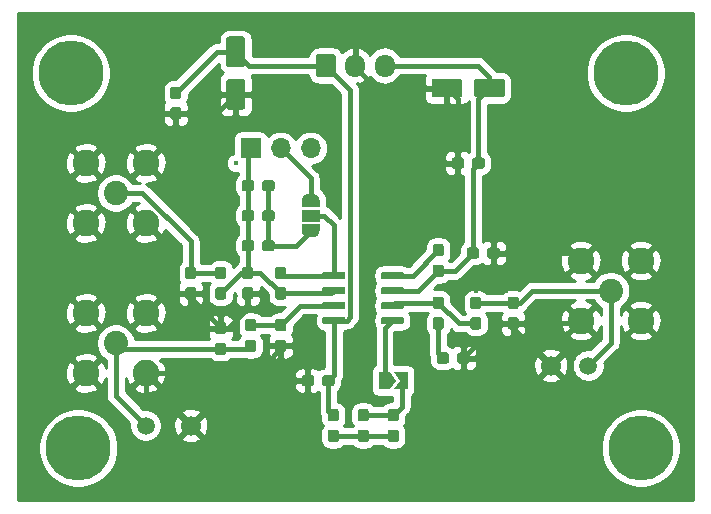
<source format=gbr>
G04 #@! TF.GenerationSoftware,KiCad,Pcbnew,(5.1.2)-2*
G04 #@! TF.CreationDate,2019-07-08T11:26:54+08:00*
G04 #@! TF.ProjectId,eval-board-ADA4817-1,6576616c-2d62-46f6-9172-642d41444134,rev?*
G04 #@! TF.SameCoordinates,Original*
G04 #@! TF.FileFunction,Copper,L1,Top*
G04 #@! TF.FilePolarity,Positive*
%FSLAX46Y46*%
G04 Gerber Fmt 4.6, Leading zero omitted, Abs format (unit mm)*
G04 Created by KiCad (PCBNEW (5.1.2)-2) date 2019-07-08 11:26:54*
%MOMM*%
%LPD*%
G04 APERTURE LIST*
%ADD10C,0.100000*%
%ADD11C,0.600000*%
%ADD12C,0.950000*%
%ADD13C,5.500000*%
%ADD14C,1.700000*%
%ADD15C,1.500000*%
%ADD16O,1.700000X1.950000*%
%ADD17C,0.300000*%
%ADD18C,1.600000*%
%ADD19C,2.050000*%
%ADD20C,2.250000*%
%ADD21C,0.500000*%
%ADD22R,1.500000X1.000000*%
%ADD23R,1.700000X1.700000*%
%ADD24O,1.700000X1.700000*%
%ADD25C,0.400000*%
%ADD26C,0.400000*%
%ADD27C,0.254000*%
G04 APERTURE END LIST*
D10*
G36*
X144414703Y-120985722D02*
G01*
X144429264Y-120987882D01*
X144443543Y-120991459D01*
X144457403Y-120996418D01*
X144470710Y-121002712D01*
X144483336Y-121010280D01*
X144495159Y-121019048D01*
X144506066Y-121028934D01*
X144515952Y-121039841D01*
X144524720Y-121051664D01*
X144532288Y-121064290D01*
X144538582Y-121077597D01*
X144543541Y-121091457D01*
X144547118Y-121105736D01*
X144549278Y-121120297D01*
X144550000Y-121135000D01*
X144550000Y-121435000D01*
X144549278Y-121449703D01*
X144547118Y-121464264D01*
X144543541Y-121478543D01*
X144538582Y-121492403D01*
X144532288Y-121505710D01*
X144524720Y-121518336D01*
X144515952Y-121530159D01*
X144506066Y-121541066D01*
X144495159Y-121550952D01*
X144483336Y-121559720D01*
X144470710Y-121567288D01*
X144457403Y-121573582D01*
X144443543Y-121578541D01*
X144429264Y-121582118D01*
X144414703Y-121584278D01*
X144400000Y-121585000D01*
X142750000Y-121585000D01*
X142735297Y-121584278D01*
X142720736Y-121582118D01*
X142706457Y-121578541D01*
X142692597Y-121573582D01*
X142679290Y-121567288D01*
X142666664Y-121559720D01*
X142654841Y-121550952D01*
X142643934Y-121541066D01*
X142634048Y-121530159D01*
X142625280Y-121518336D01*
X142617712Y-121505710D01*
X142611418Y-121492403D01*
X142606459Y-121478543D01*
X142602882Y-121464264D01*
X142600722Y-121449703D01*
X142600000Y-121435000D01*
X142600000Y-121135000D01*
X142600722Y-121120297D01*
X142602882Y-121105736D01*
X142606459Y-121091457D01*
X142611418Y-121077597D01*
X142617712Y-121064290D01*
X142625280Y-121051664D01*
X142634048Y-121039841D01*
X142643934Y-121028934D01*
X142654841Y-121019048D01*
X142666664Y-121010280D01*
X142679290Y-121002712D01*
X142692597Y-120996418D01*
X142706457Y-120991459D01*
X142720736Y-120987882D01*
X142735297Y-120985722D01*
X142750000Y-120985000D01*
X144400000Y-120985000D01*
X144414703Y-120985722D01*
X144414703Y-120985722D01*
G37*
D11*
X143575000Y-121285000D03*
D10*
G36*
X144414703Y-122255722D02*
G01*
X144429264Y-122257882D01*
X144443543Y-122261459D01*
X144457403Y-122266418D01*
X144470710Y-122272712D01*
X144483336Y-122280280D01*
X144495159Y-122289048D01*
X144506066Y-122298934D01*
X144515952Y-122309841D01*
X144524720Y-122321664D01*
X144532288Y-122334290D01*
X144538582Y-122347597D01*
X144543541Y-122361457D01*
X144547118Y-122375736D01*
X144549278Y-122390297D01*
X144550000Y-122405000D01*
X144550000Y-122705000D01*
X144549278Y-122719703D01*
X144547118Y-122734264D01*
X144543541Y-122748543D01*
X144538582Y-122762403D01*
X144532288Y-122775710D01*
X144524720Y-122788336D01*
X144515952Y-122800159D01*
X144506066Y-122811066D01*
X144495159Y-122820952D01*
X144483336Y-122829720D01*
X144470710Y-122837288D01*
X144457403Y-122843582D01*
X144443543Y-122848541D01*
X144429264Y-122852118D01*
X144414703Y-122854278D01*
X144400000Y-122855000D01*
X142750000Y-122855000D01*
X142735297Y-122854278D01*
X142720736Y-122852118D01*
X142706457Y-122848541D01*
X142692597Y-122843582D01*
X142679290Y-122837288D01*
X142666664Y-122829720D01*
X142654841Y-122820952D01*
X142643934Y-122811066D01*
X142634048Y-122800159D01*
X142625280Y-122788336D01*
X142617712Y-122775710D01*
X142611418Y-122762403D01*
X142606459Y-122748543D01*
X142602882Y-122734264D01*
X142600722Y-122719703D01*
X142600000Y-122705000D01*
X142600000Y-122405000D01*
X142600722Y-122390297D01*
X142602882Y-122375736D01*
X142606459Y-122361457D01*
X142611418Y-122347597D01*
X142617712Y-122334290D01*
X142625280Y-122321664D01*
X142634048Y-122309841D01*
X142643934Y-122298934D01*
X142654841Y-122289048D01*
X142666664Y-122280280D01*
X142679290Y-122272712D01*
X142692597Y-122266418D01*
X142706457Y-122261459D01*
X142720736Y-122257882D01*
X142735297Y-122255722D01*
X142750000Y-122255000D01*
X144400000Y-122255000D01*
X144414703Y-122255722D01*
X144414703Y-122255722D01*
G37*
D11*
X143575000Y-122555000D03*
D10*
G36*
X144414703Y-123525722D02*
G01*
X144429264Y-123527882D01*
X144443543Y-123531459D01*
X144457403Y-123536418D01*
X144470710Y-123542712D01*
X144483336Y-123550280D01*
X144495159Y-123559048D01*
X144506066Y-123568934D01*
X144515952Y-123579841D01*
X144524720Y-123591664D01*
X144532288Y-123604290D01*
X144538582Y-123617597D01*
X144543541Y-123631457D01*
X144547118Y-123645736D01*
X144549278Y-123660297D01*
X144550000Y-123675000D01*
X144550000Y-123975000D01*
X144549278Y-123989703D01*
X144547118Y-124004264D01*
X144543541Y-124018543D01*
X144538582Y-124032403D01*
X144532288Y-124045710D01*
X144524720Y-124058336D01*
X144515952Y-124070159D01*
X144506066Y-124081066D01*
X144495159Y-124090952D01*
X144483336Y-124099720D01*
X144470710Y-124107288D01*
X144457403Y-124113582D01*
X144443543Y-124118541D01*
X144429264Y-124122118D01*
X144414703Y-124124278D01*
X144400000Y-124125000D01*
X142750000Y-124125000D01*
X142735297Y-124124278D01*
X142720736Y-124122118D01*
X142706457Y-124118541D01*
X142692597Y-124113582D01*
X142679290Y-124107288D01*
X142666664Y-124099720D01*
X142654841Y-124090952D01*
X142643934Y-124081066D01*
X142634048Y-124070159D01*
X142625280Y-124058336D01*
X142617712Y-124045710D01*
X142611418Y-124032403D01*
X142606459Y-124018543D01*
X142602882Y-124004264D01*
X142600722Y-123989703D01*
X142600000Y-123975000D01*
X142600000Y-123675000D01*
X142600722Y-123660297D01*
X142602882Y-123645736D01*
X142606459Y-123631457D01*
X142611418Y-123617597D01*
X142617712Y-123604290D01*
X142625280Y-123591664D01*
X142634048Y-123579841D01*
X142643934Y-123568934D01*
X142654841Y-123559048D01*
X142666664Y-123550280D01*
X142679290Y-123542712D01*
X142692597Y-123536418D01*
X142706457Y-123531459D01*
X142720736Y-123527882D01*
X142735297Y-123525722D01*
X142750000Y-123525000D01*
X144400000Y-123525000D01*
X144414703Y-123525722D01*
X144414703Y-123525722D01*
G37*
D11*
X143575000Y-123825000D03*
D10*
G36*
X144414703Y-124795722D02*
G01*
X144429264Y-124797882D01*
X144443543Y-124801459D01*
X144457403Y-124806418D01*
X144470710Y-124812712D01*
X144483336Y-124820280D01*
X144495159Y-124829048D01*
X144506066Y-124838934D01*
X144515952Y-124849841D01*
X144524720Y-124861664D01*
X144532288Y-124874290D01*
X144538582Y-124887597D01*
X144543541Y-124901457D01*
X144547118Y-124915736D01*
X144549278Y-124930297D01*
X144550000Y-124945000D01*
X144550000Y-125245000D01*
X144549278Y-125259703D01*
X144547118Y-125274264D01*
X144543541Y-125288543D01*
X144538582Y-125302403D01*
X144532288Y-125315710D01*
X144524720Y-125328336D01*
X144515952Y-125340159D01*
X144506066Y-125351066D01*
X144495159Y-125360952D01*
X144483336Y-125369720D01*
X144470710Y-125377288D01*
X144457403Y-125383582D01*
X144443543Y-125388541D01*
X144429264Y-125392118D01*
X144414703Y-125394278D01*
X144400000Y-125395000D01*
X142750000Y-125395000D01*
X142735297Y-125394278D01*
X142720736Y-125392118D01*
X142706457Y-125388541D01*
X142692597Y-125383582D01*
X142679290Y-125377288D01*
X142666664Y-125369720D01*
X142654841Y-125360952D01*
X142643934Y-125351066D01*
X142634048Y-125340159D01*
X142625280Y-125328336D01*
X142617712Y-125315710D01*
X142611418Y-125302403D01*
X142606459Y-125288543D01*
X142602882Y-125274264D01*
X142600722Y-125259703D01*
X142600000Y-125245000D01*
X142600000Y-124945000D01*
X142600722Y-124930297D01*
X142602882Y-124915736D01*
X142606459Y-124901457D01*
X142611418Y-124887597D01*
X142617712Y-124874290D01*
X142625280Y-124861664D01*
X142634048Y-124849841D01*
X142643934Y-124838934D01*
X142654841Y-124829048D01*
X142666664Y-124820280D01*
X142679290Y-124812712D01*
X142692597Y-124806418D01*
X142706457Y-124801459D01*
X142720736Y-124797882D01*
X142735297Y-124795722D01*
X142750000Y-124795000D01*
X144400000Y-124795000D01*
X144414703Y-124795722D01*
X144414703Y-124795722D01*
G37*
D11*
X143575000Y-125095000D03*
D10*
G36*
X149364703Y-124795722D02*
G01*
X149379264Y-124797882D01*
X149393543Y-124801459D01*
X149407403Y-124806418D01*
X149420710Y-124812712D01*
X149433336Y-124820280D01*
X149445159Y-124829048D01*
X149456066Y-124838934D01*
X149465952Y-124849841D01*
X149474720Y-124861664D01*
X149482288Y-124874290D01*
X149488582Y-124887597D01*
X149493541Y-124901457D01*
X149497118Y-124915736D01*
X149499278Y-124930297D01*
X149500000Y-124945000D01*
X149500000Y-125245000D01*
X149499278Y-125259703D01*
X149497118Y-125274264D01*
X149493541Y-125288543D01*
X149488582Y-125302403D01*
X149482288Y-125315710D01*
X149474720Y-125328336D01*
X149465952Y-125340159D01*
X149456066Y-125351066D01*
X149445159Y-125360952D01*
X149433336Y-125369720D01*
X149420710Y-125377288D01*
X149407403Y-125383582D01*
X149393543Y-125388541D01*
X149379264Y-125392118D01*
X149364703Y-125394278D01*
X149350000Y-125395000D01*
X147700000Y-125395000D01*
X147685297Y-125394278D01*
X147670736Y-125392118D01*
X147656457Y-125388541D01*
X147642597Y-125383582D01*
X147629290Y-125377288D01*
X147616664Y-125369720D01*
X147604841Y-125360952D01*
X147593934Y-125351066D01*
X147584048Y-125340159D01*
X147575280Y-125328336D01*
X147567712Y-125315710D01*
X147561418Y-125302403D01*
X147556459Y-125288543D01*
X147552882Y-125274264D01*
X147550722Y-125259703D01*
X147550000Y-125245000D01*
X147550000Y-124945000D01*
X147550722Y-124930297D01*
X147552882Y-124915736D01*
X147556459Y-124901457D01*
X147561418Y-124887597D01*
X147567712Y-124874290D01*
X147575280Y-124861664D01*
X147584048Y-124849841D01*
X147593934Y-124838934D01*
X147604841Y-124829048D01*
X147616664Y-124820280D01*
X147629290Y-124812712D01*
X147642597Y-124806418D01*
X147656457Y-124801459D01*
X147670736Y-124797882D01*
X147685297Y-124795722D01*
X147700000Y-124795000D01*
X149350000Y-124795000D01*
X149364703Y-124795722D01*
X149364703Y-124795722D01*
G37*
D11*
X148525000Y-125095000D03*
D10*
G36*
X149364703Y-123525722D02*
G01*
X149379264Y-123527882D01*
X149393543Y-123531459D01*
X149407403Y-123536418D01*
X149420710Y-123542712D01*
X149433336Y-123550280D01*
X149445159Y-123559048D01*
X149456066Y-123568934D01*
X149465952Y-123579841D01*
X149474720Y-123591664D01*
X149482288Y-123604290D01*
X149488582Y-123617597D01*
X149493541Y-123631457D01*
X149497118Y-123645736D01*
X149499278Y-123660297D01*
X149500000Y-123675000D01*
X149500000Y-123975000D01*
X149499278Y-123989703D01*
X149497118Y-124004264D01*
X149493541Y-124018543D01*
X149488582Y-124032403D01*
X149482288Y-124045710D01*
X149474720Y-124058336D01*
X149465952Y-124070159D01*
X149456066Y-124081066D01*
X149445159Y-124090952D01*
X149433336Y-124099720D01*
X149420710Y-124107288D01*
X149407403Y-124113582D01*
X149393543Y-124118541D01*
X149379264Y-124122118D01*
X149364703Y-124124278D01*
X149350000Y-124125000D01*
X147700000Y-124125000D01*
X147685297Y-124124278D01*
X147670736Y-124122118D01*
X147656457Y-124118541D01*
X147642597Y-124113582D01*
X147629290Y-124107288D01*
X147616664Y-124099720D01*
X147604841Y-124090952D01*
X147593934Y-124081066D01*
X147584048Y-124070159D01*
X147575280Y-124058336D01*
X147567712Y-124045710D01*
X147561418Y-124032403D01*
X147556459Y-124018543D01*
X147552882Y-124004264D01*
X147550722Y-123989703D01*
X147550000Y-123975000D01*
X147550000Y-123675000D01*
X147550722Y-123660297D01*
X147552882Y-123645736D01*
X147556459Y-123631457D01*
X147561418Y-123617597D01*
X147567712Y-123604290D01*
X147575280Y-123591664D01*
X147584048Y-123579841D01*
X147593934Y-123568934D01*
X147604841Y-123559048D01*
X147616664Y-123550280D01*
X147629290Y-123542712D01*
X147642597Y-123536418D01*
X147656457Y-123531459D01*
X147670736Y-123527882D01*
X147685297Y-123525722D01*
X147700000Y-123525000D01*
X149350000Y-123525000D01*
X149364703Y-123525722D01*
X149364703Y-123525722D01*
G37*
D11*
X148525000Y-123825000D03*
D10*
G36*
X149364703Y-122255722D02*
G01*
X149379264Y-122257882D01*
X149393543Y-122261459D01*
X149407403Y-122266418D01*
X149420710Y-122272712D01*
X149433336Y-122280280D01*
X149445159Y-122289048D01*
X149456066Y-122298934D01*
X149465952Y-122309841D01*
X149474720Y-122321664D01*
X149482288Y-122334290D01*
X149488582Y-122347597D01*
X149493541Y-122361457D01*
X149497118Y-122375736D01*
X149499278Y-122390297D01*
X149500000Y-122405000D01*
X149500000Y-122705000D01*
X149499278Y-122719703D01*
X149497118Y-122734264D01*
X149493541Y-122748543D01*
X149488582Y-122762403D01*
X149482288Y-122775710D01*
X149474720Y-122788336D01*
X149465952Y-122800159D01*
X149456066Y-122811066D01*
X149445159Y-122820952D01*
X149433336Y-122829720D01*
X149420710Y-122837288D01*
X149407403Y-122843582D01*
X149393543Y-122848541D01*
X149379264Y-122852118D01*
X149364703Y-122854278D01*
X149350000Y-122855000D01*
X147700000Y-122855000D01*
X147685297Y-122854278D01*
X147670736Y-122852118D01*
X147656457Y-122848541D01*
X147642597Y-122843582D01*
X147629290Y-122837288D01*
X147616664Y-122829720D01*
X147604841Y-122820952D01*
X147593934Y-122811066D01*
X147584048Y-122800159D01*
X147575280Y-122788336D01*
X147567712Y-122775710D01*
X147561418Y-122762403D01*
X147556459Y-122748543D01*
X147552882Y-122734264D01*
X147550722Y-122719703D01*
X147550000Y-122705000D01*
X147550000Y-122405000D01*
X147550722Y-122390297D01*
X147552882Y-122375736D01*
X147556459Y-122361457D01*
X147561418Y-122347597D01*
X147567712Y-122334290D01*
X147575280Y-122321664D01*
X147584048Y-122309841D01*
X147593934Y-122298934D01*
X147604841Y-122289048D01*
X147616664Y-122280280D01*
X147629290Y-122272712D01*
X147642597Y-122266418D01*
X147656457Y-122261459D01*
X147670736Y-122257882D01*
X147685297Y-122255722D01*
X147700000Y-122255000D01*
X149350000Y-122255000D01*
X149364703Y-122255722D01*
X149364703Y-122255722D01*
G37*
D11*
X148525000Y-122555000D03*
D10*
G36*
X149364703Y-120985722D02*
G01*
X149379264Y-120987882D01*
X149393543Y-120991459D01*
X149407403Y-120996418D01*
X149420710Y-121002712D01*
X149433336Y-121010280D01*
X149445159Y-121019048D01*
X149456066Y-121028934D01*
X149465952Y-121039841D01*
X149474720Y-121051664D01*
X149482288Y-121064290D01*
X149488582Y-121077597D01*
X149493541Y-121091457D01*
X149497118Y-121105736D01*
X149499278Y-121120297D01*
X149500000Y-121135000D01*
X149500000Y-121435000D01*
X149499278Y-121449703D01*
X149497118Y-121464264D01*
X149493541Y-121478543D01*
X149488582Y-121492403D01*
X149482288Y-121505710D01*
X149474720Y-121518336D01*
X149465952Y-121530159D01*
X149456066Y-121541066D01*
X149445159Y-121550952D01*
X149433336Y-121559720D01*
X149420710Y-121567288D01*
X149407403Y-121573582D01*
X149393543Y-121578541D01*
X149379264Y-121582118D01*
X149364703Y-121584278D01*
X149350000Y-121585000D01*
X147700000Y-121585000D01*
X147685297Y-121584278D01*
X147670736Y-121582118D01*
X147656457Y-121578541D01*
X147642597Y-121573582D01*
X147629290Y-121567288D01*
X147616664Y-121559720D01*
X147604841Y-121550952D01*
X147593934Y-121541066D01*
X147584048Y-121530159D01*
X147575280Y-121518336D01*
X147567712Y-121505710D01*
X147561418Y-121492403D01*
X147556459Y-121478543D01*
X147552882Y-121464264D01*
X147550722Y-121449703D01*
X147550000Y-121435000D01*
X147550000Y-121135000D01*
X147550722Y-121120297D01*
X147552882Y-121105736D01*
X147556459Y-121091457D01*
X147561418Y-121077597D01*
X147567712Y-121064290D01*
X147575280Y-121051664D01*
X147584048Y-121039841D01*
X147593934Y-121028934D01*
X147604841Y-121019048D01*
X147616664Y-121010280D01*
X147629290Y-121002712D01*
X147642597Y-120996418D01*
X147656457Y-120991459D01*
X147670736Y-120987882D01*
X147685297Y-120985722D01*
X147700000Y-120985000D01*
X149350000Y-120985000D01*
X149364703Y-120985722D01*
X149364703Y-120985722D01*
G37*
D11*
X148525000Y-121285000D03*
D10*
G36*
X131705779Y-122271144D02*
G01*
X131728834Y-122274563D01*
X131751443Y-122280227D01*
X131773387Y-122288079D01*
X131794457Y-122298044D01*
X131814448Y-122310026D01*
X131833168Y-122323910D01*
X131850438Y-122339562D01*
X131866090Y-122356832D01*
X131879974Y-122375552D01*
X131891956Y-122395543D01*
X131901921Y-122416613D01*
X131909773Y-122438557D01*
X131915437Y-122461166D01*
X131918856Y-122484221D01*
X131920000Y-122507500D01*
X131920000Y-123082500D01*
X131918856Y-123105779D01*
X131915437Y-123128834D01*
X131909773Y-123151443D01*
X131901921Y-123173387D01*
X131891956Y-123194457D01*
X131879974Y-123214448D01*
X131866090Y-123233168D01*
X131850438Y-123250438D01*
X131833168Y-123266090D01*
X131814448Y-123279974D01*
X131794457Y-123291956D01*
X131773387Y-123301921D01*
X131751443Y-123309773D01*
X131728834Y-123315437D01*
X131705779Y-123318856D01*
X131682500Y-123320000D01*
X131207500Y-123320000D01*
X131184221Y-123318856D01*
X131161166Y-123315437D01*
X131138557Y-123309773D01*
X131116613Y-123301921D01*
X131095543Y-123291956D01*
X131075552Y-123279974D01*
X131056832Y-123266090D01*
X131039562Y-123250438D01*
X131023910Y-123233168D01*
X131010026Y-123214448D01*
X130998044Y-123194457D01*
X130988079Y-123173387D01*
X130980227Y-123151443D01*
X130974563Y-123128834D01*
X130971144Y-123105779D01*
X130970000Y-123082500D01*
X130970000Y-122507500D01*
X130971144Y-122484221D01*
X130974563Y-122461166D01*
X130980227Y-122438557D01*
X130988079Y-122416613D01*
X130998044Y-122395543D01*
X131010026Y-122375552D01*
X131023910Y-122356832D01*
X131039562Y-122339562D01*
X131056832Y-122323910D01*
X131075552Y-122310026D01*
X131095543Y-122298044D01*
X131116613Y-122288079D01*
X131138557Y-122280227D01*
X131161166Y-122274563D01*
X131184221Y-122271144D01*
X131207500Y-122270000D01*
X131682500Y-122270000D01*
X131705779Y-122271144D01*
X131705779Y-122271144D01*
G37*
D12*
X131445000Y-122795000D03*
D10*
G36*
X131705779Y-120521144D02*
G01*
X131728834Y-120524563D01*
X131751443Y-120530227D01*
X131773387Y-120538079D01*
X131794457Y-120548044D01*
X131814448Y-120560026D01*
X131833168Y-120573910D01*
X131850438Y-120589562D01*
X131866090Y-120606832D01*
X131879974Y-120625552D01*
X131891956Y-120645543D01*
X131901921Y-120666613D01*
X131909773Y-120688557D01*
X131915437Y-120711166D01*
X131918856Y-120734221D01*
X131920000Y-120757500D01*
X131920000Y-121332500D01*
X131918856Y-121355779D01*
X131915437Y-121378834D01*
X131909773Y-121401443D01*
X131901921Y-121423387D01*
X131891956Y-121444457D01*
X131879974Y-121464448D01*
X131866090Y-121483168D01*
X131850438Y-121500438D01*
X131833168Y-121516090D01*
X131814448Y-121529974D01*
X131794457Y-121541956D01*
X131773387Y-121551921D01*
X131751443Y-121559773D01*
X131728834Y-121565437D01*
X131705779Y-121568856D01*
X131682500Y-121570000D01*
X131207500Y-121570000D01*
X131184221Y-121568856D01*
X131161166Y-121565437D01*
X131138557Y-121559773D01*
X131116613Y-121551921D01*
X131095543Y-121541956D01*
X131075552Y-121529974D01*
X131056832Y-121516090D01*
X131039562Y-121500438D01*
X131023910Y-121483168D01*
X131010026Y-121464448D01*
X130998044Y-121444457D01*
X130988079Y-121423387D01*
X130980227Y-121401443D01*
X130974563Y-121378834D01*
X130971144Y-121355779D01*
X130970000Y-121332500D01*
X130970000Y-120757500D01*
X130971144Y-120734221D01*
X130974563Y-120711166D01*
X130980227Y-120688557D01*
X130988079Y-120666613D01*
X130998044Y-120645543D01*
X131010026Y-120625552D01*
X131023910Y-120606832D01*
X131039562Y-120589562D01*
X131056832Y-120573910D01*
X131075552Y-120560026D01*
X131095543Y-120548044D01*
X131116613Y-120538079D01*
X131138557Y-120530227D01*
X131161166Y-120524563D01*
X131184221Y-120521144D01*
X131207500Y-120520000D01*
X131682500Y-120520000D01*
X131705779Y-120521144D01*
X131705779Y-120521144D01*
G37*
D12*
X131445000Y-121045000D03*
D13*
X168275000Y-104140000D03*
X169545000Y-135890000D03*
X121920000Y-135890000D03*
X121285000Y-104140000D03*
D14*
X131445000Y-133985000D03*
X161925000Y-128905000D03*
D15*
X165100000Y-128905000D03*
X127635000Y-133985000D03*
D10*
G36*
X143499504Y-102531204D02*
G01*
X143523773Y-102534804D01*
X143547571Y-102540765D01*
X143570671Y-102549030D01*
X143592849Y-102559520D01*
X143613893Y-102572133D01*
X143633598Y-102586747D01*
X143651777Y-102603223D01*
X143668253Y-102621402D01*
X143682867Y-102641107D01*
X143695480Y-102662151D01*
X143705970Y-102684329D01*
X143714235Y-102707429D01*
X143720196Y-102731227D01*
X143723796Y-102755496D01*
X143725000Y-102780000D01*
X143725000Y-104230000D01*
X143723796Y-104254504D01*
X143720196Y-104278773D01*
X143714235Y-104302571D01*
X143705970Y-104325671D01*
X143695480Y-104347849D01*
X143682867Y-104368893D01*
X143668253Y-104388598D01*
X143651777Y-104406777D01*
X143633598Y-104423253D01*
X143613893Y-104437867D01*
X143592849Y-104450480D01*
X143570671Y-104460970D01*
X143547571Y-104469235D01*
X143523773Y-104475196D01*
X143499504Y-104478796D01*
X143475000Y-104480000D01*
X142275000Y-104480000D01*
X142250496Y-104478796D01*
X142226227Y-104475196D01*
X142202429Y-104469235D01*
X142179329Y-104460970D01*
X142157151Y-104450480D01*
X142136107Y-104437867D01*
X142116402Y-104423253D01*
X142098223Y-104406777D01*
X142081747Y-104388598D01*
X142067133Y-104368893D01*
X142054520Y-104347849D01*
X142044030Y-104325671D01*
X142035765Y-104302571D01*
X142029804Y-104278773D01*
X142026204Y-104254504D01*
X142025000Y-104230000D01*
X142025000Y-102780000D01*
X142026204Y-102755496D01*
X142029804Y-102731227D01*
X142035765Y-102707429D01*
X142044030Y-102684329D01*
X142054520Y-102662151D01*
X142067133Y-102641107D01*
X142081747Y-102621402D01*
X142098223Y-102603223D01*
X142116402Y-102586747D01*
X142136107Y-102572133D01*
X142157151Y-102559520D01*
X142179329Y-102549030D01*
X142202429Y-102540765D01*
X142226227Y-102534804D01*
X142250496Y-102531204D01*
X142275000Y-102530000D01*
X143475000Y-102530000D01*
X143499504Y-102531204D01*
X143499504Y-102531204D01*
G37*
D14*
X142875000Y-103505000D03*
D16*
X145375000Y-103505000D03*
X147875000Y-103505000D03*
D17*
X147865000Y-130175000D03*
D10*
G36*
X148865000Y-130175000D02*
G01*
X148365000Y-130925000D01*
X147365000Y-130925000D01*
X147365000Y-129425000D01*
X148365000Y-129425000D01*
X148865000Y-130175000D01*
X148865000Y-130175000D01*
G37*
D17*
X149315000Y-130175000D03*
D10*
G36*
X149815000Y-130925000D02*
G01*
X148665000Y-130925000D01*
X149165000Y-130175000D01*
X148665000Y-129425000D01*
X149815000Y-129425000D01*
X149815000Y-130925000D01*
X149815000Y-130925000D01*
G37*
G36*
X155645779Y-118906144D02*
G01*
X155668834Y-118909563D01*
X155691443Y-118915227D01*
X155713387Y-118923079D01*
X155734457Y-118933044D01*
X155754448Y-118945026D01*
X155773168Y-118958910D01*
X155790438Y-118974562D01*
X155806090Y-118991832D01*
X155819974Y-119010552D01*
X155831956Y-119030543D01*
X155841921Y-119051613D01*
X155849773Y-119073557D01*
X155855437Y-119096166D01*
X155858856Y-119119221D01*
X155860000Y-119142500D01*
X155860000Y-119617500D01*
X155858856Y-119640779D01*
X155855437Y-119663834D01*
X155849773Y-119686443D01*
X155841921Y-119708387D01*
X155831956Y-119729457D01*
X155819974Y-119749448D01*
X155806090Y-119768168D01*
X155790438Y-119785438D01*
X155773168Y-119801090D01*
X155754448Y-119814974D01*
X155734457Y-119826956D01*
X155713387Y-119836921D01*
X155691443Y-119844773D01*
X155668834Y-119850437D01*
X155645779Y-119853856D01*
X155622500Y-119855000D01*
X155047500Y-119855000D01*
X155024221Y-119853856D01*
X155001166Y-119850437D01*
X154978557Y-119844773D01*
X154956613Y-119836921D01*
X154935543Y-119826956D01*
X154915552Y-119814974D01*
X154896832Y-119801090D01*
X154879562Y-119785438D01*
X154863910Y-119768168D01*
X154850026Y-119749448D01*
X154838044Y-119729457D01*
X154828079Y-119708387D01*
X154820227Y-119686443D01*
X154814563Y-119663834D01*
X154811144Y-119640779D01*
X154810000Y-119617500D01*
X154810000Y-119142500D01*
X154811144Y-119119221D01*
X154814563Y-119096166D01*
X154820227Y-119073557D01*
X154828079Y-119051613D01*
X154838044Y-119030543D01*
X154850026Y-119010552D01*
X154863910Y-118991832D01*
X154879562Y-118974562D01*
X154896832Y-118958910D01*
X154915552Y-118945026D01*
X154935543Y-118933044D01*
X154956613Y-118923079D01*
X154978557Y-118915227D01*
X155001166Y-118909563D01*
X155024221Y-118906144D01*
X155047500Y-118905000D01*
X155622500Y-118905000D01*
X155645779Y-118906144D01*
X155645779Y-118906144D01*
G37*
D12*
X155335000Y-119380000D03*
D10*
G36*
X157395779Y-118906144D02*
G01*
X157418834Y-118909563D01*
X157441443Y-118915227D01*
X157463387Y-118923079D01*
X157484457Y-118933044D01*
X157504448Y-118945026D01*
X157523168Y-118958910D01*
X157540438Y-118974562D01*
X157556090Y-118991832D01*
X157569974Y-119010552D01*
X157581956Y-119030543D01*
X157591921Y-119051613D01*
X157599773Y-119073557D01*
X157605437Y-119096166D01*
X157608856Y-119119221D01*
X157610000Y-119142500D01*
X157610000Y-119617500D01*
X157608856Y-119640779D01*
X157605437Y-119663834D01*
X157599773Y-119686443D01*
X157591921Y-119708387D01*
X157581956Y-119729457D01*
X157569974Y-119749448D01*
X157556090Y-119768168D01*
X157540438Y-119785438D01*
X157523168Y-119801090D01*
X157504448Y-119814974D01*
X157484457Y-119826956D01*
X157463387Y-119836921D01*
X157441443Y-119844773D01*
X157418834Y-119850437D01*
X157395779Y-119853856D01*
X157372500Y-119855000D01*
X156797500Y-119855000D01*
X156774221Y-119853856D01*
X156751166Y-119850437D01*
X156728557Y-119844773D01*
X156706613Y-119836921D01*
X156685543Y-119826956D01*
X156665552Y-119814974D01*
X156646832Y-119801090D01*
X156629562Y-119785438D01*
X156613910Y-119768168D01*
X156600026Y-119749448D01*
X156588044Y-119729457D01*
X156578079Y-119708387D01*
X156570227Y-119686443D01*
X156564563Y-119663834D01*
X156561144Y-119640779D01*
X156560000Y-119617500D01*
X156560000Y-119142500D01*
X156561144Y-119119221D01*
X156564563Y-119096166D01*
X156570227Y-119073557D01*
X156578079Y-119051613D01*
X156588044Y-119030543D01*
X156600026Y-119010552D01*
X156613910Y-118991832D01*
X156629562Y-118974562D01*
X156646832Y-118958910D01*
X156665552Y-118945026D01*
X156685543Y-118933044D01*
X156706613Y-118923079D01*
X156728557Y-118915227D01*
X156751166Y-118909563D01*
X156774221Y-118906144D01*
X156797500Y-118905000D01*
X157372500Y-118905000D01*
X157395779Y-118906144D01*
X157395779Y-118906144D01*
G37*
D12*
X157085000Y-119380000D03*
D10*
G36*
X154375779Y-111286144D02*
G01*
X154398834Y-111289563D01*
X154421443Y-111295227D01*
X154443387Y-111303079D01*
X154464457Y-111313044D01*
X154484448Y-111325026D01*
X154503168Y-111338910D01*
X154520438Y-111354562D01*
X154536090Y-111371832D01*
X154549974Y-111390552D01*
X154561956Y-111410543D01*
X154571921Y-111431613D01*
X154579773Y-111453557D01*
X154585437Y-111476166D01*
X154588856Y-111499221D01*
X154590000Y-111522500D01*
X154590000Y-111997500D01*
X154588856Y-112020779D01*
X154585437Y-112043834D01*
X154579773Y-112066443D01*
X154571921Y-112088387D01*
X154561956Y-112109457D01*
X154549974Y-112129448D01*
X154536090Y-112148168D01*
X154520438Y-112165438D01*
X154503168Y-112181090D01*
X154484448Y-112194974D01*
X154464457Y-112206956D01*
X154443387Y-112216921D01*
X154421443Y-112224773D01*
X154398834Y-112230437D01*
X154375779Y-112233856D01*
X154352500Y-112235000D01*
X153777500Y-112235000D01*
X153754221Y-112233856D01*
X153731166Y-112230437D01*
X153708557Y-112224773D01*
X153686613Y-112216921D01*
X153665543Y-112206956D01*
X153645552Y-112194974D01*
X153626832Y-112181090D01*
X153609562Y-112165438D01*
X153593910Y-112148168D01*
X153580026Y-112129448D01*
X153568044Y-112109457D01*
X153558079Y-112088387D01*
X153550227Y-112066443D01*
X153544563Y-112043834D01*
X153541144Y-112020779D01*
X153540000Y-111997500D01*
X153540000Y-111522500D01*
X153541144Y-111499221D01*
X153544563Y-111476166D01*
X153550227Y-111453557D01*
X153558079Y-111431613D01*
X153568044Y-111410543D01*
X153580026Y-111390552D01*
X153593910Y-111371832D01*
X153609562Y-111354562D01*
X153626832Y-111338910D01*
X153645552Y-111325026D01*
X153665543Y-111313044D01*
X153686613Y-111303079D01*
X153708557Y-111295227D01*
X153731166Y-111289563D01*
X153754221Y-111286144D01*
X153777500Y-111285000D01*
X154352500Y-111285000D01*
X154375779Y-111286144D01*
X154375779Y-111286144D01*
G37*
D12*
X154065000Y-111760000D03*
D10*
G36*
X156125779Y-111286144D02*
G01*
X156148834Y-111289563D01*
X156171443Y-111295227D01*
X156193387Y-111303079D01*
X156214457Y-111313044D01*
X156234448Y-111325026D01*
X156253168Y-111338910D01*
X156270438Y-111354562D01*
X156286090Y-111371832D01*
X156299974Y-111390552D01*
X156311956Y-111410543D01*
X156321921Y-111431613D01*
X156329773Y-111453557D01*
X156335437Y-111476166D01*
X156338856Y-111499221D01*
X156340000Y-111522500D01*
X156340000Y-111997500D01*
X156338856Y-112020779D01*
X156335437Y-112043834D01*
X156329773Y-112066443D01*
X156321921Y-112088387D01*
X156311956Y-112109457D01*
X156299974Y-112129448D01*
X156286090Y-112148168D01*
X156270438Y-112165438D01*
X156253168Y-112181090D01*
X156234448Y-112194974D01*
X156214457Y-112206956D01*
X156193387Y-112216921D01*
X156171443Y-112224773D01*
X156148834Y-112230437D01*
X156125779Y-112233856D01*
X156102500Y-112235000D01*
X155527500Y-112235000D01*
X155504221Y-112233856D01*
X155481166Y-112230437D01*
X155458557Y-112224773D01*
X155436613Y-112216921D01*
X155415543Y-112206956D01*
X155395552Y-112194974D01*
X155376832Y-112181090D01*
X155359562Y-112165438D01*
X155343910Y-112148168D01*
X155330026Y-112129448D01*
X155318044Y-112109457D01*
X155308079Y-112088387D01*
X155300227Y-112066443D01*
X155294563Y-112043834D01*
X155291144Y-112020779D01*
X155290000Y-111997500D01*
X155290000Y-111522500D01*
X155291144Y-111499221D01*
X155294563Y-111476166D01*
X155300227Y-111453557D01*
X155308079Y-111431613D01*
X155318044Y-111410543D01*
X155330026Y-111390552D01*
X155343910Y-111371832D01*
X155359562Y-111354562D01*
X155376832Y-111338910D01*
X155395552Y-111325026D01*
X155415543Y-111313044D01*
X155436613Y-111303079D01*
X155458557Y-111295227D01*
X155481166Y-111289563D01*
X155504221Y-111286144D01*
X155527500Y-111285000D01*
X156102500Y-111285000D01*
X156125779Y-111286144D01*
X156125779Y-111286144D01*
G37*
D12*
X155815000Y-111760000D03*
D10*
G36*
X139325779Y-122271144D02*
G01*
X139348834Y-122274563D01*
X139371443Y-122280227D01*
X139393387Y-122288079D01*
X139414457Y-122298044D01*
X139434448Y-122310026D01*
X139453168Y-122323910D01*
X139470438Y-122339562D01*
X139486090Y-122356832D01*
X139499974Y-122375552D01*
X139511956Y-122395543D01*
X139521921Y-122416613D01*
X139529773Y-122438557D01*
X139535437Y-122461166D01*
X139538856Y-122484221D01*
X139540000Y-122507500D01*
X139540000Y-123082500D01*
X139538856Y-123105779D01*
X139535437Y-123128834D01*
X139529773Y-123151443D01*
X139521921Y-123173387D01*
X139511956Y-123194457D01*
X139499974Y-123214448D01*
X139486090Y-123233168D01*
X139470438Y-123250438D01*
X139453168Y-123266090D01*
X139434448Y-123279974D01*
X139414457Y-123291956D01*
X139393387Y-123301921D01*
X139371443Y-123309773D01*
X139348834Y-123315437D01*
X139325779Y-123318856D01*
X139302500Y-123320000D01*
X138827500Y-123320000D01*
X138804221Y-123318856D01*
X138781166Y-123315437D01*
X138758557Y-123309773D01*
X138736613Y-123301921D01*
X138715543Y-123291956D01*
X138695552Y-123279974D01*
X138676832Y-123266090D01*
X138659562Y-123250438D01*
X138643910Y-123233168D01*
X138630026Y-123214448D01*
X138618044Y-123194457D01*
X138608079Y-123173387D01*
X138600227Y-123151443D01*
X138594563Y-123128834D01*
X138591144Y-123105779D01*
X138590000Y-123082500D01*
X138590000Y-122507500D01*
X138591144Y-122484221D01*
X138594563Y-122461166D01*
X138600227Y-122438557D01*
X138608079Y-122416613D01*
X138618044Y-122395543D01*
X138630026Y-122375552D01*
X138643910Y-122356832D01*
X138659562Y-122339562D01*
X138676832Y-122323910D01*
X138695552Y-122310026D01*
X138715543Y-122298044D01*
X138736613Y-122288079D01*
X138758557Y-122280227D01*
X138781166Y-122274563D01*
X138804221Y-122271144D01*
X138827500Y-122270000D01*
X139302500Y-122270000D01*
X139325779Y-122271144D01*
X139325779Y-122271144D01*
G37*
D12*
X139065000Y-122795000D03*
D10*
G36*
X139325779Y-120521144D02*
G01*
X139348834Y-120524563D01*
X139371443Y-120530227D01*
X139393387Y-120538079D01*
X139414457Y-120548044D01*
X139434448Y-120560026D01*
X139453168Y-120573910D01*
X139470438Y-120589562D01*
X139486090Y-120606832D01*
X139499974Y-120625552D01*
X139511956Y-120645543D01*
X139521921Y-120666613D01*
X139529773Y-120688557D01*
X139535437Y-120711166D01*
X139538856Y-120734221D01*
X139540000Y-120757500D01*
X139540000Y-121332500D01*
X139538856Y-121355779D01*
X139535437Y-121378834D01*
X139529773Y-121401443D01*
X139521921Y-121423387D01*
X139511956Y-121444457D01*
X139499974Y-121464448D01*
X139486090Y-121483168D01*
X139470438Y-121500438D01*
X139453168Y-121516090D01*
X139434448Y-121529974D01*
X139414457Y-121541956D01*
X139393387Y-121551921D01*
X139371443Y-121559773D01*
X139348834Y-121565437D01*
X139325779Y-121568856D01*
X139302500Y-121570000D01*
X138827500Y-121570000D01*
X138804221Y-121568856D01*
X138781166Y-121565437D01*
X138758557Y-121559773D01*
X138736613Y-121551921D01*
X138715543Y-121541956D01*
X138695552Y-121529974D01*
X138676832Y-121516090D01*
X138659562Y-121500438D01*
X138643910Y-121483168D01*
X138630026Y-121464448D01*
X138618044Y-121444457D01*
X138608079Y-121423387D01*
X138600227Y-121401443D01*
X138594563Y-121378834D01*
X138591144Y-121355779D01*
X138590000Y-121332500D01*
X138590000Y-120757500D01*
X138591144Y-120734221D01*
X138594563Y-120711166D01*
X138600227Y-120688557D01*
X138608079Y-120666613D01*
X138618044Y-120645543D01*
X138630026Y-120625552D01*
X138643910Y-120606832D01*
X138659562Y-120589562D01*
X138676832Y-120573910D01*
X138695552Y-120560026D01*
X138715543Y-120548044D01*
X138736613Y-120538079D01*
X138758557Y-120530227D01*
X138781166Y-120524563D01*
X138804221Y-120521144D01*
X138827500Y-120520000D01*
X139302500Y-120520000D01*
X139325779Y-120521144D01*
X139325779Y-120521144D01*
G37*
D12*
X139065000Y-121045000D03*
D10*
G36*
X154214504Y-104611204D02*
G01*
X154238773Y-104614804D01*
X154262571Y-104620765D01*
X154285671Y-104629030D01*
X154307849Y-104639520D01*
X154328893Y-104652133D01*
X154348598Y-104666747D01*
X154366777Y-104683223D01*
X154383253Y-104701402D01*
X154397867Y-104721107D01*
X154410480Y-104742151D01*
X154420970Y-104764329D01*
X154429235Y-104787429D01*
X154435196Y-104811227D01*
X154438796Y-104835496D01*
X154440000Y-104860000D01*
X154440000Y-105960000D01*
X154438796Y-105984504D01*
X154435196Y-106008773D01*
X154429235Y-106032571D01*
X154420970Y-106055671D01*
X154410480Y-106077849D01*
X154397867Y-106098893D01*
X154383253Y-106118598D01*
X154366777Y-106136777D01*
X154348598Y-106153253D01*
X154328893Y-106167867D01*
X154307849Y-106180480D01*
X154285671Y-106190970D01*
X154262571Y-106199235D01*
X154238773Y-106205196D01*
X154214504Y-106208796D01*
X154190000Y-106210000D01*
X152090000Y-106210000D01*
X152065496Y-106208796D01*
X152041227Y-106205196D01*
X152017429Y-106199235D01*
X151994329Y-106190970D01*
X151972151Y-106180480D01*
X151951107Y-106167867D01*
X151931402Y-106153253D01*
X151913223Y-106136777D01*
X151896747Y-106118598D01*
X151882133Y-106098893D01*
X151869520Y-106077849D01*
X151859030Y-106055671D01*
X151850765Y-106032571D01*
X151844804Y-106008773D01*
X151841204Y-105984504D01*
X151840000Y-105960000D01*
X151840000Y-104860000D01*
X151841204Y-104835496D01*
X151844804Y-104811227D01*
X151850765Y-104787429D01*
X151859030Y-104764329D01*
X151869520Y-104742151D01*
X151882133Y-104721107D01*
X151896747Y-104701402D01*
X151913223Y-104683223D01*
X151931402Y-104666747D01*
X151951107Y-104652133D01*
X151972151Y-104639520D01*
X151994329Y-104629030D01*
X152017429Y-104620765D01*
X152041227Y-104614804D01*
X152065496Y-104611204D01*
X152090000Y-104610000D01*
X154190000Y-104610000D01*
X154214504Y-104611204D01*
X154214504Y-104611204D01*
G37*
D18*
X153140000Y-105410000D03*
D10*
G36*
X157814504Y-104611204D02*
G01*
X157838773Y-104614804D01*
X157862571Y-104620765D01*
X157885671Y-104629030D01*
X157907849Y-104639520D01*
X157928893Y-104652133D01*
X157948598Y-104666747D01*
X157966777Y-104683223D01*
X157983253Y-104701402D01*
X157997867Y-104721107D01*
X158010480Y-104742151D01*
X158020970Y-104764329D01*
X158029235Y-104787429D01*
X158035196Y-104811227D01*
X158038796Y-104835496D01*
X158040000Y-104860000D01*
X158040000Y-105960000D01*
X158038796Y-105984504D01*
X158035196Y-106008773D01*
X158029235Y-106032571D01*
X158020970Y-106055671D01*
X158010480Y-106077849D01*
X157997867Y-106098893D01*
X157983253Y-106118598D01*
X157966777Y-106136777D01*
X157948598Y-106153253D01*
X157928893Y-106167867D01*
X157907849Y-106180480D01*
X157885671Y-106190970D01*
X157862571Y-106199235D01*
X157838773Y-106205196D01*
X157814504Y-106208796D01*
X157790000Y-106210000D01*
X155690000Y-106210000D01*
X155665496Y-106208796D01*
X155641227Y-106205196D01*
X155617429Y-106199235D01*
X155594329Y-106190970D01*
X155572151Y-106180480D01*
X155551107Y-106167867D01*
X155531402Y-106153253D01*
X155513223Y-106136777D01*
X155496747Y-106118598D01*
X155482133Y-106098893D01*
X155469520Y-106077849D01*
X155459030Y-106055671D01*
X155450765Y-106032571D01*
X155444804Y-106008773D01*
X155441204Y-105984504D01*
X155440000Y-105960000D01*
X155440000Y-104860000D01*
X155441204Y-104835496D01*
X155444804Y-104811227D01*
X155450765Y-104787429D01*
X155459030Y-104764329D01*
X155469520Y-104742151D01*
X155482133Y-104721107D01*
X155496747Y-104701402D01*
X155513223Y-104683223D01*
X155531402Y-104666747D01*
X155551107Y-104652133D01*
X155572151Y-104639520D01*
X155594329Y-104629030D01*
X155617429Y-104620765D01*
X155641227Y-104614804D01*
X155665496Y-104611204D01*
X155690000Y-104610000D01*
X157790000Y-104610000D01*
X157814504Y-104611204D01*
X157814504Y-104611204D01*
G37*
D18*
X156740000Y-105410000D03*
D10*
G36*
X153105779Y-127796144D02*
G01*
X153128834Y-127799563D01*
X153151443Y-127805227D01*
X153173387Y-127813079D01*
X153194457Y-127823044D01*
X153214448Y-127835026D01*
X153233168Y-127848910D01*
X153250438Y-127864562D01*
X153266090Y-127881832D01*
X153279974Y-127900552D01*
X153291956Y-127920543D01*
X153301921Y-127941613D01*
X153309773Y-127963557D01*
X153315437Y-127986166D01*
X153318856Y-128009221D01*
X153320000Y-128032500D01*
X153320000Y-128507500D01*
X153318856Y-128530779D01*
X153315437Y-128553834D01*
X153309773Y-128576443D01*
X153301921Y-128598387D01*
X153291956Y-128619457D01*
X153279974Y-128639448D01*
X153266090Y-128658168D01*
X153250438Y-128675438D01*
X153233168Y-128691090D01*
X153214448Y-128704974D01*
X153194457Y-128716956D01*
X153173387Y-128726921D01*
X153151443Y-128734773D01*
X153128834Y-128740437D01*
X153105779Y-128743856D01*
X153082500Y-128745000D01*
X152507500Y-128745000D01*
X152484221Y-128743856D01*
X152461166Y-128740437D01*
X152438557Y-128734773D01*
X152416613Y-128726921D01*
X152395543Y-128716956D01*
X152375552Y-128704974D01*
X152356832Y-128691090D01*
X152339562Y-128675438D01*
X152323910Y-128658168D01*
X152310026Y-128639448D01*
X152298044Y-128619457D01*
X152288079Y-128598387D01*
X152280227Y-128576443D01*
X152274563Y-128553834D01*
X152271144Y-128530779D01*
X152270000Y-128507500D01*
X152270000Y-128032500D01*
X152271144Y-128009221D01*
X152274563Y-127986166D01*
X152280227Y-127963557D01*
X152288079Y-127941613D01*
X152298044Y-127920543D01*
X152310026Y-127900552D01*
X152323910Y-127881832D01*
X152339562Y-127864562D01*
X152356832Y-127848910D01*
X152375552Y-127835026D01*
X152395543Y-127823044D01*
X152416613Y-127813079D01*
X152438557Y-127805227D01*
X152461166Y-127799563D01*
X152484221Y-127796144D01*
X152507500Y-127795000D01*
X153082500Y-127795000D01*
X153105779Y-127796144D01*
X153105779Y-127796144D01*
G37*
D12*
X152795000Y-128270000D03*
D10*
G36*
X154855779Y-127796144D02*
G01*
X154878834Y-127799563D01*
X154901443Y-127805227D01*
X154923387Y-127813079D01*
X154944457Y-127823044D01*
X154964448Y-127835026D01*
X154983168Y-127848910D01*
X155000438Y-127864562D01*
X155016090Y-127881832D01*
X155029974Y-127900552D01*
X155041956Y-127920543D01*
X155051921Y-127941613D01*
X155059773Y-127963557D01*
X155065437Y-127986166D01*
X155068856Y-128009221D01*
X155070000Y-128032500D01*
X155070000Y-128507500D01*
X155068856Y-128530779D01*
X155065437Y-128553834D01*
X155059773Y-128576443D01*
X155051921Y-128598387D01*
X155041956Y-128619457D01*
X155029974Y-128639448D01*
X155016090Y-128658168D01*
X155000438Y-128675438D01*
X154983168Y-128691090D01*
X154964448Y-128704974D01*
X154944457Y-128716956D01*
X154923387Y-128726921D01*
X154901443Y-128734773D01*
X154878834Y-128740437D01*
X154855779Y-128743856D01*
X154832500Y-128745000D01*
X154257500Y-128745000D01*
X154234221Y-128743856D01*
X154211166Y-128740437D01*
X154188557Y-128734773D01*
X154166613Y-128726921D01*
X154145543Y-128716956D01*
X154125552Y-128704974D01*
X154106832Y-128691090D01*
X154089562Y-128675438D01*
X154073910Y-128658168D01*
X154060026Y-128639448D01*
X154048044Y-128619457D01*
X154038079Y-128598387D01*
X154030227Y-128576443D01*
X154024563Y-128553834D01*
X154021144Y-128530779D01*
X154020000Y-128507500D01*
X154020000Y-128032500D01*
X154021144Y-128009221D01*
X154024563Y-127986166D01*
X154030227Y-127963557D01*
X154038079Y-127941613D01*
X154048044Y-127920543D01*
X154060026Y-127900552D01*
X154073910Y-127881832D01*
X154089562Y-127864562D01*
X154106832Y-127848910D01*
X154125552Y-127835026D01*
X154145543Y-127823044D01*
X154166613Y-127813079D01*
X154188557Y-127805227D01*
X154211166Y-127799563D01*
X154234221Y-127796144D01*
X154257500Y-127795000D01*
X154832500Y-127795000D01*
X154855779Y-127796144D01*
X154855779Y-127796144D01*
G37*
D12*
X154545000Y-128270000D03*
D10*
G36*
X146310779Y-132586144D02*
G01*
X146333834Y-132589563D01*
X146356443Y-132595227D01*
X146378387Y-132603079D01*
X146399457Y-132613044D01*
X146419448Y-132625026D01*
X146438168Y-132638910D01*
X146455438Y-132654562D01*
X146471090Y-132671832D01*
X146484974Y-132690552D01*
X146496956Y-132710543D01*
X146506921Y-132731613D01*
X146514773Y-132753557D01*
X146520437Y-132776166D01*
X146523856Y-132799221D01*
X146525000Y-132822500D01*
X146525000Y-133397500D01*
X146523856Y-133420779D01*
X146520437Y-133443834D01*
X146514773Y-133466443D01*
X146506921Y-133488387D01*
X146496956Y-133509457D01*
X146484974Y-133529448D01*
X146471090Y-133548168D01*
X146455438Y-133565438D01*
X146438168Y-133581090D01*
X146419448Y-133594974D01*
X146399457Y-133606956D01*
X146378387Y-133616921D01*
X146356443Y-133624773D01*
X146333834Y-133630437D01*
X146310779Y-133633856D01*
X146287500Y-133635000D01*
X145812500Y-133635000D01*
X145789221Y-133633856D01*
X145766166Y-133630437D01*
X145743557Y-133624773D01*
X145721613Y-133616921D01*
X145700543Y-133606956D01*
X145680552Y-133594974D01*
X145661832Y-133581090D01*
X145644562Y-133565438D01*
X145628910Y-133548168D01*
X145615026Y-133529448D01*
X145603044Y-133509457D01*
X145593079Y-133488387D01*
X145585227Y-133466443D01*
X145579563Y-133443834D01*
X145576144Y-133420779D01*
X145575000Y-133397500D01*
X145575000Y-132822500D01*
X145576144Y-132799221D01*
X145579563Y-132776166D01*
X145585227Y-132753557D01*
X145593079Y-132731613D01*
X145603044Y-132710543D01*
X145615026Y-132690552D01*
X145628910Y-132671832D01*
X145644562Y-132654562D01*
X145661832Y-132638910D01*
X145680552Y-132625026D01*
X145700543Y-132613044D01*
X145721613Y-132603079D01*
X145743557Y-132595227D01*
X145766166Y-132589563D01*
X145789221Y-132586144D01*
X145812500Y-132585000D01*
X146287500Y-132585000D01*
X146310779Y-132586144D01*
X146310779Y-132586144D01*
G37*
D12*
X146050000Y-133110000D03*
D10*
G36*
X146310779Y-134336144D02*
G01*
X146333834Y-134339563D01*
X146356443Y-134345227D01*
X146378387Y-134353079D01*
X146399457Y-134363044D01*
X146419448Y-134375026D01*
X146438168Y-134388910D01*
X146455438Y-134404562D01*
X146471090Y-134421832D01*
X146484974Y-134440552D01*
X146496956Y-134460543D01*
X146506921Y-134481613D01*
X146514773Y-134503557D01*
X146520437Y-134526166D01*
X146523856Y-134549221D01*
X146525000Y-134572500D01*
X146525000Y-135147500D01*
X146523856Y-135170779D01*
X146520437Y-135193834D01*
X146514773Y-135216443D01*
X146506921Y-135238387D01*
X146496956Y-135259457D01*
X146484974Y-135279448D01*
X146471090Y-135298168D01*
X146455438Y-135315438D01*
X146438168Y-135331090D01*
X146419448Y-135344974D01*
X146399457Y-135356956D01*
X146378387Y-135366921D01*
X146356443Y-135374773D01*
X146333834Y-135380437D01*
X146310779Y-135383856D01*
X146287500Y-135385000D01*
X145812500Y-135385000D01*
X145789221Y-135383856D01*
X145766166Y-135380437D01*
X145743557Y-135374773D01*
X145721613Y-135366921D01*
X145700543Y-135356956D01*
X145680552Y-135344974D01*
X145661832Y-135331090D01*
X145644562Y-135315438D01*
X145628910Y-135298168D01*
X145615026Y-135279448D01*
X145603044Y-135259457D01*
X145593079Y-135238387D01*
X145585227Y-135216443D01*
X145579563Y-135193834D01*
X145576144Y-135170779D01*
X145575000Y-135147500D01*
X145575000Y-134572500D01*
X145576144Y-134549221D01*
X145579563Y-134526166D01*
X145585227Y-134503557D01*
X145593079Y-134481613D01*
X145603044Y-134460543D01*
X145615026Y-134440552D01*
X145628910Y-134421832D01*
X145644562Y-134404562D01*
X145661832Y-134388910D01*
X145680552Y-134375026D01*
X145700543Y-134363044D01*
X145721613Y-134353079D01*
X145743557Y-134345227D01*
X145766166Y-134339563D01*
X145789221Y-134336144D01*
X145812500Y-134335000D01*
X146287500Y-134335000D01*
X146310779Y-134336144D01*
X146310779Y-134336144D01*
G37*
D12*
X146050000Y-134860000D03*
D10*
G36*
X130435779Y-105281144D02*
G01*
X130458834Y-105284563D01*
X130481443Y-105290227D01*
X130503387Y-105298079D01*
X130524457Y-105308044D01*
X130544448Y-105320026D01*
X130563168Y-105333910D01*
X130580438Y-105349562D01*
X130596090Y-105366832D01*
X130609974Y-105385552D01*
X130621956Y-105405543D01*
X130631921Y-105426613D01*
X130639773Y-105448557D01*
X130645437Y-105471166D01*
X130648856Y-105494221D01*
X130650000Y-105517500D01*
X130650000Y-106092500D01*
X130648856Y-106115779D01*
X130645437Y-106138834D01*
X130639773Y-106161443D01*
X130631921Y-106183387D01*
X130621956Y-106204457D01*
X130609974Y-106224448D01*
X130596090Y-106243168D01*
X130580438Y-106260438D01*
X130563168Y-106276090D01*
X130544448Y-106289974D01*
X130524457Y-106301956D01*
X130503387Y-106311921D01*
X130481443Y-106319773D01*
X130458834Y-106325437D01*
X130435779Y-106328856D01*
X130412500Y-106330000D01*
X129937500Y-106330000D01*
X129914221Y-106328856D01*
X129891166Y-106325437D01*
X129868557Y-106319773D01*
X129846613Y-106311921D01*
X129825543Y-106301956D01*
X129805552Y-106289974D01*
X129786832Y-106276090D01*
X129769562Y-106260438D01*
X129753910Y-106243168D01*
X129740026Y-106224448D01*
X129728044Y-106204457D01*
X129718079Y-106183387D01*
X129710227Y-106161443D01*
X129704563Y-106138834D01*
X129701144Y-106115779D01*
X129700000Y-106092500D01*
X129700000Y-105517500D01*
X129701144Y-105494221D01*
X129704563Y-105471166D01*
X129710227Y-105448557D01*
X129718079Y-105426613D01*
X129728044Y-105405543D01*
X129740026Y-105385552D01*
X129753910Y-105366832D01*
X129769562Y-105349562D01*
X129786832Y-105333910D01*
X129805552Y-105320026D01*
X129825543Y-105308044D01*
X129846613Y-105298079D01*
X129868557Y-105290227D01*
X129891166Y-105284563D01*
X129914221Y-105281144D01*
X129937500Y-105280000D01*
X130412500Y-105280000D01*
X130435779Y-105281144D01*
X130435779Y-105281144D01*
G37*
D12*
X130175000Y-105805000D03*
D10*
G36*
X130435779Y-107031144D02*
G01*
X130458834Y-107034563D01*
X130481443Y-107040227D01*
X130503387Y-107048079D01*
X130524457Y-107058044D01*
X130544448Y-107070026D01*
X130563168Y-107083910D01*
X130580438Y-107099562D01*
X130596090Y-107116832D01*
X130609974Y-107135552D01*
X130621956Y-107155543D01*
X130631921Y-107176613D01*
X130639773Y-107198557D01*
X130645437Y-107221166D01*
X130648856Y-107244221D01*
X130650000Y-107267500D01*
X130650000Y-107842500D01*
X130648856Y-107865779D01*
X130645437Y-107888834D01*
X130639773Y-107911443D01*
X130631921Y-107933387D01*
X130621956Y-107954457D01*
X130609974Y-107974448D01*
X130596090Y-107993168D01*
X130580438Y-108010438D01*
X130563168Y-108026090D01*
X130544448Y-108039974D01*
X130524457Y-108051956D01*
X130503387Y-108061921D01*
X130481443Y-108069773D01*
X130458834Y-108075437D01*
X130435779Y-108078856D01*
X130412500Y-108080000D01*
X129937500Y-108080000D01*
X129914221Y-108078856D01*
X129891166Y-108075437D01*
X129868557Y-108069773D01*
X129846613Y-108061921D01*
X129825543Y-108051956D01*
X129805552Y-108039974D01*
X129786832Y-108026090D01*
X129769562Y-108010438D01*
X129753910Y-107993168D01*
X129740026Y-107974448D01*
X129728044Y-107954457D01*
X129718079Y-107933387D01*
X129710227Y-107911443D01*
X129704563Y-107888834D01*
X129701144Y-107865779D01*
X129700000Y-107842500D01*
X129700000Y-107267500D01*
X129701144Y-107244221D01*
X129704563Y-107221166D01*
X129710227Y-107198557D01*
X129718079Y-107176613D01*
X129728044Y-107155543D01*
X129740026Y-107135552D01*
X129753910Y-107116832D01*
X129769562Y-107099562D01*
X129786832Y-107083910D01*
X129805552Y-107070026D01*
X129825543Y-107058044D01*
X129846613Y-107048079D01*
X129868557Y-107040227D01*
X129891166Y-107034563D01*
X129914221Y-107031144D01*
X129937500Y-107030000D01*
X130412500Y-107030000D01*
X130435779Y-107031144D01*
X130435779Y-107031144D01*
G37*
D12*
X130175000Y-107555000D03*
D10*
G36*
X143770779Y-132586144D02*
G01*
X143793834Y-132589563D01*
X143816443Y-132595227D01*
X143838387Y-132603079D01*
X143859457Y-132613044D01*
X143879448Y-132625026D01*
X143898168Y-132638910D01*
X143915438Y-132654562D01*
X143931090Y-132671832D01*
X143944974Y-132690552D01*
X143956956Y-132710543D01*
X143966921Y-132731613D01*
X143974773Y-132753557D01*
X143980437Y-132776166D01*
X143983856Y-132799221D01*
X143985000Y-132822500D01*
X143985000Y-133397500D01*
X143983856Y-133420779D01*
X143980437Y-133443834D01*
X143974773Y-133466443D01*
X143966921Y-133488387D01*
X143956956Y-133509457D01*
X143944974Y-133529448D01*
X143931090Y-133548168D01*
X143915438Y-133565438D01*
X143898168Y-133581090D01*
X143879448Y-133594974D01*
X143859457Y-133606956D01*
X143838387Y-133616921D01*
X143816443Y-133624773D01*
X143793834Y-133630437D01*
X143770779Y-133633856D01*
X143747500Y-133635000D01*
X143272500Y-133635000D01*
X143249221Y-133633856D01*
X143226166Y-133630437D01*
X143203557Y-133624773D01*
X143181613Y-133616921D01*
X143160543Y-133606956D01*
X143140552Y-133594974D01*
X143121832Y-133581090D01*
X143104562Y-133565438D01*
X143088910Y-133548168D01*
X143075026Y-133529448D01*
X143063044Y-133509457D01*
X143053079Y-133488387D01*
X143045227Y-133466443D01*
X143039563Y-133443834D01*
X143036144Y-133420779D01*
X143035000Y-133397500D01*
X143035000Y-132822500D01*
X143036144Y-132799221D01*
X143039563Y-132776166D01*
X143045227Y-132753557D01*
X143053079Y-132731613D01*
X143063044Y-132710543D01*
X143075026Y-132690552D01*
X143088910Y-132671832D01*
X143104562Y-132654562D01*
X143121832Y-132638910D01*
X143140552Y-132625026D01*
X143160543Y-132613044D01*
X143181613Y-132603079D01*
X143203557Y-132595227D01*
X143226166Y-132589563D01*
X143249221Y-132586144D01*
X143272500Y-132585000D01*
X143747500Y-132585000D01*
X143770779Y-132586144D01*
X143770779Y-132586144D01*
G37*
D12*
X143510000Y-133110000D03*
D10*
G36*
X143770779Y-134336144D02*
G01*
X143793834Y-134339563D01*
X143816443Y-134345227D01*
X143838387Y-134353079D01*
X143859457Y-134363044D01*
X143879448Y-134375026D01*
X143898168Y-134388910D01*
X143915438Y-134404562D01*
X143931090Y-134421832D01*
X143944974Y-134440552D01*
X143956956Y-134460543D01*
X143966921Y-134481613D01*
X143974773Y-134503557D01*
X143980437Y-134526166D01*
X143983856Y-134549221D01*
X143985000Y-134572500D01*
X143985000Y-135147500D01*
X143983856Y-135170779D01*
X143980437Y-135193834D01*
X143974773Y-135216443D01*
X143966921Y-135238387D01*
X143956956Y-135259457D01*
X143944974Y-135279448D01*
X143931090Y-135298168D01*
X143915438Y-135315438D01*
X143898168Y-135331090D01*
X143879448Y-135344974D01*
X143859457Y-135356956D01*
X143838387Y-135366921D01*
X143816443Y-135374773D01*
X143793834Y-135380437D01*
X143770779Y-135383856D01*
X143747500Y-135385000D01*
X143272500Y-135385000D01*
X143249221Y-135383856D01*
X143226166Y-135380437D01*
X143203557Y-135374773D01*
X143181613Y-135366921D01*
X143160543Y-135356956D01*
X143140552Y-135344974D01*
X143121832Y-135331090D01*
X143104562Y-135315438D01*
X143088910Y-135298168D01*
X143075026Y-135279448D01*
X143063044Y-135259457D01*
X143053079Y-135238387D01*
X143045227Y-135216443D01*
X143039563Y-135193834D01*
X143036144Y-135170779D01*
X143035000Y-135147500D01*
X143035000Y-134572500D01*
X143036144Y-134549221D01*
X143039563Y-134526166D01*
X143045227Y-134503557D01*
X143053079Y-134481613D01*
X143063044Y-134460543D01*
X143075026Y-134440552D01*
X143088910Y-134421832D01*
X143104562Y-134404562D01*
X143121832Y-134388910D01*
X143140552Y-134375026D01*
X143160543Y-134363044D01*
X143181613Y-134353079D01*
X143203557Y-134345227D01*
X143226166Y-134339563D01*
X143249221Y-134336144D01*
X143272500Y-134335000D01*
X143747500Y-134335000D01*
X143770779Y-134336144D01*
X143770779Y-134336144D01*
G37*
D12*
X143510000Y-134860000D03*
D10*
G36*
X141675779Y-129701144D02*
G01*
X141698834Y-129704563D01*
X141721443Y-129710227D01*
X141743387Y-129718079D01*
X141764457Y-129728044D01*
X141784448Y-129740026D01*
X141803168Y-129753910D01*
X141820438Y-129769562D01*
X141836090Y-129786832D01*
X141849974Y-129805552D01*
X141861956Y-129825543D01*
X141871921Y-129846613D01*
X141879773Y-129868557D01*
X141885437Y-129891166D01*
X141888856Y-129914221D01*
X141890000Y-129937500D01*
X141890000Y-130412500D01*
X141888856Y-130435779D01*
X141885437Y-130458834D01*
X141879773Y-130481443D01*
X141871921Y-130503387D01*
X141861956Y-130524457D01*
X141849974Y-130544448D01*
X141836090Y-130563168D01*
X141820438Y-130580438D01*
X141803168Y-130596090D01*
X141784448Y-130609974D01*
X141764457Y-130621956D01*
X141743387Y-130631921D01*
X141721443Y-130639773D01*
X141698834Y-130645437D01*
X141675779Y-130648856D01*
X141652500Y-130650000D01*
X141077500Y-130650000D01*
X141054221Y-130648856D01*
X141031166Y-130645437D01*
X141008557Y-130639773D01*
X140986613Y-130631921D01*
X140965543Y-130621956D01*
X140945552Y-130609974D01*
X140926832Y-130596090D01*
X140909562Y-130580438D01*
X140893910Y-130563168D01*
X140880026Y-130544448D01*
X140868044Y-130524457D01*
X140858079Y-130503387D01*
X140850227Y-130481443D01*
X140844563Y-130458834D01*
X140841144Y-130435779D01*
X140840000Y-130412500D01*
X140840000Y-129937500D01*
X140841144Y-129914221D01*
X140844563Y-129891166D01*
X140850227Y-129868557D01*
X140858079Y-129846613D01*
X140868044Y-129825543D01*
X140880026Y-129805552D01*
X140893910Y-129786832D01*
X140909562Y-129769562D01*
X140926832Y-129753910D01*
X140945552Y-129740026D01*
X140965543Y-129728044D01*
X140986613Y-129718079D01*
X141008557Y-129710227D01*
X141031166Y-129704563D01*
X141054221Y-129701144D01*
X141077500Y-129700000D01*
X141652500Y-129700000D01*
X141675779Y-129701144D01*
X141675779Y-129701144D01*
G37*
D12*
X141365000Y-130175000D03*
D10*
G36*
X143425779Y-129701144D02*
G01*
X143448834Y-129704563D01*
X143471443Y-129710227D01*
X143493387Y-129718079D01*
X143514457Y-129728044D01*
X143534448Y-129740026D01*
X143553168Y-129753910D01*
X143570438Y-129769562D01*
X143586090Y-129786832D01*
X143599974Y-129805552D01*
X143611956Y-129825543D01*
X143621921Y-129846613D01*
X143629773Y-129868557D01*
X143635437Y-129891166D01*
X143638856Y-129914221D01*
X143640000Y-129937500D01*
X143640000Y-130412500D01*
X143638856Y-130435779D01*
X143635437Y-130458834D01*
X143629773Y-130481443D01*
X143621921Y-130503387D01*
X143611956Y-130524457D01*
X143599974Y-130544448D01*
X143586090Y-130563168D01*
X143570438Y-130580438D01*
X143553168Y-130596090D01*
X143534448Y-130609974D01*
X143514457Y-130621956D01*
X143493387Y-130631921D01*
X143471443Y-130639773D01*
X143448834Y-130645437D01*
X143425779Y-130648856D01*
X143402500Y-130650000D01*
X142827500Y-130650000D01*
X142804221Y-130648856D01*
X142781166Y-130645437D01*
X142758557Y-130639773D01*
X142736613Y-130631921D01*
X142715543Y-130621956D01*
X142695552Y-130609974D01*
X142676832Y-130596090D01*
X142659562Y-130580438D01*
X142643910Y-130563168D01*
X142630026Y-130544448D01*
X142618044Y-130524457D01*
X142608079Y-130503387D01*
X142600227Y-130481443D01*
X142594563Y-130458834D01*
X142591144Y-130435779D01*
X142590000Y-130412500D01*
X142590000Y-129937500D01*
X142591144Y-129914221D01*
X142594563Y-129891166D01*
X142600227Y-129868557D01*
X142608079Y-129846613D01*
X142618044Y-129825543D01*
X142630026Y-129805552D01*
X142643910Y-129786832D01*
X142659562Y-129769562D01*
X142676832Y-129753910D01*
X142695552Y-129740026D01*
X142715543Y-129728044D01*
X142736613Y-129718079D01*
X142758557Y-129710227D01*
X142781166Y-129704563D01*
X142804221Y-129701144D01*
X142827500Y-129700000D01*
X143402500Y-129700000D01*
X143425779Y-129701144D01*
X143425779Y-129701144D01*
G37*
D12*
X143115000Y-130175000D03*
D10*
G36*
X135829504Y-104641204D02*
G01*
X135853773Y-104644804D01*
X135877571Y-104650765D01*
X135900671Y-104659030D01*
X135922849Y-104669520D01*
X135943893Y-104682133D01*
X135963598Y-104696747D01*
X135981777Y-104713223D01*
X135998253Y-104731402D01*
X136012867Y-104751107D01*
X136025480Y-104772151D01*
X136035970Y-104794329D01*
X136044235Y-104817429D01*
X136050196Y-104841227D01*
X136053796Y-104865496D01*
X136055000Y-104890000D01*
X136055000Y-106990000D01*
X136053796Y-107014504D01*
X136050196Y-107038773D01*
X136044235Y-107062571D01*
X136035970Y-107085671D01*
X136025480Y-107107849D01*
X136012867Y-107128893D01*
X135998253Y-107148598D01*
X135981777Y-107166777D01*
X135963598Y-107183253D01*
X135943893Y-107197867D01*
X135922849Y-107210480D01*
X135900671Y-107220970D01*
X135877571Y-107229235D01*
X135853773Y-107235196D01*
X135829504Y-107238796D01*
X135805000Y-107240000D01*
X134705000Y-107240000D01*
X134680496Y-107238796D01*
X134656227Y-107235196D01*
X134632429Y-107229235D01*
X134609329Y-107220970D01*
X134587151Y-107210480D01*
X134566107Y-107197867D01*
X134546402Y-107183253D01*
X134528223Y-107166777D01*
X134511747Y-107148598D01*
X134497133Y-107128893D01*
X134484520Y-107107849D01*
X134474030Y-107085671D01*
X134465765Y-107062571D01*
X134459804Y-107038773D01*
X134456204Y-107014504D01*
X134455000Y-106990000D01*
X134455000Y-104890000D01*
X134456204Y-104865496D01*
X134459804Y-104841227D01*
X134465765Y-104817429D01*
X134474030Y-104794329D01*
X134484520Y-104772151D01*
X134497133Y-104751107D01*
X134511747Y-104731402D01*
X134528223Y-104713223D01*
X134546402Y-104696747D01*
X134566107Y-104682133D01*
X134587151Y-104669520D01*
X134609329Y-104659030D01*
X134632429Y-104650765D01*
X134656227Y-104644804D01*
X134680496Y-104641204D01*
X134705000Y-104640000D01*
X135805000Y-104640000D01*
X135829504Y-104641204D01*
X135829504Y-104641204D01*
G37*
D18*
X135255000Y-105940000D03*
D10*
G36*
X135829504Y-101041204D02*
G01*
X135853773Y-101044804D01*
X135877571Y-101050765D01*
X135900671Y-101059030D01*
X135922849Y-101069520D01*
X135943893Y-101082133D01*
X135963598Y-101096747D01*
X135981777Y-101113223D01*
X135998253Y-101131402D01*
X136012867Y-101151107D01*
X136025480Y-101172151D01*
X136035970Y-101194329D01*
X136044235Y-101217429D01*
X136050196Y-101241227D01*
X136053796Y-101265496D01*
X136055000Y-101290000D01*
X136055000Y-103390000D01*
X136053796Y-103414504D01*
X136050196Y-103438773D01*
X136044235Y-103462571D01*
X136035970Y-103485671D01*
X136025480Y-103507849D01*
X136012867Y-103528893D01*
X135998253Y-103548598D01*
X135981777Y-103566777D01*
X135963598Y-103583253D01*
X135943893Y-103597867D01*
X135922849Y-103610480D01*
X135900671Y-103620970D01*
X135877571Y-103629235D01*
X135853773Y-103635196D01*
X135829504Y-103638796D01*
X135805000Y-103640000D01*
X134705000Y-103640000D01*
X134680496Y-103638796D01*
X134656227Y-103635196D01*
X134632429Y-103629235D01*
X134609329Y-103620970D01*
X134587151Y-103610480D01*
X134566107Y-103597867D01*
X134546402Y-103583253D01*
X134528223Y-103566777D01*
X134511747Y-103548598D01*
X134497133Y-103528893D01*
X134484520Y-103507849D01*
X134474030Y-103485671D01*
X134465765Y-103462571D01*
X134459804Y-103438773D01*
X134456204Y-103414504D01*
X134455000Y-103390000D01*
X134455000Y-101290000D01*
X134456204Y-101265496D01*
X134459804Y-101241227D01*
X134465765Y-101217429D01*
X134474030Y-101194329D01*
X134484520Y-101172151D01*
X134497133Y-101151107D01*
X134511747Y-101131402D01*
X134528223Y-101113223D01*
X134546402Y-101096747D01*
X134566107Y-101082133D01*
X134587151Y-101069520D01*
X134609329Y-101059030D01*
X134632429Y-101050765D01*
X134656227Y-101044804D01*
X134680496Y-101041204D01*
X134705000Y-101040000D01*
X135805000Y-101040000D01*
X135829504Y-101041204D01*
X135829504Y-101041204D01*
G37*
D18*
X135255000Y-102340000D03*
D19*
X125095000Y-114300000D03*
D20*
X127635000Y-116840000D03*
X127635000Y-111760000D03*
X122555000Y-111760000D03*
X122555000Y-116840000D03*
D19*
X125095000Y-127000000D03*
D20*
X127635000Y-129540000D03*
X127635000Y-124460000D03*
X122555000Y-124460000D03*
X122555000Y-129540000D03*
X164465000Y-125095000D03*
X164465000Y-120015000D03*
X169545000Y-120015000D03*
X169545000Y-125095000D03*
D19*
X167005000Y-122555000D03*
D21*
X141605000Y-117505000D03*
D10*
G36*
X142355000Y-116955000D02*
G01*
X142355000Y-117505000D01*
X142354398Y-117505000D01*
X142354398Y-117529534D01*
X142349588Y-117578365D01*
X142340016Y-117626490D01*
X142325772Y-117673445D01*
X142306995Y-117718778D01*
X142283864Y-117762051D01*
X142256604Y-117802850D01*
X142225476Y-117840779D01*
X142190779Y-117875476D01*
X142152850Y-117906604D01*
X142112051Y-117933864D01*
X142068778Y-117956995D01*
X142023445Y-117975772D01*
X141976490Y-117990016D01*
X141928365Y-117999588D01*
X141879534Y-118004398D01*
X141855000Y-118004398D01*
X141855000Y-118005000D01*
X141355000Y-118005000D01*
X141355000Y-118004398D01*
X141330466Y-118004398D01*
X141281635Y-117999588D01*
X141233510Y-117990016D01*
X141186555Y-117975772D01*
X141141222Y-117956995D01*
X141097949Y-117933864D01*
X141057150Y-117906604D01*
X141019221Y-117875476D01*
X140984524Y-117840779D01*
X140953396Y-117802850D01*
X140926136Y-117762051D01*
X140903005Y-117718778D01*
X140884228Y-117673445D01*
X140869984Y-117626490D01*
X140860412Y-117578365D01*
X140855602Y-117529534D01*
X140855602Y-117505000D01*
X140855000Y-117505000D01*
X140855000Y-116955000D01*
X142355000Y-116955000D01*
X142355000Y-116955000D01*
G37*
D21*
X141605000Y-114905000D03*
D10*
G36*
X140855602Y-114905000D02*
G01*
X140855602Y-114880466D01*
X140860412Y-114831635D01*
X140869984Y-114783510D01*
X140884228Y-114736555D01*
X140903005Y-114691222D01*
X140926136Y-114647949D01*
X140953396Y-114607150D01*
X140984524Y-114569221D01*
X141019221Y-114534524D01*
X141057150Y-114503396D01*
X141097949Y-114476136D01*
X141141222Y-114453005D01*
X141186555Y-114434228D01*
X141233510Y-114419984D01*
X141281635Y-114410412D01*
X141330466Y-114405602D01*
X141355000Y-114405602D01*
X141355000Y-114405000D01*
X141855000Y-114405000D01*
X141855000Y-114405602D01*
X141879534Y-114405602D01*
X141928365Y-114410412D01*
X141976490Y-114419984D01*
X142023445Y-114434228D01*
X142068778Y-114453005D01*
X142112051Y-114476136D01*
X142152850Y-114503396D01*
X142190779Y-114534524D01*
X142225476Y-114569221D01*
X142256604Y-114607150D01*
X142283864Y-114647949D01*
X142306995Y-114691222D01*
X142325772Y-114736555D01*
X142340016Y-114783510D01*
X142349588Y-114831635D01*
X142354398Y-114880466D01*
X142354398Y-114905000D01*
X142355000Y-114905000D01*
X142355000Y-115455000D01*
X140855000Y-115455000D01*
X140855000Y-114905000D01*
X140855602Y-114905000D01*
X140855602Y-114905000D01*
G37*
D22*
X141605000Y-116205000D03*
D10*
G36*
X152660779Y-118616144D02*
G01*
X152683834Y-118619563D01*
X152706443Y-118625227D01*
X152728387Y-118633079D01*
X152749457Y-118643044D01*
X152769448Y-118655026D01*
X152788168Y-118668910D01*
X152805438Y-118684562D01*
X152821090Y-118701832D01*
X152834974Y-118720552D01*
X152846956Y-118740543D01*
X152856921Y-118761613D01*
X152864773Y-118783557D01*
X152870437Y-118806166D01*
X152873856Y-118829221D01*
X152875000Y-118852500D01*
X152875000Y-119427500D01*
X152873856Y-119450779D01*
X152870437Y-119473834D01*
X152864773Y-119496443D01*
X152856921Y-119518387D01*
X152846956Y-119539457D01*
X152834974Y-119559448D01*
X152821090Y-119578168D01*
X152805438Y-119595438D01*
X152788168Y-119611090D01*
X152769448Y-119624974D01*
X152749457Y-119636956D01*
X152728387Y-119646921D01*
X152706443Y-119654773D01*
X152683834Y-119660437D01*
X152660779Y-119663856D01*
X152637500Y-119665000D01*
X152162500Y-119665000D01*
X152139221Y-119663856D01*
X152116166Y-119660437D01*
X152093557Y-119654773D01*
X152071613Y-119646921D01*
X152050543Y-119636956D01*
X152030552Y-119624974D01*
X152011832Y-119611090D01*
X151994562Y-119595438D01*
X151978910Y-119578168D01*
X151965026Y-119559448D01*
X151953044Y-119539457D01*
X151943079Y-119518387D01*
X151935227Y-119496443D01*
X151929563Y-119473834D01*
X151926144Y-119450779D01*
X151925000Y-119427500D01*
X151925000Y-118852500D01*
X151926144Y-118829221D01*
X151929563Y-118806166D01*
X151935227Y-118783557D01*
X151943079Y-118761613D01*
X151953044Y-118740543D01*
X151965026Y-118720552D01*
X151978910Y-118701832D01*
X151994562Y-118684562D01*
X152011832Y-118668910D01*
X152030552Y-118655026D01*
X152050543Y-118643044D01*
X152071613Y-118633079D01*
X152093557Y-118625227D01*
X152116166Y-118619563D01*
X152139221Y-118616144D01*
X152162500Y-118615000D01*
X152637500Y-118615000D01*
X152660779Y-118616144D01*
X152660779Y-118616144D01*
G37*
D12*
X152400000Y-119140000D03*
D10*
G36*
X152660779Y-120366144D02*
G01*
X152683834Y-120369563D01*
X152706443Y-120375227D01*
X152728387Y-120383079D01*
X152749457Y-120393044D01*
X152769448Y-120405026D01*
X152788168Y-120418910D01*
X152805438Y-120434562D01*
X152821090Y-120451832D01*
X152834974Y-120470552D01*
X152846956Y-120490543D01*
X152856921Y-120511613D01*
X152864773Y-120533557D01*
X152870437Y-120556166D01*
X152873856Y-120579221D01*
X152875000Y-120602500D01*
X152875000Y-121177500D01*
X152873856Y-121200779D01*
X152870437Y-121223834D01*
X152864773Y-121246443D01*
X152856921Y-121268387D01*
X152846956Y-121289457D01*
X152834974Y-121309448D01*
X152821090Y-121328168D01*
X152805438Y-121345438D01*
X152788168Y-121361090D01*
X152769448Y-121374974D01*
X152749457Y-121386956D01*
X152728387Y-121396921D01*
X152706443Y-121404773D01*
X152683834Y-121410437D01*
X152660779Y-121413856D01*
X152637500Y-121415000D01*
X152162500Y-121415000D01*
X152139221Y-121413856D01*
X152116166Y-121410437D01*
X152093557Y-121404773D01*
X152071613Y-121396921D01*
X152050543Y-121386956D01*
X152030552Y-121374974D01*
X152011832Y-121361090D01*
X151994562Y-121345438D01*
X151978910Y-121328168D01*
X151965026Y-121309448D01*
X151953044Y-121289457D01*
X151943079Y-121268387D01*
X151935227Y-121246443D01*
X151929563Y-121223834D01*
X151926144Y-121200779D01*
X151925000Y-121177500D01*
X151925000Y-120602500D01*
X151926144Y-120579221D01*
X151929563Y-120556166D01*
X151935227Y-120533557D01*
X151943079Y-120511613D01*
X151953044Y-120490543D01*
X151965026Y-120470552D01*
X151978910Y-120451832D01*
X151994562Y-120434562D01*
X152011832Y-120418910D01*
X152030552Y-120405026D01*
X152050543Y-120393044D01*
X152071613Y-120383079D01*
X152093557Y-120375227D01*
X152116166Y-120369563D01*
X152139221Y-120366144D01*
X152162500Y-120365000D01*
X152637500Y-120365000D01*
X152660779Y-120366144D01*
X152660779Y-120366144D01*
G37*
D12*
X152400000Y-120890000D03*
D10*
G36*
X134245779Y-125206144D02*
G01*
X134268834Y-125209563D01*
X134291443Y-125215227D01*
X134313387Y-125223079D01*
X134334457Y-125233044D01*
X134354448Y-125245026D01*
X134373168Y-125258910D01*
X134390438Y-125274562D01*
X134406090Y-125291832D01*
X134419974Y-125310552D01*
X134431956Y-125330543D01*
X134441921Y-125351613D01*
X134449773Y-125373557D01*
X134455437Y-125396166D01*
X134458856Y-125419221D01*
X134460000Y-125442500D01*
X134460000Y-126017500D01*
X134458856Y-126040779D01*
X134455437Y-126063834D01*
X134449773Y-126086443D01*
X134441921Y-126108387D01*
X134431956Y-126129457D01*
X134419974Y-126149448D01*
X134406090Y-126168168D01*
X134390438Y-126185438D01*
X134373168Y-126201090D01*
X134354448Y-126214974D01*
X134334457Y-126226956D01*
X134313387Y-126236921D01*
X134291443Y-126244773D01*
X134268834Y-126250437D01*
X134245779Y-126253856D01*
X134222500Y-126255000D01*
X133747500Y-126255000D01*
X133724221Y-126253856D01*
X133701166Y-126250437D01*
X133678557Y-126244773D01*
X133656613Y-126236921D01*
X133635543Y-126226956D01*
X133615552Y-126214974D01*
X133596832Y-126201090D01*
X133579562Y-126185438D01*
X133563910Y-126168168D01*
X133550026Y-126149448D01*
X133538044Y-126129457D01*
X133528079Y-126108387D01*
X133520227Y-126086443D01*
X133514563Y-126063834D01*
X133511144Y-126040779D01*
X133510000Y-126017500D01*
X133510000Y-125442500D01*
X133511144Y-125419221D01*
X133514563Y-125396166D01*
X133520227Y-125373557D01*
X133528079Y-125351613D01*
X133538044Y-125330543D01*
X133550026Y-125310552D01*
X133563910Y-125291832D01*
X133579562Y-125274562D01*
X133596832Y-125258910D01*
X133615552Y-125245026D01*
X133635543Y-125233044D01*
X133656613Y-125223079D01*
X133678557Y-125215227D01*
X133701166Y-125209563D01*
X133724221Y-125206144D01*
X133747500Y-125205000D01*
X134222500Y-125205000D01*
X134245779Y-125206144D01*
X134245779Y-125206144D01*
G37*
D12*
X133985000Y-125730000D03*
D10*
G36*
X134245779Y-126956144D02*
G01*
X134268834Y-126959563D01*
X134291443Y-126965227D01*
X134313387Y-126973079D01*
X134334457Y-126983044D01*
X134354448Y-126995026D01*
X134373168Y-127008910D01*
X134390438Y-127024562D01*
X134406090Y-127041832D01*
X134419974Y-127060552D01*
X134431956Y-127080543D01*
X134441921Y-127101613D01*
X134449773Y-127123557D01*
X134455437Y-127146166D01*
X134458856Y-127169221D01*
X134460000Y-127192500D01*
X134460000Y-127767500D01*
X134458856Y-127790779D01*
X134455437Y-127813834D01*
X134449773Y-127836443D01*
X134441921Y-127858387D01*
X134431956Y-127879457D01*
X134419974Y-127899448D01*
X134406090Y-127918168D01*
X134390438Y-127935438D01*
X134373168Y-127951090D01*
X134354448Y-127964974D01*
X134334457Y-127976956D01*
X134313387Y-127986921D01*
X134291443Y-127994773D01*
X134268834Y-128000437D01*
X134245779Y-128003856D01*
X134222500Y-128005000D01*
X133747500Y-128005000D01*
X133724221Y-128003856D01*
X133701166Y-128000437D01*
X133678557Y-127994773D01*
X133656613Y-127986921D01*
X133635543Y-127976956D01*
X133615552Y-127964974D01*
X133596832Y-127951090D01*
X133579562Y-127935438D01*
X133563910Y-127918168D01*
X133550026Y-127899448D01*
X133538044Y-127879457D01*
X133528079Y-127858387D01*
X133520227Y-127836443D01*
X133514563Y-127813834D01*
X133511144Y-127790779D01*
X133510000Y-127767500D01*
X133510000Y-127192500D01*
X133511144Y-127169221D01*
X133514563Y-127146166D01*
X133520227Y-127123557D01*
X133528079Y-127101613D01*
X133538044Y-127080543D01*
X133550026Y-127060552D01*
X133563910Y-127041832D01*
X133579562Y-127024562D01*
X133596832Y-127008910D01*
X133615552Y-126995026D01*
X133635543Y-126983044D01*
X133656613Y-126973079D01*
X133678557Y-126965227D01*
X133701166Y-126959563D01*
X133724221Y-126956144D01*
X133747500Y-126955000D01*
X134222500Y-126955000D01*
X134245779Y-126956144D01*
X134245779Y-126956144D01*
G37*
D12*
X133985000Y-127480000D03*
D10*
G36*
X136785779Y-124966144D02*
G01*
X136808834Y-124969563D01*
X136831443Y-124975227D01*
X136853387Y-124983079D01*
X136874457Y-124993044D01*
X136894448Y-125005026D01*
X136913168Y-125018910D01*
X136930438Y-125034562D01*
X136946090Y-125051832D01*
X136959974Y-125070552D01*
X136971956Y-125090543D01*
X136981921Y-125111613D01*
X136989773Y-125133557D01*
X136995437Y-125156166D01*
X136998856Y-125179221D01*
X137000000Y-125202500D01*
X137000000Y-125777500D01*
X136998856Y-125800779D01*
X136995437Y-125823834D01*
X136989773Y-125846443D01*
X136981921Y-125868387D01*
X136971956Y-125889457D01*
X136959974Y-125909448D01*
X136946090Y-125928168D01*
X136930438Y-125945438D01*
X136913168Y-125961090D01*
X136894448Y-125974974D01*
X136874457Y-125986956D01*
X136853387Y-125996921D01*
X136831443Y-126004773D01*
X136808834Y-126010437D01*
X136785779Y-126013856D01*
X136762500Y-126015000D01*
X136287500Y-126015000D01*
X136264221Y-126013856D01*
X136241166Y-126010437D01*
X136218557Y-126004773D01*
X136196613Y-125996921D01*
X136175543Y-125986956D01*
X136155552Y-125974974D01*
X136136832Y-125961090D01*
X136119562Y-125945438D01*
X136103910Y-125928168D01*
X136090026Y-125909448D01*
X136078044Y-125889457D01*
X136068079Y-125868387D01*
X136060227Y-125846443D01*
X136054563Y-125823834D01*
X136051144Y-125800779D01*
X136050000Y-125777500D01*
X136050000Y-125202500D01*
X136051144Y-125179221D01*
X136054563Y-125156166D01*
X136060227Y-125133557D01*
X136068079Y-125111613D01*
X136078044Y-125090543D01*
X136090026Y-125070552D01*
X136103910Y-125051832D01*
X136119562Y-125034562D01*
X136136832Y-125018910D01*
X136155552Y-125005026D01*
X136175543Y-124993044D01*
X136196613Y-124983079D01*
X136218557Y-124975227D01*
X136241166Y-124969563D01*
X136264221Y-124966144D01*
X136287500Y-124965000D01*
X136762500Y-124965000D01*
X136785779Y-124966144D01*
X136785779Y-124966144D01*
G37*
D12*
X136525000Y-125490000D03*
D10*
G36*
X136785779Y-126716144D02*
G01*
X136808834Y-126719563D01*
X136831443Y-126725227D01*
X136853387Y-126733079D01*
X136874457Y-126743044D01*
X136894448Y-126755026D01*
X136913168Y-126768910D01*
X136930438Y-126784562D01*
X136946090Y-126801832D01*
X136959974Y-126820552D01*
X136971956Y-126840543D01*
X136981921Y-126861613D01*
X136989773Y-126883557D01*
X136995437Y-126906166D01*
X136998856Y-126929221D01*
X137000000Y-126952500D01*
X137000000Y-127527500D01*
X136998856Y-127550779D01*
X136995437Y-127573834D01*
X136989773Y-127596443D01*
X136981921Y-127618387D01*
X136971956Y-127639457D01*
X136959974Y-127659448D01*
X136946090Y-127678168D01*
X136930438Y-127695438D01*
X136913168Y-127711090D01*
X136894448Y-127724974D01*
X136874457Y-127736956D01*
X136853387Y-127746921D01*
X136831443Y-127754773D01*
X136808834Y-127760437D01*
X136785779Y-127763856D01*
X136762500Y-127765000D01*
X136287500Y-127765000D01*
X136264221Y-127763856D01*
X136241166Y-127760437D01*
X136218557Y-127754773D01*
X136196613Y-127746921D01*
X136175543Y-127736956D01*
X136155552Y-127724974D01*
X136136832Y-127711090D01*
X136119562Y-127695438D01*
X136103910Y-127678168D01*
X136090026Y-127659448D01*
X136078044Y-127639457D01*
X136068079Y-127618387D01*
X136060227Y-127596443D01*
X136054563Y-127573834D01*
X136051144Y-127550779D01*
X136050000Y-127527500D01*
X136050000Y-126952500D01*
X136051144Y-126929221D01*
X136054563Y-126906166D01*
X136060227Y-126883557D01*
X136068079Y-126861613D01*
X136078044Y-126840543D01*
X136090026Y-126820552D01*
X136103910Y-126801832D01*
X136119562Y-126784562D01*
X136136832Y-126768910D01*
X136155552Y-126755026D01*
X136175543Y-126743044D01*
X136196613Y-126733079D01*
X136218557Y-126725227D01*
X136241166Y-126719563D01*
X136264221Y-126716144D01*
X136287500Y-126715000D01*
X136762500Y-126715000D01*
X136785779Y-126716144D01*
X136785779Y-126716144D01*
G37*
D12*
X136525000Y-127240000D03*
D10*
G36*
X134245779Y-122271144D02*
G01*
X134268834Y-122274563D01*
X134291443Y-122280227D01*
X134313387Y-122288079D01*
X134334457Y-122298044D01*
X134354448Y-122310026D01*
X134373168Y-122323910D01*
X134390438Y-122339562D01*
X134406090Y-122356832D01*
X134419974Y-122375552D01*
X134431956Y-122395543D01*
X134441921Y-122416613D01*
X134449773Y-122438557D01*
X134455437Y-122461166D01*
X134458856Y-122484221D01*
X134460000Y-122507500D01*
X134460000Y-123082500D01*
X134458856Y-123105779D01*
X134455437Y-123128834D01*
X134449773Y-123151443D01*
X134441921Y-123173387D01*
X134431956Y-123194457D01*
X134419974Y-123214448D01*
X134406090Y-123233168D01*
X134390438Y-123250438D01*
X134373168Y-123266090D01*
X134354448Y-123279974D01*
X134334457Y-123291956D01*
X134313387Y-123301921D01*
X134291443Y-123309773D01*
X134268834Y-123315437D01*
X134245779Y-123318856D01*
X134222500Y-123320000D01*
X133747500Y-123320000D01*
X133724221Y-123318856D01*
X133701166Y-123315437D01*
X133678557Y-123309773D01*
X133656613Y-123301921D01*
X133635543Y-123291956D01*
X133615552Y-123279974D01*
X133596832Y-123266090D01*
X133579562Y-123250438D01*
X133563910Y-123233168D01*
X133550026Y-123214448D01*
X133538044Y-123194457D01*
X133528079Y-123173387D01*
X133520227Y-123151443D01*
X133514563Y-123128834D01*
X133511144Y-123105779D01*
X133510000Y-123082500D01*
X133510000Y-122507500D01*
X133511144Y-122484221D01*
X133514563Y-122461166D01*
X133520227Y-122438557D01*
X133528079Y-122416613D01*
X133538044Y-122395543D01*
X133550026Y-122375552D01*
X133563910Y-122356832D01*
X133579562Y-122339562D01*
X133596832Y-122323910D01*
X133615552Y-122310026D01*
X133635543Y-122298044D01*
X133656613Y-122288079D01*
X133678557Y-122280227D01*
X133701166Y-122274563D01*
X133724221Y-122271144D01*
X133747500Y-122270000D01*
X134222500Y-122270000D01*
X134245779Y-122271144D01*
X134245779Y-122271144D01*
G37*
D12*
X133985000Y-122795000D03*
D10*
G36*
X134245779Y-120521144D02*
G01*
X134268834Y-120524563D01*
X134291443Y-120530227D01*
X134313387Y-120538079D01*
X134334457Y-120548044D01*
X134354448Y-120560026D01*
X134373168Y-120573910D01*
X134390438Y-120589562D01*
X134406090Y-120606832D01*
X134419974Y-120625552D01*
X134431956Y-120645543D01*
X134441921Y-120666613D01*
X134449773Y-120688557D01*
X134455437Y-120711166D01*
X134458856Y-120734221D01*
X134460000Y-120757500D01*
X134460000Y-121332500D01*
X134458856Y-121355779D01*
X134455437Y-121378834D01*
X134449773Y-121401443D01*
X134441921Y-121423387D01*
X134431956Y-121444457D01*
X134419974Y-121464448D01*
X134406090Y-121483168D01*
X134390438Y-121500438D01*
X134373168Y-121516090D01*
X134354448Y-121529974D01*
X134334457Y-121541956D01*
X134313387Y-121551921D01*
X134291443Y-121559773D01*
X134268834Y-121565437D01*
X134245779Y-121568856D01*
X134222500Y-121570000D01*
X133747500Y-121570000D01*
X133724221Y-121568856D01*
X133701166Y-121565437D01*
X133678557Y-121559773D01*
X133656613Y-121551921D01*
X133635543Y-121541956D01*
X133615552Y-121529974D01*
X133596832Y-121516090D01*
X133579562Y-121500438D01*
X133563910Y-121483168D01*
X133550026Y-121464448D01*
X133538044Y-121444457D01*
X133528079Y-121423387D01*
X133520227Y-121401443D01*
X133514563Y-121378834D01*
X133511144Y-121355779D01*
X133510000Y-121332500D01*
X133510000Y-120757500D01*
X133511144Y-120734221D01*
X133514563Y-120711166D01*
X133520227Y-120688557D01*
X133528079Y-120666613D01*
X133538044Y-120645543D01*
X133550026Y-120625552D01*
X133563910Y-120606832D01*
X133579562Y-120589562D01*
X133596832Y-120573910D01*
X133615552Y-120560026D01*
X133635543Y-120548044D01*
X133656613Y-120538079D01*
X133678557Y-120530227D01*
X133701166Y-120524563D01*
X133724221Y-120521144D01*
X133747500Y-120520000D01*
X134222500Y-120520000D01*
X134245779Y-120521144D01*
X134245779Y-120521144D01*
G37*
D12*
X133985000Y-121045000D03*
D10*
G36*
X136531779Y-120521144D02*
G01*
X136554834Y-120524563D01*
X136577443Y-120530227D01*
X136599387Y-120538079D01*
X136620457Y-120548044D01*
X136640448Y-120560026D01*
X136659168Y-120573910D01*
X136676438Y-120589562D01*
X136692090Y-120606832D01*
X136705974Y-120625552D01*
X136717956Y-120645543D01*
X136727921Y-120666613D01*
X136735773Y-120688557D01*
X136741437Y-120711166D01*
X136744856Y-120734221D01*
X136746000Y-120757500D01*
X136746000Y-121332500D01*
X136744856Y-121355779D01*
X136741437Y-121378834D01*
X136735773Y-121401443D01*
X136727921Y-121423387D01*
X136717956Y-121444457D01*
X136705974Y-121464448D01*
X136692090Y-121483168D01*
X136676438Y-121500438D01*
X136659168Y-121516090D01*
X136640448Y-121529974D01*
X136620457Y-121541956D01*
X136599387Y-121551921D01*
X136577443Y-121559773D01*
X136554834Y-121565437D01*
X136531779Y-121568856D01*
X136508500Y-121570000D01*
X136033500Y-121570000D01*
X136010221Y-121568856D01*
X135987166Y-121565437D01*
X135964557Y-121559773D01*
X135942613Y-121551921D01*
X135921543Y-121541956D01*
X135901552Y-121529974D01*
X135882832Y-121516090D01*
X135865562Y-121500438D01*
X135849910Y-121483168D01*
X135836026Y-121464448D01*
X135824044Y-121444457D01*
X135814079Y-121423387D01*
X135806227Y-121401443D01*
X135800563Y-121378834D01*
X135797144Y-121355779D01*
X135796000Y-121332500D01*
X135796000Y-120757500D01*
X135797144Y-120734221D01*
X135800563Y-120711166D01*
X135806227Y-120688557D01*
X135814079Y-120666613D01*
X135824044Y-120645543D01*
X135836026Y-120625552D01*
X135849910Y-120606832D01*
X135865562Y-120589562D01*
X135882832Y-120573910D01*
X135901552Y-120560026D01*
X135921543Y-120548044D01*
X135942613Y-120538079D01*
X135964557Y-120530227D01*
X135987166Y-120524563D01*
X136010221Y-120521144D01*
X136033500Y-120520000D01*
X136508500Y-120520000D01*
X136531779Y-120521144D01*
X136531779Y-120521144D01*
G37*
D12*
X136271000Y-121045000D03*
D10*
G36*
X136531779Y-122271144D02*
G01*
X136554834Y-122274563D01*
X136577443Y-122280227D01*
X136599387Y-122288079D01*
X136620457Y-122298044D01*
X136640448Y-122310026D01*
X136659168Y-122323910D01*
X136676438Y-122339562D01*
X136692090Y-122356832D01*
X136705974Y-122375552D01*
X136717956Y-122395543D01*
X136727921Y-122416613D01*
X136735773Y-122438557D01*
X136741437Y-122461166D01*
X136744856Y-122484221D01*
X136746000Y-122507500D01*
X136746000Y-123082500D01*
X136744856Y-123105779D01*
X136741437Y-123128834D01*
X136735773Y-123151443D01*
X136727921Y-123173387D01*
X136717956Y-123194457D01*
X136705974Y-123214448D01*
X136692090Y-123233168D01*
X136676438Y-123250438D01*
X136659168Y-123266090D01*
X136640448Y-123279974D01*
X136620457Y-123291956D01*
X136599387Y-123301921D01*
X136577443Y-123309773D01*
X136554834Y-123315437D01*
X136531779Y-123318856D01*
X136508500Y-123320000D01*
X136033500Y-123320000D01*
X136010221Y-123318856D01*
X135987166Y-123315437D01*
X135964557Y-123309773D01*
X135942613Y-123301921D01*
X135921543Y-123291956D01*
X135901552Y-123279974D01*
X135882832Y-123266090D01*
X135865562Y-123250438D01*
X135849910Y-123233168D01*
X135836026Y-123214448D01*
X135824044Y-123194457D01*
X135814079Y-123173387D01*
X135806227Y-123151443D01*
X135800563Y-123128834D01*
X135797144Y-123105779D01*
X135796000Y-123082500D01*
X135796000Y-122507500D01*
X135797144Y-122484221D01*
X135800563Y-122461166D01*
X135806227Y-122438557D01*
X135814079Y-122416613D01*
X135824044Y-122395543D01*
X135836026Y-122375552D01*
X135849910Y-122356832D01*
X135865562Y-122339562D01*
X135882832Y-122323910D01*
X135901552Y-122310026D01*
X135921543Y-122298044D01*
X135942613Y-122288079D01*
X135964557Y-122280227D01*
X135987166Y-122274563D01*
X136010221Y-122271144D01*
X136033500Y-122270000D01*
X136508500Y-122270000D01*
X136531779Y-122271144D01*
X136531779Y-122271144D01*
G37*
D12*
X136271000Y-122795000D03*
D10*
G36*
X139325779Y-124966144D02*
G01*
X139348834Y-124969563D01*
X139371443Y-124975227D01*
X139393387Y-124983079D01*
X139414457Y-124993044D01*
X139434448Y-125005026D01*
X139453168Y-125018910D01*
X139470438Y-125034562D01*
X139486090Y-125051832D01*
X139499974Y-125070552D01*
X139511956Y-125090543D01*
X139521921Y-125111613D01*
X139529773Y-125133557D01*
X139535437Y-125156166D01*
X139538856Y-125179221D01*
X139540000Y-125202500D01*
X139540000Y-125777500D01*
X139538856Y-125800779D01*
X139535437Y-125823834D01*
X139529773Y-125846443D01*
X139521921Y-125868387D01*
X139511956Y-125889457D01*
X139499974Y-125909448D01*
X139486090Y-125928168D01*
X139470438Y-125945438D01*
X139453168Y-125961090D01*
X139434448Y-125974974D01*
X139414457Y-125986956D01*
X139393387Y-125996921D01*
X139371443Y-126004773D01*
X139348834Y-126010437D01*
X139325779Y-126013856D01*
X139302500Y-126015000D01*
X138827500Y-126015000D01*
X138804221Y-126013856D01*
X138781166Y-126010437D01*
X138758557Y-126004773D01*
X138736613Y-125996921D01*
X138715543Y-125986956D01*
X138695552Y-125974974D01*
X138676832Y-125961090D01*
X138659562Y-125945438D01*
X138643910Y-125928168D01*
X138630026Y-125909448D01*
X138618044Y-125889457D01*
X138608079Y-125868387D01*
X138600227Y-125846443D01*
X138594563Y-125823834D01*
X138591144Y-125800779D01*
X138590000Y-125777500D01*
X138590000Y-125202500D01*
X138591144Y-125179221D01*
X138594563Y-125156166D01*
X138600227Y-125133557D01*
X138608079Y-125111613D01*
X138618044Y-125090543D01*
X138630026Y-125070552D01*
X138643910Y-125051832D01*
X138659562Y-125034562D01*
X138676832Y-125018910D01*
X138695552Y-125005026D01*
X138715543Y-124993044D01*
X138736613Y-124983079D01*
X138758557Y-124975227D01*
X138781166Y-124969563D01*
X138804221Y-124966144D01*
X138827500Y-124965000D01*
X139302500Y-124965000D01*
X139325779Y-124966144D01*
X139325779Y-124966144D01*
G37*
D12*
X139065000Y-125490000D03*
D10*
G36*
X139325779Y-126716144D02*
G01*
X139348834Y-126719563D01*
X139371443Y-126725227D01*
X139393387Y-126733079D01*
X139414457Y-126743044D01*
X139434448Y-126755026D01*
X139453168Y-126768910D01*
X139470438Y-126784562D01*
X139486090Y-126801832D01*
X139499974Y-126820552D01*
X139511956Y-126840543D01*
X139521921Y-126861613D01*
X139529773Y-126883557D01*
X139535437Y-126906166D01*
X139538856Y-126929221D01*
X139540000Y-126952500D01*
X139540000Y-127527500D01*
X139538856Y-127550779D01*
X139535437Y-127573834D01*
X139529773Y-127596443D01*
X139521921Y-127618387D01*
X139511956Y-127639457D01*
X139499974Y-127659448D01*
X139486090Y-127678168D01*
X139470438Y-127695438D01*
X139453168Y-127711090D01*
X139434448Y-127724974D01*
X139414457Y-127736956D01*
X139393387Y-127746921D01*
X139371443Y-127754773D01*
X139348834Y-127760437D01*
X139325779Y-127763856D01*
X139302500Y-127765000D01*
X138827500Y-127765000D01*
X138804221Y-127763856D01*
X138781166Y-127760437D01*
X138758557Y-127754773D01*
X138736613Y-127746921D01*
X138715543Y-127736956D01*
X138695552Y-127724974D01*
X138676832Y-127711090D01*
X138659562Y-127695438D01*
X138643910Y-127678168D01*
X138630026Y-127659448D01*
X138618044Y-127639457D01*
X138608079Y-127618387D01*
X138600227Y-127596443D01*
X138594563Y-127573834D01*
X138591144Y-127550779D01*
X138590000Y-127527500D01*
X138590000Y-126952500D01*
X138591144Y-126929221D01*
X138594563Y-126906166D01*
X138600227Y-126883557D01*
X138608079Y-126861613D01*
X138618044Y-126840543D01*
X138630026Y-126820552D01*
X138643910Y-126801832D01*
X138659562Y-126784562D01*
X138676832Y-126768910D01*
X138695552Y-126755026D01*
X138715543Y-126743044D01*
X138736613Y-126733079D01*
X138758557Y-126725227D01*
X138781166Y-126719563D01*
X138804221Y-126716144D01*
X138827500Y-126715000D01*
X139302500Y-126715000D01*
X139325779Y-126716144D01*
X139325779Y-126716144D01*
G37*
D12*
X139065000Y-127240000D03*
D10*
G36*
X152660779Y-124811144D02*
G01*
X152683834Y-124814563D01*
X152706443Y-124820227D01*
X152728387Y-124828079D01*
X152749457Y-124838044D01*
X152769448Y-124850026D01*
X152788168Y-124863910D01*
X152805438Y-124879562D01*
X152821090Y-124896832D01*
X152834974Y-124915552D01*
X152846956Y-124935543D01*
X152856921Y-124956613D01*
X152864773Y-124978557D01*
X152870437Y-125001166D01*
X152873856Y-125024221D01*
X152875000Y-125047500D01*
X152875000Y-125622500D01*
X152873856Y-125645779D01*
X152870437Y-125668834D01*
X152864773Y-125691443D01*
X152856921Y-125713387D01*
X152846956Y-125734457D01*
X152834974Y-125754448D01*
X152821090Y-125773168D01*
X152805438Y-125790438D01*
X152788168Y-125806090D01*
X152769448Y-125819974D01*
X152749457Y-125831956D01*
X152728387Y-125841921D01*
X152706443Y-125849773D01*
X152683834Y-125855437D01*
X152660779Y-125858856D01*
X152637500Y-125860000D01*
X152162500Y-125860000D01*
X152139221Y-125858856D01*
X152116166Y-125855437D01*
X152093557Y-125849773D01*
X152071613Y-125841921D01*
X152050543Y-125831956D01*
X152030552Y-125819974D01*
X152011832Y-125806090D01*
X151994562Y-125790438D01*
X151978910Y-125773168D01*
X151965026Y-125754448D01*
X151953044Y-125734457D01*
X151943079Y-125713387D01*
X151935227Y-125691443D01*
X151929563Y-125668834D01*
X151926144Y-125645779D01*
X151925000Y-125622500D01*
X151925000Y-125047500D01*
X151926144Y-125024221D01*
X151929563Y-125001166D01*
X151935227Y-124978557D01*
X151943079Y-124956613D01*
X151953044Y-124935543D01*
X151965026Y-124915552D01*
X151978910Y-124896832D01*
X151994562Y-124879562D01*
X152011832Y-124863910D01*
X152030552Y-124850026D01*
X152050543Y-124838044D01*
X152071613Y-124828079D01*
X152093557Y-124820227D01*
X152116166Y-124814563D01*
X152139221Y-124811144D01*
X152162500Y-124810000D01*
X152637500Y-124810000D01*
X152660779Y-124811144D01*
X152660779Y-124811144D01*
G37*
D12*
X152400000Y-125335000D03*
D10*
G36*
X152660779Y-123061144D02*
G01*
X152683834Y-123064563D01*
X152706443Y-123070227D01*
X152728387Y-123078079D01*
X152749457Y-123088044D01*
X152769448Y-123100026D01*
X152788168Y-123113910D01*
X152805438Y-123129562D01*
X152821090Y-123146832D01*
X152834974Y-123165552D01*
X152846956Y-123185543D01*
X152856921Y-123206613D01*
X152864773Y-123228557D01*
X152870437Y-123251166D01*
X152873856Y-123274221D01*
X152875000Y-123297500D01*
X152875000Y-123872500D01*
X152873856Y-123895779D01*
X152870437Y-123918834D01*
X152864773Y-123941443D01*
X152856921Y-123963387D01*
X152846956Y-123984457D01*
X152834974Y-124004448D01*
X152821090Y-124023168D01*
X152805438Y-124040438D01*
X152788168Y-124056090D01*
X152769448Y-124069974D01*
X152749457Y-124081956D01*
X152728387Y-124091921D01*
X152706443Y-124099773D01*
X152683834Y-124105437D01*
X152660779Y-124108856D01*
X152637500Y-124110000D01*
X152162500Y-124110000D01*
X152139221Y-124108856D01*
X152116166Y-124105437D01*
X152093557Y-124099773D01*
X152071613Y-124091921D01*
X152050543Y-124081956D01*
X152030552Y-124069974D01*
X152011832Y-124056090D01*
X151994562Y-124040438D01*
X151978910Y-124023168D01*
X151965026Y-124004448D01*
X151953044Y-123984457D01*
X151943079Y-123963387D01*
X151935227Y-123941443D01*
X151929563Y-123918834D01*
X151926144Y-123895779D01*
X151925000Y-123872500D01*
X151925000Y-123297500D01*
X151926144Y-123274221D01*
X151929563Y-123251166D01*
X151935227Y-123228557D01*
X151943079Y-123206613D01*
X151953044Y-123185543D01*
X151965026Y-123165552D01*
X151978910Y-123146832D01*
X151994562Y-123129562D01*
X152011832Y-123113910D01*
X152030552Y-123100026D01*
X152050543Y-123088044D01*
X152071613Y-123078079D01*
X152093557Y-123070227D01*
X152116166Y-123064563D01*
X152139221Y-123061144D01*
X152162500Y-123060000D01*
X152637500Y-123060000D01*
X152660779Y-123061144D01*
X152660779Y-123061144D01*
G37*
D12*
X152400000Y-123585000D03*
D10*
G36*
X148850779Y-134336144D02*
G01*
X148873834Y-134339563D01*
X148896443Y-134345227D01*
X148918387Y-134353079D01*
X148939457Y-134363044D01*
X148959448Y-134375026D01*
X148978168Y-134388910D01*
X148995438Y-134404562D01*
X149011090Y-134421832D01*
X149024974Y-134440552D01*
X149036956Y-134460543D01*
X149046921Y-134481613D01*
X149054773Y-134503557D01*
X149060437Y-134526166D01*
X149063856Y-134549221D01*
X149065000Y-134572500D01*
X149065000Y-135147500D01*
X149063856Y-135170779D01*
X149060437Y-135193834D01*
X149054773Y-135216443D01*
X149046921Y-135238387D01*
X149036956Y-135259457D01*
X149024974Y-135279448D01*
X149011090Y-135298168D01*
X148995438Y-135315438D01*
X148978168Y-135331090D01*
X148959448Y-135344974D01*
X148939457Y-135356956D01*
X148918387Y-135366921D01*
X148896443Y-135374773D01*
X148873834Y-135380437D01*
X148850779Y-135383856D01*
X148827500Y-135385000D01*
X148352500Y-135385000D01*
X148329221Y-135383856D01*
X148306166Y-135380437D01*
X148283557Y-135374773D01*
X148261613Y-135366921D01*
X148240543Y-135356956D01*
X148220552Y-135344974D01*
X148201832Y-135331090D01*
X148184562Y-135315438D01*
X148168910Y-135298168D01*
X148155026Y-135279448D01*
X148143044Y-135259457D01*
X148133079Y-135238387D01*
X148125227Y-135216443D01*
X148119563Y-135193834D01*
X148116144Y-135170779D01*
X148115000Y-135147500D01*
X148115000Y-134572500D01*
X148116144Y-134549221D01*
X148119563Y-134526166D01*
X148125227Y-134503557D01*
X148133079Y-134481613D01*
X148143044Y-134460543D01*
X148155026Y-134440552D01*
X148168910Y-134421832D01*
X148184562Y-134404562D01*
X148201832Y-134388910D01*
X148220552Y-134375026D01*
X148240543Y-134363044D01*
X148261613Y-134353079D01*
X148283557Y-134345227D01*
X148306166Y-134339563D01*
X148329221Y-134336144D01*
X148352500Y-134335000D01*
X148827500Y-134335000D01*
X148850779Y-134336144D01*
X148850779Y-134336144D01*
G37*
D12*
X148590000Y-134860000D03*
D10*
G36*
X148850779Y-132586144D02*
G01*
X148873834Y-132589563D01*
X148896443Y-132595227D01*
X148918387Y-132603079D01*
X148939457Y-132613044D01*
X148959448Y-132625026D01*
X148978168Y-132638910D01*
X148995438Y-132654562D01*
X149011090Y-132671832D01*
X149024974Y-132690552D01*
X149036956Y-132710543D01*
X149046921Y-132731613D01*
X149054773Y-132753557D01*
X149060437Y-132776166D01*
X149063856Y-132799221D01*
X149065000Y-132822500D01*
X149065000Y-133397500D01*
X149063856Y-133420779D01*
X149060437Y-133443834D01*
X149054773Y-133466443D01*
X149046921Y-133488387D01*
X149036956Y-133509457D01*
X149024974Y-133529448D01*
X149011090Y-133548168D01*
X148995438Y-133565438D01*
X148978168Y-133581090D01*
X148959448Y-133594974D01*
X148939457Y-133606956D01*
X148918387Y-133616921D01*
X148896443Y-133624773D01*
X148873834Y-133630437D01*
X148850779Y-133633856D01*
X148827500Y-133635000D01*
X148352500Y-133635000D01*
X148329221Y-133633856D01*
X148306166Y-133630437D01*
X148283557Y-133624773D01*
X148261613Y-133616921D01*
X148240543Y-133606956D01*
X148220552Y-133594974D01*
X148201832Y-133581090D01*
X148184562Y-133565438D01*
X148168910Y-133548168D01*
X148155026Y-133529448D01*
X148143044Y-133509457D01*
X148133079Y-133488387D01*
X148125227Y-133466443D01*
X148119563Y-133443834D01*
X148116144Y-133420779D01*
X148115000Y-133397500D01*
X148115000Y-132822500D01*
X148116144Y-132799221D01*
X148119563Y-132776166D01*
X148125227Y-132753557D01*
X148133079Y-132731613D01*
X148143044Y-132710543D01*
X148155026Y-132690552D01*
X148168910Y-132671832D01*
X148184562Y-132654562D01*
X148201832Y-132638910D01*
X148220552Y-132625026D01*
X148240543Y-132613044D01*
X148261613Y-132603079D01*
X148283557Y-132595227D01*
X148306166Y-132589563D01*
X148329221Y-132586144D01*
X148352500Y-132585000D01*
X148827500Y-132585000D01*
X148850779Y-132586144D01*
X148850779Y-132586144D01*
G37*
D12*
X148590000Y-133110000D03*
D10*
G36*
X155835779Y-123061144D02*
G01*
X155858834Y-123064563D01*
X155881443Y-123070227D01*
X155903387Y-123078079D01*
X155924457Y-123088044D01*
X155944448Y-123100026D01*
X155963168Y-123113910D01*
X155980438Y-123129562D01*
X155996090Y-123146832D01*
X156009974Y-123165552D01*
X156021956Y-123185543D01*
X156031921Y-123206613D01*
X156039773Y-123228557D01*
X156045437Y-123251166D01*
X156048856Y-123274221D01*
X156050000Y-123297500D01*
X156050000Y-123872500D01*
X156048856Y-123895779D01*
X156045437Y-123918834D01*
X156039773Y-123941443D01*
X156031921Y-123963387D01*
X156021956Y-123984457D01*
X156009974Y-124004448D01*
X155996090Y-124023168D01*
X155980438Y-124040438D01*
X155963168Y-124056090D01*
X155944448Y-124069974D01*
X155924457Y-124081956D01*
X155903387Y-124091921D01*
X155881443Y-124099773D01*
X155858834Y-124105437D01*
X155835779Y-124108856D01*
X155812500Y-124110000D01*
X155337500Y-124110000D01*
X155314221Y-124108856D01*
X155291166Y-124105437D01*
X155268557Y-124099773D01*
X155246613Y-124091921D01*
X155225543Y-124081956D01*
X155205552Y-124069974D01*
X155186832Y-124056090D01*
X155169562Y-124040438D01*
X155153910Y-124023168D01*
X155140026Y-124004448D01*
X155128044Y-123984457D01*
X155118079Y-123963387D01*
X155110227Y-123941443D01*
X155104563Y-123918834D01*
X155101144Y-123895779D01*
X155100000Y-123872500D01*
X155100000Y-123297500D01*
X155101144Y-123274221D01*
X155104563Y-123251166D01*
X155110227Y-123228557D01*
X155118079Y-123206613D01*
X155128044Y-123185543D01*
X155140026Y-123165552D01*
X155153910Y-123146832D01*
X155169562Y-123129562D01*
X155186832Y-123113910D01*
X155205552Y-123100026D01*
X155225543Y-123088044D01*
X155246613Y-123078079D01*
X155268557Y-123070227D01*
X155291166Y-123064563D01*
X155314221Y-123061144D01*
X155337500Y-123060000D01*
X155812500Y-123060000D01*
X155835779Y-123061144D01*
X155835779Y-123061144D01*
G37*
D12*
X155575000Y-123585000D03*
D10*
G36*
X155835779Y-124811144D02*
G01*
X155858834Y-124814563D01*
X155881443Y-124820227D01*
X155903387Y-124828079D01*
X155924457Y-124838044D01*
X155944448Y-124850026D01*
X155963168Y-124863910D01*
X155980438Y-124879562D01*
X155996090Y-124896832D01*
X156009974Y-124915552D01*
X156021956Y-124935543D01*
X156031921Y-124956613D01*
X156039773Y-124978557D01*
X156045437Y-125001166D01*
X156048856Y-125024221D01*
X156050000Y-125047500D01*
X156050000Y-125622500D01*
X156048856Y-125645779D01*
X156045437Y-125668834D01*
X156039773Y-125691443D01*
X156031921Y-125713387D01*
X156021956Y-125734457D01*
X156009974Y-125754448D01*
X155996090Y-125773168D01*
X155980438Y-125790438D01*
X155963168Y-125806090D01*
X155944448Y-125819974D01*
X155924457Y-125831956D01*
X155903387Y-125841921D01*
X155881443Y-125849773D01*
X155858834Y-125855437D01*
X155835779Y-125858856D01*
X155812500Y-125860000D01*
X155337500Y-125860000D01*
X155314221Y-125858856D01*
X155291166Y-125855437D01*
X155268557Y-125849773D01*
X155246613Y-125841921D01*
X155225543Y-125831956D01*
X155205552Y-125819974D01*
X155186832Y-125806090D01*
X155169562Y-125790438D01*
X155153910Y-125773168D01*
X155140026Y-125754448D01*
X155128044Y-125734457D01*
X155118079Y-125713387D01*
X155110227Y-125691443D01*
X155104563Y-125668834D01*
X155101144Y-125645779D01*
X155100000Y-125622500D01*
X155100000Y-125047500D01*
X155101144Y-125024221D01*
X155104563Y-125001166D01*
X155110227Y-124978557D01*
X155118079Y-124956613D01*
X155128044Y-124935543D01*
X155140026Y-124915552D01*
X155153910Y-124896832D01*
X155169562Y-124879562D01*
X155186832Y-124863910D01*
X155205552Y-124850026D01*
X155225543Y-124838044D01*
X155246613Y-124828079D01*
X155268557Y-124820227D01*
X155291166Y-124814563D01*
X155314221Y-124811144D01*
X155337500Y-124810000D01*
X155812500Y-124810000D01*
X155835779Y-124811144D01*
X155835779Y-124811144D01*
G37*
D12*
X155575000Y-125335000D03*
D10*
G36*
X159010779Y-124811144D02*
G01*
X159033834Y-124814563D01*
X159056443Y-124820227D01*
X159078387Y-124828079D01*
X159099457Y-124838044D01*
X159119448Y-124850026D01*
X159138168Y-124863910D01*
X159155438Y-124879562D01*
X159171090Y-124896832D01*
X159184974Y-124915552D01*
X159196956Y-124935543D01*
X159206921Y-124956613D01*
X159214773Y-124978557D01*
X159220437Y-125001166D01*
X159223856Y-125024221D01*
X159225000Y-125047500D01*
X159225000Y-125622500D01*
X159223856Y-125645779D01*
X159220437Y-125668834D01*
X159214773Y-125691443D01*
X159206921Y-125713387D01*
X159196956Y-125734457D01*
X159184974Y-125754448D01*
X159171090Y-125773168D01*
X159155438Y-125790438D01*
X159138168Y-125806090D01*
X159119448Y-125819974D01*
X159099457Y-125831956D01*
X159078387Y-125841921D01*
X159056443Y-125849773D01*
X159033834Y-125855437D01*
X159010779Y-125858856D01*
X158987500Y-125860000D01*
X158512500Y-125860000D01*
X158489221Y-125858856D01*
X158466166Y-125855437D01*
X158443557Y-125849773D01*
X158421613Y-125841921D01*
X158400543Y-125831956D01*
X158380552Y-125819974D01*
X158361832Y-125806090D01*
X158344562Y-125790438D01*
X158328910Y-125773168D01*
X158315026Y-125754448D01*
X158303044Y-125734457D01*
X158293079Y-125713387D01*
X158285227Y-125691443D01*
X158279563Y-125668834D01*
X158276144Y-125645779D01*
X158275000Y-125622500D01*
X158275000Y-125047500D01*
X158276144Y-125024221D01*
X158279563Y-125001166D01*
X158285227Y-124978557D01*
X158293079Y-124956613D01*
X158303044Y-124935543D01*
X158315026Y-124915552D01*
X158328910Y-124896832D01*
X158344562Y-124879562D01*
X158361832Y-124863910D01*
X158380552Y-124850026D01*
X158400543Y-124838044D01*
X158421613Y-124828079D01*
X158443557Y-124820227D01*
X158466166Y-124814563D01*
X158489221Y-124811144D01*
X158512500Y-124810000D01*
X158987500Y-124810000D01*
X159010779Y-124811144D01*
X159010779Y-124811144D01*
G37*
D12*
X158750000Y-125335000D03*
D10*
G36*
X159010779Y-123061144D02*
G01*
X159033834Y-123064563D01*
X159056443Y-123070227D01*
X159078387Y-123078079D01*
X159099457Y-123088044D01*
X159119448Y-123100026D01*
X159138168Y-123113910D01*
X159155438Y-123129562D01*
X159171090Y-123146832D01*
X159184974Y-123165552D01*
X159196956Y-123185543D01*
X159206921Y-123206613D01*
X159214773Y-123228557D01*
X159220437Y-123251166D01*
X159223856Y-123274221D01*
X159225000Y-123297500D01*
X159225000Y-123872500D01*
X159223856Y-123895779D01*
X159220437Y-123918834D01*
X159214773Y-123941443D01*
X159206921Y-123963387D01*
X159196956Y-123984457D01*
X159184974Y-124004448D01*
X159171090Y-124023168D01*
X159155438Y-124040438D01*
X159138168Y-124056090D01*
X159119448Y-124069974D01*
X159099457Y-124081956D01*
X159078387Y-124091921D01*
X159056443Y-124099773D01*
X159033834Y-124105437D01*
X159010779Y-124108856D01*
X158987500Y-124110000D01*
X158512500Y-124110000D01*
X158489221Y-124108856D01*
X158466166Y-124105437D01*
X158443557Y-124099773D01*
X158421613Y-124091921D01*
X158400543Y-124081956D01*
X158380552Y-124069974D01*
X158361832Y-124056090D01*
X158344562Y-124040438D01*
X158328910Y-124023168D01*
X158315026Y-124004448D01*
X158303044Y-123984457D01*
X158293079Y-123963387D01*
X158285227Y-123941443D01*
X158279563Y-123918834D01*
X158276144Y-123895779D01*
X158275000Y-123872500D01*
X158275000Y-123297500D01*
X158276144Y-123274221D01*
X158279563Y-123251166D01*
X158285227Y-123228557D01*
X158293079Y-123206613D01*
X158303044Y-123185543D01*
X158315026Y-123165552D01*
X158328910Y-123146832D01*
X158344562Y-123129562D01*
X158361832Y-123113910D01*
X158380552Y-123100026D01*
X158400543Y-123088044D01*
X158421613Y-123078079D01*
X158443557Y-123070227D01*
X158466166Y-123064563D01*
X158489221Y-123061144D01*
X158512500Y-123060000D01*
X158987500Y-123060000D01*
X159010779Y-123061144D01*
X159010779Y-123061144D01*
G37*
D12*
X158750000Y-123585000D03*
D10*
G36*
X138345779Y-118271144D02*
G01*
X138368834Y-118274563D01*
X138391443Y-118280227D01*
X138413387Y-118288079D01*
X138434457Y-118298044D01*
X138454448Y-118310026D01*
X138473168Y-118323910D01*
X138490438Y-118339562D01*
X138506090Y-118356832D01*
X138519974Y-118375552D01*
X138531956Y-118395543D01*
X138541921Y-118416613D01*
X138549773Y-118438557D01*
X138555437Y-118461166D01*
X138558856Y-118484221D01*
X138560000Y-118507500D01*
X138560000Y-118982500D01*
X138558856Y-119005779D01*
X138555437Y-119028834D01*
X138549773Y-119051443D01*
X138541921Y-119073387D01*
X138531956Y-119094457D01*
X138519974Y-119114448D01*
X138506090Y-119133168D01*
X138490438Y-119150438D01*
X138473168Y-119166090D01*
X138454448Y-119179974D01*
X138434457Y-119191956D01*
X138413387Y-119201921D01*
X138391443Y-119209773D01*
X138368834Y-119215437D01*
X138345779Y-119218856D01*
X138322500Y-119220000D01*
X137747500Y-119220000D01*
X137724221Y-119218856D01*
X137701166Y-119215437D01*
X137678557Y-119209773D01*
X137656613Y-119201921D01*
X137635543Y-119191956D01*
X137615552Y-119179974D01*
X137596832Y-119166090D01*
X137579562Y-119150438D01*
X137563910Y-119133168D01*
X137550026Y-119114448D01*
X137538044Y-119094457D01*
X137528079Y-119073387D01*
X137520227Y-119051443D01*
X137514563Y-119028834D01*
X137511144Y-119005779D01*
X137510000Y-118982500D01*
X137510000Y-118507500D01*
X137511144Y-118484221D01*
X137514563Y-118461166D01*
X137520227Y-118438557D01*
X137528079Y-118416613D01*
X137538044Y-118395543D01*
X137550026Y-118375552D01*
X137563910Y-118356832D01*
X137579562Y-118339562D01*
X137596832Y-118323910D01*
X137615552Y-118310026D01*
X137635543Y-118298044D01*
X137656613Y-118288079D01*
X137678557Y-118280227D01*
X137701166Y-118274563D01*
X137724221Y-118271144D01*
X137747500Y-118270000D01*
X138322500Y-118270000D01*
X138345779Y-118271144D01*
X138345779Y-118271144D01*
G37*
D12*
X138035000Y-118745000D03*
D10*
G36*
X136595779Y-118271144D02*
G01*
X136618834Y-118274563D01*
X136641443Y-118280227D01*
X136663387Y-118288079D01*
X136684457Y-118298044D01*
X136704448Y-118310026D01*
X136723168Y-118323910D01*
X136740438Y-118339562D01*
X136756090Y-118356832D01*
X136769974Y-118375552D01*
X136781956Y-118395543D01*
X136791921Y-118416613D01*
X136799773Y-118438557D01*
X136805437Y-118461166D01*
X136808856Y-118484221D01*
X136810000Y-118507500D01*
X136810000Y-118982500D01*
X136808856Y-119005779D01*
X136805437Y-119028834D01*
X136799773Y-119051443D01*
X136791921Y-119073387D01*
X136781956Y-119094457D01*
X136769974Y-119114448D01*
X136756090Y-119133168D01*
X136740438Y-119150438D01*
X136723168Y-119166090D01*
X136704448Y-119179974D01*
X136684457Y-119191956D01*
X136663387Y-119201921D01*
X136641443Y-119209773D01*
X136618834Y-119215437D01*
X136595779Y-119218856D01*
X136572500Y-119220000D01*
X135997500Y-119220000D01*
X135974221Y-119218856D01*
X135951166Y-119215437D01*
X135928557Y-119209773D01*
X135906613Y-119201921D01*
X135885543Y-119191956D01*
X135865552Y-119179974D01*
X135846832Y-119166090D01*
X135829562Y-119150438D01*
X135813910Y-119133168D01*
X135800026Y-119114448D01*
X135788044Y-119094457D01*
X135778079Y-119073387D01*
X135770227Y-119051443D01*
X135764563Y-119028834D01*
X135761144Y-119005779D01*
X135760000Y-118982500D01*
X135760000Y-118507500D01*
X135761144Y-118484221D01*
X135764563Y-118461166D01*
X135770227Y-118438557D01*
X135778079Y-118416613D01*
X135788044Y-118395543D01*
X135800026Y-118375552D01*
X135813910Y-118356832D01*
X135829562Y-118339562D01*
X135846832Y-118323910D01*
X135865552Y-118310026D01*
X135885543Y-118298044D01*
X135906613Y-118288079D01*
X135928557Y-118280227D01*
X135951166Y-118274563D01*
X135974221Y-118271144D01*
X135997500Y-118270000D01*
X136572500Y-118270000D01*
X136595779Y-118271144D01*
X136595779Y-118271144D01*
G37*
D12*
X136285000Y-118745000D03*
D10*
G36*
X136595779Y-115731144D02*
G01*
X136618834Y-115734563D01*
X136641443Y-115740227D01*
X136663387Y-115748079D01*
X136684457Y-115758044D01*
X136704448Y-115770026D01*
X136723168Y-115783910D01*
X136740438Y-115799562D01*
X136756090Y-115816832D01*
X136769974Y-115835552D01*
X136781956Y-115855543D01*
X136791921Y-115876613D01*
X136799773Y-115898557D01*
X136805437Y-115921166D01*
X136808856Y-115944221D01*
X136810000Y-115967500D01*
X136810000Y-116442500D01*
X136808856Y-116465779D01*
X136805437Y-116488834D01*
X136799773Y-116511443D01*
X136791921Y-116533387D01*
X136781956Y-116554457D01*
X136769974Y-116574448D01*
X136756090Y-116593168D01*
X136740438Y-116610438D01*
X136723168Y-116626090D01*
X136704448Y-116639974D01*
X136684457Y-116651956D01*
X136663387Y-116661921D01*
X136641443Y-116669773D01*
X136618834Y-116675437D01*
X136595779Y-116678856D01*
X136572500Y-116680000D01*
X135997500Y-116680000D01*
X135974221Y-116678856D01*
X135951166Y-116675437D01*
X135928557Y-116669773D01*
X135906613Y-116661921D01*
X135885543Y-116651956D01*
X135865552Y-116639974D01*
X135846832Y-116626090D01*
X135829562Y-116610438D01*
X135813910Y-116593168D01*
X135800026Y-116574448D01*
X135788044Y-116554457D01*
X135778079Y-116533387D01*
X135770227Y-116511443D01*
X135764563Y-116488834D01*
X135761144Y-116465779D01*
X135760000Y-116442500D01*
X135760000Y-115967500D01*
X135761144Y-115944221D01*
X135764563Y-115921166D01*
X135770227Y-115898557D01*
X135778079Y-115876613D01*
X135788044Y-115855543D01*
X135800026Y-115835552D01*
X135813910Y-115816832D01*
X135829562Y-115799562D01*
X135846832Y-115783910D01*
X135865552Y-115770026D01*
X135885543Y-115758044D01*
X135906613Y-115748079D01*
X135928557Y-115740227D01*
X135951166Y-115734563D01*
X135974221Y-115731144D01*
X135997500Y-115730000D01*
X136572500Y-115730000D01*
X136595779Y-115731144D01*
X136595779Y-115731144D01*
G37*
D12*
X136285000Y-116205000D03*
D10*
G36*
X138345779Y-115731144D02*
G01*
X138368834Y-115734563D01*
X138391443Y-115740227D01*
X138413387Y-115748079D01*
X138434457Y-115758044D01*
X138454448Y-115770026D01*
X138473168Y-115783910D01*
X138490438Y-115799562D01*
X138506090Y-115816832D01*
X138519974Y-115835552D01*
X138531956Y-115855543D01*
X138541921Y-115876613D01*
X138549773Y-115898557D01*
X138555437Y-115921166D01*
X138558856Y-115944221D01*
X138560000Y-115967500D01*
X138560000Y-116442500D01*
X138558856Y-116465779D01*
X138555437Y-116488834D01*
X138549773Y-116511443D01*
X138541921Y-116533387D01*
X138531956Y-116554457D01*
X138519974Y-116574448D01*
X138506090Y-116593168D01*
X138490438Y-116610438D01*
X138473168Y-116626090D01*
X138454448Y-116639974D01*
X138434457Y-116651956D01*
X138413387Y-116661921D01*
X138391443Y-116669773D01*
X138368834Y-116675437D01*
X138345779Y-116678856D01*
X138322500Y-116680000D01*
X137747500Y-116680000D01*
X137724221Y-116678856D01*
X137701166Y-116675437D01*
X137678557Y-116669773D01*
X137656613Y-116661921D01*
X137635543Y-116651956D01*
X137615552Y-116639974D01*
X137596832Y-116626090D01*
X137579562Y-116610438D01*
X137563910Y-116593168D01*
X137550026Y-116574448D01*
X137538044Y-116554457D01*
X137528079Y-116533387D01*
X137520227Y-116511443D01*
X137514563Y-116488834D01*
X137511144Y-116465779D01*
X137510000Y-116442500D01*
X137510000Y-115967500D01*
X137511144Y-115944221D01*
X137514563Y-115921166D01*
X137520227Y-115898557D01*
X137528079Y-115876613D01*
X137538044Y-115855543D01*
X137550026Y-115835552D01*
X137563910Y-115816832D01*
X137579562Y-115799562D01*
X137596832Y-115783910D01*
X137615552Y-115770026D01*
X137635543Y-115758044D01*
X137656613Y-115748079D01*
X137678557Y-115740227D01*
X137701166Y-115734563D01*
X137724221Y-115731144D01*
X137747500Y-115730000D01*
X138322500Y-115730000D01*
X138345779Y-115731144D01*
X138345779Y-115731144D01*
G37*
D12*
X138035000Y-116205000D03*
D10*
G36*
X136595779Y-113191144D02*
G01*
X136618834Y-113194563D01*
X136641443Y-113200227D01*
X136663387Y-113208079D01*
X136684457Y-113218044D01*
X136704448Y-113230026D01*
X136723168Y-113243910D01*
X136740438Y-113259562D01*
X136756090Y-113276832D01*
X136769974Y-113295552D01*
X136781956Y-113315543D01*
X136791921Y-113336613D01*
X136799773Y-113358557D01*
X136805437Y-113381166D01*
X136808856Y-113404221D01*
X136810000Y-113427500D01*
X136810000Y-113902500D01*
X136808856Y-113925779D01*
X136805437Y-113948834D01*
X136799773Y-113971443D01*
X136791921Y-113993387D01*
X136781956Y-114014457D01*
X136769974Y-114034448D01*
X136756090Y-114053168D01*
X136740438Y-114070438D01*
X136723168Y-114086090D01*
X136704448Y-114099974D01*
X136684457Y-114111956D01*
X136663387Y-114121921D01*
X136641443Y-114129773D01*
X136618834Y-114135437D01*
X136595779Y-114138856D01*
X136572500Y-114140000D01*
X135997500Y-114140000D01*
X135974221Y-114138856D01*
X135951166Y-114135437D01*
X135928557Y-114129773D01*
X135906613Y-114121921D01*
X135885543Y-114111956D01*
X135865552Y-114099974D01*
X135846832Y-114086090D01*
X135829562Y-114070438D01*
X135813910Y-114053168D01*
X135800026Y-114034448D01*
X135788044Y-114014457D01*
X135778079Y-113993387D01*
X135770227Y-113971443D01*
X135764563Y-113948834D01*
X135761144Y-113925779D01*
X135760000Y-113902500D01*
X135760000Y-113427500D01*
X135761144Y-113404221D01*
X135764563Y-113381166D01*
X135770227Y-113358557D01*
X135778079Y-113336613D01*
X135788044Y-113315543D01*
X135800026Y-113295552D01*
X135813910Y-113276832D01*
X135829562Y-113259562D01*
X135846832Y-113243910D01*
X135865552Y-113230026D01*
X135885543Y-113218044D01*
X135906613Y-113208079D01*
X135928557Y-113200227D01*
X135951166Y-113194563D01*
X135974221Y-113191144D01*
X135997500Y-113190000D01*
X136572500Y-113190000D01*
X136595779Y-113191144D01*
X136595779Y-113191144D01*
G37*
D12*
X136285000Y-113665000D03*
D10*
G36*
X138345779Y-113191144D02*
G01*
X138368834Y-113194563D01*
X138391443Y-113200227D01*
X138413387Y-113208079D01*
X138434457Y-113218044D01*
X138454448Y-113230026D01*
X138473168Y-113243910D01*
X138490438Y-113259562D01*
X138506090Y-113276832D01*
X138519974Y-113295552D01*
X138531956Y-113315543D01*
X138541921Y-113336613D01*
X138549773Y-113358557D01*
X138555437Y-113381166D01*
X138558856Y-113404221D01*
X138560000Y-113427500D01*
X138560000Y-113902500D01*
X138558856Y-113925779D01*
X138555437Y-113948834D01*
X138549773Y-113971443D01*
X138541921Y-113993387D01*
X138531956Y-114014457D01*
X138519974Y-114034448D01*
X138506090Y-114053168D01*
X138490438Y-114070438D01*
X138473168Y-114086090D01*
X138454448Y-114099974D01*
X138434457Y-114111956D01*
X138413387Y-114121921D01*
X138391443Y-114129773D01*
X138368834Y-114135437D01*
X138345779Y-114138856D01*
X138322500Y-114140000D01*
X137747500Y-114140000D01*
X137724221Y-114138856D01*
X137701166Y-114135437D01*
X137678557Y-114129773D01*
X137656613Y-114121921D01*
X137635543Y-114111956D01*
X137615552Y-114099974D01*
X137596832Y-114086090D01*
X137579562Y-114070438D01*
X137563910Y-114053168D01*
X137550026Y-114034448D01*
X137538044Y-114014457D01*
X137528079Y-113993387D01*
X137520227Y-113971443D01*
X137514563Y-113948834D01*
X137511144Y-113925779D01*
X137510000Y-113902500D01*
X137510000Y-113427500D01*
X137511144Y-113404221D01*
X137514563Y-113381166D01*
X137520227Y-113358557D01*
X137528079Y-113336613D01*
X137538044Y-113315543D01*
X137550026Y-113295552D01*
X137563910Y-113276832D01*
X137579562Y-113259562D01*
X137596832Y-113243910D01*
X137615552Y-113230026D01*
X137635543Y-113218044D01*
X137656613Y-113208079D01*
X137678557Y-113200227D01*
X137701166Y-113194563D01*
X137724221Y-113191144D01*
X137747500Y-113190000D01*
X138322500Y-113190000D01*
X138345779Y-113191144D01*
X138345779Y-113191144D01*
G37*
D12*
X138035000Y-113665000D03*
D23*
X136525000Y-110490000D03*
D24*
X139065000Y-110490000D03*
X141605000Y-110490000D03*
D25*
X135255000Y-111760000D03*
X128905000Y-114300000D03*
X129540000Y-114935000D03*
X130175000Y-115570000D03*
X130810000Y-116205000D03*
X131445000Y-116840000D03*
X132080000Y-117475000D03*
X132715000Y-118745000D03*
X129540000Y-118110000D03*
X130175000Y-118745000D03*
X130175000Y-119380000D03*
X130175000Y-128905000D03*
X131445000Y-128905000D03*
X132715000Y-128905000D03*
X133985000Y-128905000D03*
X135255000Y-128905000D03*
X136525000Y-128905000D03*
X137795000Y-128905000D03*
X139065000Y-128905000D03*
X130175000Y-126365000D03*
X131445000Y-126365000D03*
X132715000Y-126365000D03*
X131445000Y-124460000D03*
X133350000Y-124460000D03*
X134620000Y-124460000D03*
X135890000Y-124460000D03*
X138430000Y-124460000D03*
X154305000Y-122555000D03*
X155575000Y-122555000D03*
X156845000Y-122555000D03*
X158115000Y-122555000D03*
X159385000Y-121285000D03*
X160655000Y-121285000D03*
X161925000Y-121285000D03*
X163195000Y-121285000D03*
X160655000Y-124460000D03*
X161290000Y-123825000D03*
X162560000Y-123825000D03*
X160655000Y-126365000D03*
X156210000Y-127635000D03*
X156845000Y-127635000D03*
X157480000Y-127635000D03*
X158750000Y-127635000D03*
X160020000Y-127635000D03*
X146685000Y-107315000D03*
X146685000Y-109220000D03*
X146685000Y-111760000D03*
X146685000Y-113665000D03*
X146685000Y-116205000D03*
X146685000Y-118745000D03*
X143510000Y-106680000D03*
X143510000Y-109220000D03*
X143510000Y-110490000D03*
X143510000Y-113030000D03*
X147955000Y-119380000D03*
X149225000Y-119380000D03*
X150495000Y-118745000D03*
X151130000Y-118110000D03*
X153035000Y-117475000D03*
X153670000Y-115570000D03*
X153670000Y-114300000D03*
X154065000Y-110095000D03*
X154065000Y-108190000D03*
X157480000Y-107950000D03*
X157480000Y-109855000D03*
X157480000Y-112395000D03*
X157480000Y-113665000D03*
X157480000Y-116205000D03*
X157480000Y-114935000D03*
X157480000Y-117475000D03*
X137160000Y-104775000D03*
X138430000Y-104775000D03*
X140335000Y-104775000D03*
X137160000Y-106045000D03*
X137160000Y-107315000D03*
X136525000Y-107950000D03*
X134620000Y-107950000D03*
X133640000Y-107555000D03*
X133350000Y-106045000D03*
X137160000Y-102235000D03*
X138430000Y-102235000D03*
X139700000Y-102235000D03*
X133350000Y-100965000D03*
X132080000Y-101600000D03*
X130810000Y-102235000D03*
X130175000Y-102870000D03*
X129540000Y-104140000D03*
X128905000Y-105410000D03*
X128905000Y-106680000D03*
X128905000Y-107950000D03*
X134620000Y-113665000D03*
X134620000Y-114935000D03*
X134620000Y-116205000D03*
X134620000Y-117475000D03*
X134620000Y-118745000D03*
X133985000Y-118745000D03*
X144780000Y-127000000D03*
X144780000Y-128270000D03*
X144780000Y-130810000D03*
X146050000Y-130810000D03*
X146050000Y-129540000D03*
X146050000Y-127635000D03*
X144780000Y-129540000D03*
X146050000Y-126365000D03*
X145415000Y-131445000D03*
X161290000Y-109220000D03*
X165100000Y-109220000D03*
X168910000Y-109220000D03*
X161290000Y-113030000D03*
X165100000Y-113030000D03*
X168910000Y-113030000D03*
X153035000Y-132715000D03*
X156845000Y-132715000D03*
X160020000Y-132715000D03*
X163830000Y-132715000D03*
X163830000Y-135255000D03*
X160020000Y-135255000D03*
X156845000Y-135255000D03*
X153035000Y-135255000D03*
X134620000Y-132080000D03*
X137160000Y-132080000D03*
X139700000Y-132080000D03*
X139700000Y-134620000D03*
X137160000Y-134620000D03*
X134620000Y-134620000D03*
X134620000Y-138430000D03*
X137160000Y-138430000D03*
X139700000Y-138430000D03*
D26*
X150735000Y-122555000D02*
X152400000Y-120890000D01*
X148525000Y-122555000D02*
X150735000Y-122555000D01*
X153825000Y-120890000D02*
X155335000Y-119380000D01*
X152400000Y-120890000D02*
X153825000Y-120890000D01*
X155335000Y-112240000D02*
X155815000Y-111760000D01*
X155335000Y-119380000D02*
X155335000Y-112240000D01*
X155815000Y-106335000D02*
X156740000Y-105410000D01*
X155815000Y-111760000D02*
X155815000Y-106335000D01*
X149125000Y-103505000D02*
X147875000Y-103505000D01*
X155735000Y-103505000D02*
X149125000Y-103505000D01*
X156740000Y-104510000D02*
X155735000Y-103505000D01*
X156740000Y-105410000D02*
X156740000Y-104510000D01*
X131445000Y-123190000D02*
X133985000Y-125730000D01*
X131445000Y-122795000D02*
X131445000Y-123190000D01*
X133985000Y-125730000D02*
X134620000Y-125730000D01*
X136271000Y-124079000D02*
X136271000Y-122795000D01*
X134620000Y-125730000D02*
X135890000Y-124460000D01*
X163830000Y-119380000D02*
X164465000Y-120015000D01*
X157085000Y-119380000D02*
X163830000Y-119380000D01*
X164225000Y-125335000D02*
X164465000Y-125095000D01*
X157480000Y-125335000D02*
X158750000Y-125335000D01*
X154545000Y-128270000D02*
X157480000Y-125335000D01*
X139065000Y-127240000D02*
X140575000Y-127240000D01*
X141365000Y-128030000D02*
X141365000Y-130175000D01*
X140575000Y-127240000D02*
X141365000Y-128030000D01*
X154065000Y-106335000D02*
X153140000Y-105410000D01*
X154065000Y-111760000D02*
X154065000Y-110095000D01*
X145375000Y-103630000D02*
X145375000Y-103505000D01*
X147155000Y-105410000D02*
X145375000Y-103630000D01*
X153140000Y-105410000D02*
X147155000Y-105410000D01*
X133640000Y-107555000D02*
X135255000Y-105940000D01*
X130175000Y-107555000D02*
X133640000Y-107555000D01*
X158750000Y-125335000D02*
X164225000Y-125335000D01*
X158750000Y-125730000D02*
X158750000Y-125335000D01*
X161925000Y-128905000D02*
X158750000Y-125730000D01*
X130175000Y-109220000D02*
X127635000Y-111760000D01*
X130175000Y-107555000D02*
X130175000Y-109220000D01*
X129300000Y-122795000D02*
X131445000Y-122795000D01*
X127635000Y-124460000D02*
X129300000Y-122795000D01*
X136765000Y-129540000D02*
X127635000Y-129540000D01*
X139065000Y-127240000D02*
X137795000Y-128905000D01*
X127635000Y-129540000D02*
X127635000Y-131445000D01*
X137795000Y-128905000D02*
X136765000Y-129540000D01*
X135890000Y-124460000D02*
X136271000Y-124079000D01*
X154065000Y-110095000D02*
X154065000Y-108190000D01*
X154065000Y-108190000D02*
X154065000Y-106335000D01*
X133640000Y-107555000D02*
X133640000Y-107555000D01*
X136285000Y-113665000D02*
X136285000Y-116205000D01*
X136285000Y-116205000D02*
X136285000Y-118745000D01*
X136285000Y-121031000D02*
X136271000Y-121045000D01*
X136285000Y-118745000D02*
X136285000Y-121031000D01*
X137315000Y-121045000D02*
X139065000Y-122795000D01*
X136271000Y-121045000D02*
X137315000Y-121045000D01*
X143335000Y-122795000D02*
X143575000Y-122555000D01*
X139065000Y-122795000D02*
X143335000Y-122795000D01*
X135735000Y-121045000D02*
X133985000Y-122795000D01*
X136271000Y-121045000D02*
X135735000Y-121045000D01*
X136285000Y-110730000D02*
X136525000Y-110490000D01*
X136285000Y-113665000D02*
X136285000Y-110730000D01*
X142755000Y-116205000D02*
X141605000Y-116205000D01*
X143575000Y-117025000D02*
X142755000Y-116205000D01*
X143575000Y-121285000D02*
X143575000Y-117025000D01*
X139305000Y-121285000D02*
X139065000Y-121045000D01*
X143575000Y-121285000D02*
X139305000Y-121285000D01*
X152400000Y-127875000D02*
X152795000Y-128270000D01*
X152400000Y-125335000D02*
X152400000Y-127875000D01*
X143510000Y-134860000D02*
X146050000Y-134860000D01*
X146050000Y-134860000D02*
X148590000Y-134860000D01*
X146050000Y-133110000D02*
X148590000Y-133110000D01*
X149315000Y-132385000D02*
X149315000Y-130175000D01*
X148590000Y-133110000D02*
X149315000Y-132385000D01*
X147865000Y-125755000D02*
X148525000Y-125095000D01*
X147865000Y-130175000D02*
X147865000Y-125755000D01*
X143575000Y-129715000D02*
X143115000Y-130175000D01*
X143575000Y-125095000D02*
X143575000Y-129715000D01*
X143115000Y-132715000D02*
X143510000Y-133110000D01*
X143115000Y-130175000D02*
X143115000Y-132715000D01*
X136420000Y-103505000D02*
X135255000Y-102340000D01*
X142875000Y-103505000D02*
X136420000Y-103505000D01*
X133640000Y-102340000D02*
X130175000Y-105805000D01*
X135255000Y-102340000D02*
X133640000Y-102340000D01*
X144650000Y-125095000D02*
X143575000Y-125095000D01*
X144950010Y-124794990D02*
X144650000Y-125095000D01*
X144950010Y-105580010D02*
X144950010Y-124794990D01*
X142875000Y-103505000D02*
X144950010Y-105580010D01*
X133985000Y-121045000D02*
X131445000Y-121045000D01*
X126544568Y-114300000D02*
X125095000Y-114300000D01*
X127352002Y-114300000D02*
X126544568Y-114300000D01*
X131445000Y-118392998D02*
X127352002Y-114300000D01*
X131445000Y-121045000D02*
X131445000Y-118392998D01*
X136285000Y-127480000D02*
X136525000Y-127240000D01*
X133985000Y-127480000D02*
X136285000Y-127480000D01*
X125575000Y-127480000D02*
X125095000Y-127000000D01*
X133985000Y-127480000D02*
X125575000Y-127480000D01*
X125095000Y-131445000D02*
X127635000Y-133985000D01*
X125095000Y-127000000D02*
X125095000Y-131445000D01*
X155575000Y-123585000D02*
X158750000Y-123585000D01*
X165555432Y-122555000D02*
X167005000Y-122555000D01*
X160355000Y-122555000D02*
X165555432Y-122555000D01*
X159325000Y-123585000D02*
X160355000Y-122555000D01*
X158750000Y-123585000D02*
X159325000Y-123585000D01*
X167005000Y-127000000D02*
X165100000Y-128905000D01*
X167005000Y-122555000D02*
X167005000Y-127000000D01*
X150255000Y-121285000D02*
X152400000Y-119140000D01*
X148525000Y-121285000D02*
X150255000Y-121285000D01*
X140730000Y-123825000D02*
X139065000Y-125490000D01*
X143575000Y-123825000D02*
X140730000Y-123825000D01*
X139065000Y-125490000D02*
X136525000Y-125490000D01*
X154150000Y-125335000D02*
X152400000Y-123585000D01*
X155575000Y-125335000D02*
X154150000Y-125335000D01*
X148765000Y-123585000D02*
X148525000Y-123825000D01*
X152400000Y-123585000D02*
X148765000Y-123585000D01*
X141605000Y-117505000D02*
X140365000Y-118745000D01*
X140365000Y-118745000D02*
X138035000Y-118745000D01*
X138035000Y-118745000D02*
X138035000Y-116205000D01*
X138035000Y-116205000D02*
X138035000Y-113665000D01*
X141605000Y-113030000D02*
X139065000Y-110490000D01*
X141605000Y-114905000D02*
X141605000Y-113030000D01*
D27*
G36*
X173965000Y-140310000D02*
G01*
X116865000Y-140310000D01*
X116865000Y-135556607D01*
X118535000Y-135556607D01*
X118535000Y-136223393D01*
X118665083Y-136877368D01*
X118920252Y-137493399D01*
X119290698Y-138047812D01*
X119762188Y-138519302D01*
X120316601Y-138889748D01*
X120932632Y-139144917D01*
X121586607Y-139275000D01*
X122253393Y-139275000D01*
X122907368Y-139144917D01*
X123523399Y-138889748D01*
X124077812Y-138519302D01*
X124549302Y-138047812D01*
X124919748Y-137493399D01*
X125174917Y-136877368D01*
X125305000Y-136223393D01*
X125305000Y-135556607D01*
X125174917Y-134902632D01*
X124919748Y-134286601D01*
X124549302Y-133732188D01*
X124077812Y-133260698D01*
X123523399Y-132890252D01*
X122907368Y-132635083D01*
X122253393Y-132505000D01*
X121586607Y-132505000D01*
X120932632Y-132635083D01*
X120316601Y-132890252D01*
X119762188Y-133260698D01*
X119290698Y-133732188D01*
X118920252Y-134286601D01*
X118665083Y-134902632D01*
X118535000Y-135556607D01*
X116865000Y-135556607D01*
X116865000Y-130764531D01*
X121510074Y-130764531D01*
X121620921Y-131041714D01*
X121931840Y-131195089D01*
X122266705Y-131284860D01*
X122612650Y-131307576D01*
X122956380Y-131262366D01*
X123284685Y-131150966D01*
X123489079Y-131041714D01*
X123599926Y-130764531D01*
X122555000Y-129719605D01*
X121510074Y-130764531D01*
X116865000Y-130764531D01*
X116865000Y-129597650D01*
X120787424Y-129597650D01*
X120832634Y-129941380D01*
X120944034Y-130269685D01*
X121053286Y-130474079D01*
X121330469Y-130584926D01*
X122375395Y-129540000D01*
X122734605Y-129540000D01*
X123779531Y-130584926D01*
X124056714Y-130474079D01*
X124210089Y-130163160D01*
X124260001Y-129976979D01*
X124260001Y-131403972D01*
X124255960Y-131445000D01*
X124272082Y-131608688D01*
X124319828Y-131766086D01*
X124397364Y-131911145D01*
X124420904Y-131939828D01*
X124501710Y-132038291D01*
X124533574Y-132064441D01*
X126261236Y-133792103D01*
X126250000Y-133848589D01*
X126250000Y-134121411D01*
X126303225Y-134388989D01*
X126407629Y-134641043D01*
X126559201Y-134867886D01*
X126752114Y-135060799D01*
X126978957Y-135212371D01*
X127231011Y-135316775D01*
X127498589Y-135370000D01*
X127771411Y-135370000D01*
X128038989Y-135316775D01*
X128291043Y-135212371D01*
X128517886Y-135060799D01*
X128565288Y-135013397D01*
X130596208Y-135013397D01*
X130673843Y-135262472D01*
X130937883Y-135388371D01*
X131221411Y-135460339D01*
X131513531Y-135475611D01*
X131803019Y-135433599D01*
X132078747Y-135335919D01*
X132216157Y-135262472D01*
X132293792Y-135013397D01*
X131445000Y-134164605D01*
X130596208Y-135013397D01*
X128565288Y-135013397D01*
X128710799Y-134867886D01*
X128862371Y-134641043D01*
X128966775Y-134388989D01*
X129020000Y-134121411D01*
X129020000Y-134053531D01*
X129954389Y-134053531D01*
X129996401Y-134343019D01*
X130094081Y-134618747D01*
X130167528Y-134756157D01*
X130416603Y-134833792D01*
X131265395Y-133985000D01*
X131624605Y-133985000D01*
X132473397Y-134833792D01*
X132722472Y-134756157D01*
X132848371Y-134492117D01*
X132920339Y-134208589D01*
X132935611Y-133916469D01*
X132893599Y-133626981D01*
X132795919Y-133351253D01*
X132722472Y-133213843D01*
X132473397Y-133136208D01*
X131624605Y-133985000D01*
X131265395Y-133985000D01*
X130416603Y-133136208D01*
X130167528Y-133213843D01*
X130041629Y-133477883D01*
X129969661Y-133761411D01*
X129954389Y-134053531D01*
X129020000Y-134053531D01*
X129020000Y-133848589D01*
X128966775Y-133581011D01*
X128862371Y-133328957D01*
X128710799Y-133102114D01*
X128565288Y-132956603D01*
X130596208Y-132956603D01*
X131445000Y-133805395D01*
X132293792Y-132956603D01*
X132216157Y-132707528D01*
X131952117Y-132581629D01*
X131668589Y-132509661D01*
X131376469Y-132494389D01*
X131086981Y-132536401D01*
X130811253Y-132634081D01*
X130673843Y-132707528D01*
X130596208Y-132956603D01*
X128565288Y-132956603D01*
X128517886Y-132909201D01*
X128291043Y-132757629D01*
X128038989Y-132653225D01*
X127771411Y-132600000D01*
X127498589Y-132600000D01*
X127442103Y-132611236D01*
X125930000Y-131099133D01*
X125930000Y-130764531D01*
X126590074Y-130764531D01*
X126700921Y-131041714D01*
X127011840Y-131195089D01*
X127346705Y-131284860D01*
X127692650Y-131307576D01*
X128036380Y-131262366D01*
X128364685Y-131150966D01*
X128569079Y-131041714D01*
X128679926Y-130764531D01*
X128565395Y-130650000D01*
X140201928Y-130650000D01*
X140214188Y-130774482D01*
X140250498Y-130894180D01*
X140309463Y-131004494D01*
X140388815Y-131101185D01*
X140485506Y-131180537D01*
X140595820Y-131239502D01*
X140715518Y-131275812D01*
X140840000Y-131288072D01*
X141079250Y-131285000D01*
X141238000Y-131126250D01*
X141238000Y-130302000D01*
X140363750Y-130302000D01*
X140205000Y-130460750D01*
X140201928Y-130650000D01*
X128565395Y-130650000D01*
X127635000Y-129719605D01*
X126590074Y-130764531D01*
X125930000Y-130764531D01*
X125930000Y-129992559D01*
X126024034Y-130269685D01*
X126133286Y-130474079D01*
X126410469Y-130584926D01*
X127455395Y-129540000D01*
X127441253Y-129525858D01*
X127620858Y-129346253D01*
X127635000Y-129360395D01*
X127649143Y-129346253D01*
X127828748Y-129525858D01*
X127814605Y-129540000D01*
X128859531Y-130584926D01*
X129136714Y-130474079D01*
X129290089Y-130163160D01*
X129379860Y-129828295D01*
X129388284Y-129700000D01*
X140201928Y-129700000D01*
X140205000Y-129889250D01*
X140363750Y-130048000D01*
X141238000Y-130048000D01*
X141238000Y-129223750D01*
X141079250Y-129065000D01*
X140840000Y-129061928D01*
X140715518Y-129074188D01*
X140595820Y-129110498D01*
X140485506Y-129169463D01*
X140388815Y-129248815D01*
X140309463Y-129345506D01*
X140250498Y-129455820D01*
X140214188Y-129575518D01*
X140201928Y-129700000D01*
X129388284Y-129700000D01*
X129402576Y-129482350D01*
X129357366Y-129138620D01*
X129245966Y-128810315D01*
X129136714Y-128605921D01*
X128859533Y-128495075D01*
X128974899Y-128379709D01*
X128910190Y-128315000D01*
X133069597Y-128315000D01*
X133128377Y-128386623D01*
X133261058Y-128495512D01*
X133412433Y-128576423D01*
X133576684Y-128626248D01*
X133747500Y-128643072D01*
X134222500Y-128643072D01*
X134393316Y-128626248D01*
X134557567Y-128576423D01*
X134708942Y-128495512D01*
X134841623Y-128386623D01*
X134900403Y-128315000D01*
X135912353Y-128315000D01*
X135952433Y-128336423D01*
X136116684Y-128386248D01*
X136287500Y-128403072D01*
X136762500Y-128403072D01*
X136933316Y-128386248D01*
X137097567Y-128336423D01*
X137248942Y-128255512D01*
X137381623Y-128146623D01*
X137490512Y-128013942D01*
X137571423Y-127862567D01*
X137601019Y-127765000D01*
X137951928Y-127765000D01*
X137964188Y-127889482D01*
X138000498Y-128009180D01*
X138059463Y-128119494D01*
X138138815Y-128216185D01*
X138235506Y-128295537D01*
X138345820Y-128354502D01*
X138465518Y-128390812D01*
X138590000Y-128403072D01*
X138779250Y-128400000D01*
X138938000Y-128241250D01*
X138938000Y-127367000D01*
X139192000Y-127367000D01*
X139192000Y-128241250D01*
X139350750Y-128400000D01*
X139540000Y-128403072D01*
X139664482Y-128390812D01*
X139784180Y-128354502D01*
X139894494Y-128295537D01*
X139991185Y-128216185D01*
X140070537Y-128119494D01*
X140129502Y-128009180D01*
X140165812Y-127889482D01*
X140178072Y-127765000D01*
X140175000Y-127525750D01*
X140016250Y-127367000D01*
X139192000Y-127367000D01*
X138938000Y-127367000D01*
X138113750Y-127367000D01*
X137955000Y-127525750D01*
X137951928Y-127765000D01*
X137601019Y-127765000D01*
X137621248Y-127698316D01*
X137638072Y-127527500D01*
X137638072Y-126952500D01*
X137621248Y-126781684D01*
X137571423Y-126617433D01*
X137490512Y-126466058D01*
X137407575Y-126365000D01*
X137440403Y-126325000D01*
X138088602Y-126325000D01*
X138059463Y-126360506D01*
X138000498Y-126470820D01*
X137964188Y-126590518D01*
X137951928Y-126715000D01*
X137955000Y-126954250D01*
X138113750Y-127113000D01*
X138938000Y-127113000D01*
X138938000Y-127093000D01*
X139192000Y-127093000D01*
X139192000Y-127113000D01*
X140016250Y-127113000D01*
X140175000Y-126954250D01*
X140178072Y-126715000D01*
X140165812Y-126590518D01*
X140129502Y-126470820D01*
X140070537Y-126360506D01*
X140010901Y-126287839D01*
X140030512Y-126263942D01*
X140111423Y-126112567D01*
X140161248Y-125948316D01*
X140178072Y-125777500D01*
X140178072Y-125557796D01*
X141075869Y-124660000D01*
X142016886Y-124660000D01*
X141977071Y-124791255D01*
X141961928Y-124945000D01*
X141961928Y-125245000D01*
X141977071Y-125398745D01*
X142021916Y-125546582D01*
X142094742Y-125682829D01*
X142192749Y-125802251D01*
X142312171Y-125900258D01*
X142448418Y-125973084D01*
X142596255Y-126017929D01*
X142740000Y-126032087D01*
X142740001Y-129070546D01*
X142656684Y-129078752D01*
X142492433Y-129128577D01*
X142341058Y-129209488D01*
X142317161Y-129229099D01*
X142244494Y-129169463D01*
X142134180Y-129110498D01*
X142014482Y-129074188D01*
X141890000Y-129061928D01*
X141650750Y-129065000D01*
X141492000Y-129223750D01*
X141492000Y-130048000D01*
X141512000Y-130048000D01*
X141512000Y-130302000D01*
X141492000Y-130302000D01*
X141492000Y-131126250D01*
X141650750Y-131285000D01*
X141890000Y-131288072D01*
X142014482Y-131275812D01*
X142134180Y-131239502D01*
X142244494Y-131180537D01*
X142280000Y-131151398D01*
X142280001Y-132673972D01*
X142275960Y-132715000D01*
X142292082Y-132878688D01*
X142339828Y-133036086D01*
X142379336Y-133110000D01*
X142396928Y-133142911D01*
X142396928Y-133397500D01*
X142413752Y-133568316D01*
X142463577Y-133732567D01*
X142544488Y-133883942D01*
X142627425Y-133985000D01*
X142544488Y-134086058D01*
X142463577Y-134237433D01*
X142413752Y-134401684D01*
X142396928Y-134572500D01*
X142396928Y-135147500D01*
X142413752Y-135318316D01*
X142463577Y-135482567D01*
X142544488Y-135633942D01*
X142653377Y-135766623D01*
X142786058Y-135875512D01*
X142937433Y-135956423D01*
X143101684Y-136006248D01*
X143272500Y-136023072D01*
X143747500Y-136023072D01*
X143918316Y-136006248D01*
X144082567Y-135956423D01*
X144233942Y-135875512D01*
X144366623Y-135766623D01*
X144425403Y-135695000D01*
X145134597Y-135695000D01*
X145193377Y-135766623D01*
X145326058Y-135875512D01*
X145477433Y-135956423D01*
X145641684Y-136006248D01*
X145812500Y-136023072D01*
X146287500Y-136023072D01*
X146458316Y-136006248D01*
X146622567Y-135956423D01*
X146773942Y-135875512D01*
X146906623Y-135766623D01*
X146965403Y-135695000D01*
X147674597Y-135695000D01*
X147733377Y-135766623D01*
X147866058Y-135875512D01*
X148017433Y-135956423D01*
X148181684Y-136006248D01*
X148352500Y-136023072D01*
X148827500Y-136023072D01*
X148998316Y-136006248D01*
X149162567Y-135956423D01*
X149313942Y-135875512D01*
X149446623Y-135766623D01*
X149555512Y-135633942D01*
X149596848Y-135556607D01*
X166160000Y-135556607D01*
X166160000Y-136223393D01*
X166290083Y-136877368D01*
X166545252Y-137493399D01*
X166915698Y-138047812D01*
X167387188Y-138519302D01*
X167941601Y-138889748D01*
X168557632Y-139144917D01*
X169211607Y-139275000D01*
X169878393Y-139275000D01*
X170532368Y-139144917D01*
X171148399Y-138889748D01*
X171702812Y-138519302D01*
X172174302Y-138047812D01*
X172544748Y-137493399D01*
X172799917Y-136877368D01*
X172930000Y-136223393D01*
X172930000Y-135556607D01*
X172799917Y-134902632D01*
X172544748Y-134286601D01*
X172174302Y-133732188D01*
X171702812Y-133260698D01*
X171148399Y-132890252D01*
X170532368Y-132635083D01*
X169878393Y-132505000D01*
X169211607Y-132505000D01*
X168557632Y-132635083D01*
X167941601Y-132890252D01*
X167387188Y-133260698D01*
X166915698Y-133732188D01*
X166545252Y-134286601D01*
X166290083Y-134902632D01*
X166160000Y-135556607D01*
X149596848Y-135556607D01*
X149636423Y-135482567D01*
X149686248Y-135318316D01*
X149703072Y-135147500D01*
X149703072Y-134572500D01*
X149686248Y-134401684D01*
X149636423Y-134237433D01*
X149555512Y-134086058D01*
X149472575Y-133985000D01*
X149555512Y-133883942D01*
X149636423Y-133732567D01*
X149686248Y-133568316D01*
X149703072Y-133397500D01*
X149703072Y-133177796D01*
X149876433Y-133004436D01*
X149908291Y-132978291D01*
X149934536Y-132946312D01*
X150012636Y-132851146D01*
X150090172Y-132706087D01*
X150137918Y-132548689D01*
X150154040Y-132385000D01*
X150150000Y-132343982D01*
X150150000Y-131465957D01*
X150169494Y-131455537D01*
X150266185Y-131376185D01*
X150345537Y-131279494D01*
X150404502Y-131169180D01*
X150440812Y-131049482D01*
X150453072Y-130925000D01*
X150453072Y-129933397D01*
X161076208Y-129933397D01*
X161153843Y-130182472D01*
X161417883Y-130308371D01*
X161701411Y-130380339D01*
X161993531Y-130395611D01*
X162283019Y-130353599D01*
X162558747Y-130255919D01*
X162696157Y-130182472D01*
X162773792Y-129933397D01*
X161925000Y-129084605D01*
X161076208Y-129933397D01*
X150453072Y-129933397D01*
X150453072Y-129425000D01*
X150440812Y-129300518D01*
X150404502Y-129180820D01*
X150345537Y-129070506D01*
X150266185Y-128973815D01*
X150169494Y-128894463D01*
X150059180Y-128835498D01*
X149939482Y-128799188D01*
X149815000Y-128786928D01*
X148700000Y-128786928D01*
X148700000Y-126100868D01*
X148767796Y-126033072D01*
X149350000Y-126033072D01*
X149503745Y-126017929D01*
X149651582Y-125973084D01*
X149787829Y-125900258D01*
X149907251Y-125802251D01*
X150005258Y-125682829D01*
X150078084Y-125546582D01*
X150122929Y-125398745D01*
X150138072Y-125245000D01*
X150138072Y-124945000D01*
X150122929Y-124791255D01*
X150078084Y-124643418D01*
X150005258Y-124507171D01*
X149966546Y-124460000D01*
X149999373Y-124420000D01*
X151484597Y-124420000D01*
X151517425Y-124460000D01*
X151434488Y-124561058D01*
X151353577Y-124712433D01*
X151303752Y-124876684D01*
X151286928Y-125047500D01*
X151286928Y-125622500D01*
X151303752Y-125793316D01*
X151353577Y-125957567D01*
X151434488Y-126108942D01*
X151543377Y-126241623D01*
X151565000Y-126259369D01*
X151565001Y-127833972D01*
X151560960Y-127875000D01*
X151577082Y-128038688D01*
X151624828Y-128196086D01*
X151631928Y-128209369D01*
X151631928Y-128507500D01*
X151648752Y-128678316D01*
X151698577Y-128842567D01*
X151779488Y-128993942D01*
X151888377Y-129126623D01*
X152021058Y-129235512D01*
X152172433Y-129316423D01*
X152336684Y-129366248D01*
X152507500Y-129383072D01*
X153082500Y-129383072D01*
X153253316Y-129366248D01*
X153417567Y-129316423D01*
X153568942Y-129235512D01*
X153592839Y-129215901D01*
X153665506Y-129275537D01*
X153775820Y-129334502D01*
X153895518Y-129370812D01*
X154020000Y-129383072D01*
X154259250Y-129380000D01*
X154418000Y-129221250D01*
X154418000Y-128397000D01*
X154672000Y-128397000D01*
X154672000Y-129221250D01*
X154830750Y-129380000D01*
X155070000Y-129383072D01*
X155194482Y-129370812D01*
X155314180Y-129334502D01*
X155424494Y-129275537D01*
X155521185Y-129196185D01*
X155600537Y-129099494D01*
X155659502Y-128989180D01*
X155664249Y-128973531D01*
X160434389Y-128973531D01*
X160476401Y-129263019D01*
X160574081Y-129538747D01*
X160647528Y-129676157D01*
X160896603Y-129753792D01*
X161745395Y-128905000D01*
X162104605Y-128905000D01*
X162953397Y-129753792D01*
X163202472Y-129676157D01*
X163328371Y-129412117D01*
X163400339Y-129128589D01*
X163415611Y-128836469D01*
X163373599Y-128546981D01*
X163275919Y-128271253D01*
X163202472Y-128133843D01*
X162953397Y-128056208D01*
X162104605Y-128905000D01*
X161745395Y-128905000D01*
X160896603Y-128056208D01*
X160647528Y-128133843D01*
X160521629Y-128397883D01*
X160449661Y-128681411D01*
X160434389Y-128973531D01*
X155664249Y-128973531D01*
X155695812Y-128869482D01*
X155708072Y-128745000D01*
X155705000Y-128555750D01*
X155546250Y-128397000D01*
X154672000Y-128397000D01*
X154418000Y-128397000D01*
X154398000Y-128397000D01*
X154398000Y-128143000D01*
X154418000Y-128143000D01*
X154418000Y-127318750D01*
X154672000Y-127318750D01*
X154672000Y-128143000D01*
X155546250Y-128143000D01*
X155705000Y-127984250D01*
X155706747Y-127876603D01*
X161076208Y-127876603D01*
X161925000Y-128725395D01*
X162773792Y-127876603D01*
X162696157Y-127627528D01*
X162432117Y-127501629D01*
X162148589Y-127429661D01*
X161856469Y-127414389D01*
X161566981Y-127456401D01*
X161291253Y-127554081D01*
X161153843Y-127627528D01*
X161076208Y-127876603D01*
X155706747Y-127876603D01*
X155708072Y-127795000D01*
X155695812Y-127670518D01*
X155659502Y-127550820D01*
X155600537Y-127440506D01*
X155521185Y-127343815D01*
X155424494Y-127264463D01*
X155314180Y-127205498D01*
X155194482Y-127169188D01*
X155070000Y-127156928D01*
X154830750Y-127160000D01*
X154672000Y-127318750D01*
X154418000Y-127318750D01*
X154259250Y-127160000D01*
X154020000Y-127156928D01*
X153895518Y-127169188D01*
X153775820Y-127205498D01*
X153665506Y-127264463D01*
X153592839Y-127324099D01*
X153568942Y-127304488D01*
X153417567Y-127223577D01*
X153253316Y-127173752D01*
X153235000Y-127171948D01*
X153235000Y-126259369D01*
X153256623Y-126241623D01*
X153365512Y-126108942D01*
X153446423Y-125957567D01*
X153480235Y-125846104D01*
X153530563Y-125896432D01*
X153556709Y-125928291D01*
X153588568Y-125954437D01*
X153588570Y-125954439D01*
X153625178Y-125984482D01*
X153683854Y-126032636D01*
X153828913Y-126110172D01*
X153986311Y-126157918D01*
X154108981Y-126170000D01*
X154108982Y-126170000D01*
X154150000Y-126174040D01*
X154191018Y-126170000D01*
X154659597Y-126170000D01*
X154718377Y-126241623D01*
X154851058Y-126350512D01*
X155002433Y-126431423D01*
X155166684Y-126481248D01*
X155337500Y-126498072D01*
X155812500Y-126498072D01*
X155983316Y-126481248D01*
X156147567Y-126431423D01*
X156298942Y-126350512D01*
X156431623Y-126241623D01*
X156540512Y-126108942D01*
X156621423Y-125957567D01*
X156651019Y-125860000D01*
X157636928Y-125860000D01*
X157649188Y-125984482D01*
X157685498Y-126104180D01*
X157744463Y-126214494D01*
X157823815Y-126311185D01*
X157920506Y-126390537D01*
X158030820Y-126449502D01*
X158150518Y-126485812D01*
X158275000Y-126498072D01*
X158464250Y-126495000D01*
X158623000Y-126336250D01*
X158623000Y-125462000D01*
X158877000Y-125462000D01*
X158877000Y-126336250D01*
X159035750Y-126495000D01*
X159225000Y-126498072D01*
X159349482Y-126485812D01*
X159469180Y-126449502D01*
X159579494Y-126390537D01*
X159666015Y-126319531D01*
X163420074Y-126319531D01*
X163530921Y-126596714D01*
X163841840Y-126750089D01*
X164176705Y-126839860D01*
X164522650Y-126862576D01*
X164866380Y-126817366D01*
X165194685Y-126705966D01*
X165399079Y-126596714D01*
X165509926Y-126319531D01*
X164465000Y-125274605D01*
X163420074Y-126319531D01*
X159666015Y-126319531D01*
X159676185Y-126311185D01*
X159755537Y-126214494D01*
X159814502Y-126104180D01*
X159850812Y-125984482D01*
X159863072Y-125860000D01*
X159860000Y-125620750D01*
X159701250Y-125462000D01*
X158877000Y-125462000D01*
X158623000Y-125462000D01*
X157798750Y-125462000D01*
X157640000Y-125620750D01*
X157636928Y-125860000D01*
X156651019Y-125860000D01*
X156671248Y-125793316D01*
X156688072Y-125622500D01*
X156688072Y-125047500D01*
X156671248Y-124876684D01*
X156621423Y-124712433D01*
X156540512Y-124561058D01*
X156457575Y-124460000D01*
X156490403Y-124420000D01*
X157773602Y-124420000D01*
X157744463Y-124455506D01*
X157685498Y-124565820D01*
X157649188Y-124685518D01*
X157636928Y-124810000D01*
X157640000Y-125049250D01*
X157798750Y-125208000D01*
X158623000Y-125208000D01*
X158623000Y-125188000D01*
X158877000Y-125188000D01*
X158877000Y-125208000D01*
X159701250Y-125208000D01*
X159756600Y-125152650D01*
X162697424Y-125152650D01*
X162742634Y-125496380D01*
X162854034Y-125824685D01*
X162963286Y-126029079D01*
X163240469Y-126139926D01*
X164285395Y-125095000D01*
X163240469Y-124050074D01*
X162963286Y-124160921D01*
X162809911Y-124471840D01*
X162720140Y-124806705D01*
X162697424Y-125152650D01*
X159756600Y-125152650D01*
X159860000Y-125049250D01*
X159863072Y-124810000D01*
X159850812Y-124685518D01*
X159814502Y-124565820D01*
X159755537Y-124455506D01*
X159695901Y-124382839D01*
X159715512Y-124358942D01*
X159742360Y-124308713D01*
X159791146Y-124282636D01*
X159918291Y-124178291D01*
X159944446Y-124146421D01*
X160700868Y-123390000D01*
X164012441Y-123390000D01*
X163735315Y-123484034D01*
X163530921Y-123593286D01*
X163420074Y-123870469D01*
X164465000Y-124915395D01*
X165509926Y-123870469D01*
X165399079Y-123593286D01*
X165088160Y-123439911D01*
X164901981Y-123390000D01*
X165566464Y-123390000D01*
X165715594Y-123613188D01*
X165946812Y-123844406D01*
X166170000Y-123993536D01*
X166170000Y-124642442D01*
X166075966Y-124365315D01*
X165966714Y-124160921D01*
X165689531Y-124050074D01*
X164644605Y-125095000D01*
X165689531Y-126139926D01*
X165966714Y-126029079D01*
X166120089Y-125718160D01*
X166170001Y-125531979D01*
X166170001Y-126654130D01*
X165292896Y-127531236D01*
X165236411Y-127520000D01*
X164963589Y-127520000D01*
X164696011Y-127573225D01*
X164443957Y-127677629D01*
X164217114Y-127829201D01*
X164024201Y-128022114D01*
X163872629Y-128248957D01*
X163768225Y-128501011D01*
X163715000Y-128768589D01*
X163715000Y-129041411D01*
X163768225Y-129308989D01*
X163872629Y-129561043D01*
X164024201Y-129787886D01*
X164217114Y-129980799D01*
X164443957Y-130132371D01*
X164696011Y-130236775D01*
X164963589Y-130290000D01*
X165236411Y-130290000D01*
X165503989Y-130236775D01*
X165756043Y-130132371D01*
X165982886Y-129980799D01*
X166175799Y-129787886D01*
X166327371Y-129561043D01*
X166431775Y-129308989D01*
X166485000Y-129041411D01*
X166485000Y-128768589D01*
X166473764Y-128712104D01*
X167566432Y-127619437D01*
X167598291Y-127593291D01*
X167624440Y-127561429D01*
X167702636Y-127466146D01*
X167780172Y-127321087D01*
X167827918Y-127163689D01*
X167844040Y-127000000D01*
X167840000Y-126958981D01*
X167840000Y-126319531D01*
X168500074Y-126319531D01*
X168610921Y-126596714D01*
X168921840Y-126750089D01*
X169256705Y-126839860D01*
X169602650Y-126862576D01*
X169946380Y-126817366D01*
X170274685Y-126705966D01*
X170479079Y-126596714D01*
X170589926Y-126319531D01*
X169545000Y-125274605D01*
X168500074Y-126319531D01*
X167840000Y-126319531D01*
X167840000Y-125547559D01*
X167934034Y-125824685D01*
X168043286Y-126029079D01*
X168320469Y-126139926D01*
X169365395Y-125095000D01*
X169724605Y-125095000D01*
X170769531Y-126139926D01*
X171046714Y-126029079D01*
X171200089Y-125718160D01*
X171289860Y-125383295D01*
X171312576Y-125037350D01*
X171267366Y-124693620D01*
X171155966Y-124365315D01*
X171046714Y-124160921D01*
X170769531Y-124050074D01*
X169724605Y-125095000D01*
X169365395Y-125095000D01*
X168320469Y-124050074D01*
X168043286Y-124160921D01*
X167889911Y-124471840D01*
X167840000Y-124658019D01*
X167840000Y-123993536D01*
X168024182Y-123870469D01*
X168500074Y-123870469D01*
X169545000Y-124915395D01*
X170589926Y-123870469D01*
X170479079Y-123593286D01*
X170168160Y-123439911D01*
X169833295Y-123350140D01*
X169487350Y-123327424D01*
X169143620Y-123372634D01*
X168815315Y-123484034D01*
X168610921Y-123593286D01*
X168500074Y-123870469D01*
X168024182Y-123870469D01*
X168063188Y-123844406D01*
X168294406Y-123613188D01*
X168476073Y-123341305D01*
X168601207Y-123039204D01*
X168665000Y-122718496D01*
X168665000Y-122391504D01*
X168601207Y-122070796D01*
X168476073Y-121768695D01*
X168294406Y-121496812D01*
X168063188Y-121265594D01*
X168024183Y-121239531D01*
X168500074Y-121239531D01*
X168610921Y-121516714D01*
X168921840Y-121670089D01*
X169256705Y-121759860D01*
X169602650Y-121782576D01*
X169946380Y-121737366D01*
X170274685Y-121625966D01*
X170479079Y-121516714D01*
X170589926Y-121239531D01*
X169545000Y-120194605D01*
X168500074Y-121239531D01*
X168024183Y-121239531D01*
X167791305Y-121083927D01*
X167489204Y-120958793D01*
X167168496Y-120895000D01*
X166841504Y-120895000D01*
X166520796Y-120958793D01*
X166218695Y-121083927D01*
X165946812Y-121265594D01*
X165715594Y-121496812D01*
X165566464Y-121720000D01*
X164917559Y-121720000D01*
X165194685Y-121625966D01*
X165399079Y-121516714D01*
X165509926Y-121239531D01*
X164465000Y-120194605D01*
X163420074Y-121239531D01*
X163530921Y-121516714D01*
X163841840Y-121670089D01*
X164028019Y-121720000D01*
X160396018Y-121720000D01*
X160355000Y-121715960D01*
X160313981Y-121720000D01*
X160191311Y-121732082D01*
X160033913Y-121779828D01*
X159888854Y-121857364D01*
X159761709Y-121961709D01*
X159735561Y-121993571D01*
X159259643Y-122469489D01*
X159158316Y-122438752D01*
X158987500Y-122421928D01*
X158512500Y-122421928D01*
X158341684Y-122438752D01*
X158177433Y-122488577D01*
X158026058Y-122569488D01*
X157893377Y-122678377D01*
X157834597Y-122750000D01*
X156490403Y-122750000D01*
X156431623Y-122678377D01*
X156298942Y-122569488D01*
X156147567Y-122488577D01*
X155983316Y-122438752D01*
X155812500Y-122421928D01*
X155337500Y-122421928D01*
X155166684Y-122438752D01*
X155002433Y-122488577D01*
X154851058Y-122569488D01*
X154718377Y-122678377D01*
X154609488Y-122811058D01*
X154528577Y-122962433D01*
X154478752Y-123126684D01*
X154461928Y-123297500D01*
X154461928Y-123872500D01*
X154478752Y-124043316D01*
X154528577Y-124207567D01*
X154609488Y-124358942D01*
X154692425Y-124460000D01*
X154659597Y-124500000D01*
X154495869Y-124500000D01*
X153513072Y-123517204D01*
X153513072Y-123297500D01*
X153496248Y-123126684D01*
X153446423Y-122962433D01*
X153365512Y-122811058D01*
X153256623Y-122678377D01*
X153123942Y-122569488D01*
X152972567Y-122488577D01*
X152808316Y-122438752D01*
X152637500Y-122421928D01*
X152162500Y-122421928D01*
X152036533Y-122434335D01*
X152417796Y-122053072D01*
X152637500Y-122053072D01*
X152808316Y-122036248D01*
X152972567Y-121986423D01*
X153123942Y-121905512D01*
X153256623Y-121796623D01*
X153315403Y-121725000D01*
X153783982Y-121725000D01*
X153825000Y-121729040D01*
X153866018Y-121725000D01*
X153866019Y-121725000D01*
X153988689Y-121712918D01*
X154146087Y-121665172D01*
X154291146Y-121587636D01*
X154418291Y-121483291D01*
X154444446Y-121451421D01*
X155402796Y-120493072D01*
X155622500Y-120493072D01*
X155793316Y-120476248D01*
X155957567Y-120426423D01*
X156108942Y-120345512D01*
X156132839Y-120325901D01*
X156205506Y-120385537D01*
X156315820Y-120444502D01*
X156435518Y-120480812D01*
X156560000Y-120493072D01*
X156799250Y-120490000D01*
X156958000Y-120331250D01*
X156958000Y-119507000D01*
X157212000Y-119507000D01*
X157212000Y-120331250D01*
X157370750Y-120490000D01*
X157610000Y-120493072D01*
X157734482Y-120480812D01*
X157854180Y-120444502D01*
X157964494Y-120385537D01*
X158061185Y-120306185D01*
X158140537Y-120209494D01*
X158199502Y-120099180D01*
X158207549Y-120072650D01*
X162697424Y-120072650D01*
X162742634Y-120416380D01*
X162854034Y-120744685D01*
X162963286Y-120949079D01*
X163240469Y-121059926D01*
X164285395Y-120015000D01*
X164644605Y-120015000D01*
X165689531Y-121059926D01*
X165966714Y-120949079D01*
X166120089Y-120638160D01*
X166209860Y-120303295D01*
X166225004Y-120072650D01*
X167777424Y-120072650D01*
X167822634Y-120416380D01*
X167934034Y-120744685D01*
X168043286Y-120949079D01*
X168320469Y-121059926D01*
X169365395Y-120015000D01*
X169724605Y-120015000D01*
X170769531Y-121059926D01*
X171046714Y-120949079D01*
X171200089Y-120638160D01*
X171289860Y-120303295D01*
X171312576Y-119957350D01*
X171267366Y-119613620D01*
X171155966Y-119285315D01*
X171046714Y-119080921D01*
X170769531Y-118970074D01*
X169724605Y-120015000D01*
X169365395Y-120015000D01*
X168320469Y-118970074D01*
X168043286Y-119080921D01*
X167889911Y-119391840D01*
X167800140Y-119726705D01*
X167777424Y-120072650D01*
X166225004Y-120072650D01*
X166232576Y-119957350D01*
X166187366Y-119613620D01*
X166075966Y-119285315D01*
X165966714Y-119080921D01*
X165689531Y-118970074D01*
X164644605Y-120015000D01*
X164285395Y-120015000D01*
X163240469Y-118970074D01*
X162963286Y-119080921D01*
X162809911Y-119391840D01*
X162720140Y-119726705D01*
X162697424Y-120072650D01*
X158207549Y-120072650D01*
X158235812Y-119979482D01*
X158248072Y-119855000D01*
X158245000Y-119665750D01*
X158086250Y-119507000D01*
X157212000Y-119507000D01*
X156958000Y-119507000D01*
X156938000Y-119507000D01*
X156938000Y-119253000D01*
X156958000Y-119253000D01*
X156958000Y-118428750D01*
X157212000Y-118428750D01*
X157212000Y-119253000D01*
X158086250Y-119253000D01*
X158245000Y-119094250D01*
X158248072Y-118905000D01*
X158236793Y-118790469D01*
X163420074Y-118790469D01*
X164465000Y-119835395D01*
X165509926Y-118790469D01*
X168500074Y-118790469D01*
X169545000Y-119835395D01*
X170589926Y-118790469D01*
X170479079Y-118513286D01*
X170168160Y-118359911D01*
X169833295Y-118270140D01*
X169487350Y-118247424D01*
X169143620Y-118292634D01*
X168815315Y-118404034D01*
X168610921Y-118513286D01*
X168500074Y-118790469D01*
X165509926Y-118790469D01*
X165399079Y-118513286D01*
X165088160Y-118359911D01*
X164753295Y-118270140D01*
X164407350Y-118247424D01*
X164063620Y-118292634D01*
X163735315Y-118404034D01*
X163530921Y-118513286D01*
X163420074Y-118790469D01*
X158236793Y-118790469D01*
X158235812Y-118780518D01*
X158199502Y-118660820D01*
X158140537Y-118550506D01*
X158061185Y-118453815D01*
X157964494Y-118374463D01*
X157854180Y-118315498D01*
X157734482Y-118279188D01*
X157610000Y-118266928D01*
X157370750Y-118270000D01*
X157212000Y-118428750D01*
X156958000Y-118428750D01*
X156799250Y-118270000D01*
X156560000Y-118266928D01*
X156435518Y-118279188D01*
X156315820Y-118315498D01*
X156205506Y-118374463D01*
X156170000Y-118403602D01*
X156170000Y-112866424D01*
X156273316Y-112856248D01*
X156437567Y-112806423D01*
X156588942Y-112725512D01*
X156721623Y-112616623D01*
X156830512Y-112483942D01*
X156911423Y-112332567D01*
X156961248Y-112168316D01*
X156978072Y-111997500D01*
X156978072Y-111522500D01*
X156961248Y-111351684D01*
X156911423Y-111187433D01*
X156830512Y-111036058D01*
X156721623Y-110903377D01*
X156650000Y-110844597D01*
X156650000Y-106848072D01*
X157790000Y-106848072D01*
X157963254Y-106831008D01*
X158129850Y-106780472D01*
X158283386Y-106698405D01*
X158417962Y-106587962D01*
X158528405Y-106453386D01*
X158610472Y-106299850D01*
X158661008Y-106133254D01*
X158678072Y-105960000D01*
X158678072Y-104860000D01*
X158661008Y-104686746D01*
X158610472Y-104520150D01*
X158528405Y-104366614D01*
X158417962Y-104232038D01*
X158283386Y-104121595D01*
X158129850Y-104039528D01*
X157963254Y-103988992D01*
X157790000Y-103971928D01*
X157378608Y-103971928D01*
X157359439Y-103948570D01*
X157359437Y-103948568D01*
X157333291Y-103916709D01*
X157301432Y-103890563D01*
X157217476Y-103806607D01*
X164890000Y-103806607D01*
X164890000Y-104473393D01*
X165020083Y-105127368D01*
X165275252Y-105743399D01*
X165645698Y-106297812D01*
X166117188Y-106769302D01*
X166671601Y-107139748D01*
X167287632Y-107394917D01*
X167941607Y-107525000D01*
X168608393Y-107525000D01*
X169262368Y-107394917D01*
X169878399Y-107139748D01*
X170432812Y-106769302D01*
X170904302Y-106297812D01*
X171274748Y-105743399D01*
X171529917Y-105127368D01*
X171660000Y-104473393D01*
X171660000Y-103806607D01*
X171529917Y-103152632D01*
X171274748Y-102536601D01*
X170904302Y-101982188D01*
X170432812Y-101510698D01*
X169878399Y-101140252D01*
X169262368Y-100885083D01*
X168608393Y-100755000D01*
X167941607Y-100755000D01*
X167287632Y-100885083D01*
X166671601Y-101140252D01*
X166117188Y-101510698D01*
X165645698Y-101982188D01*
X165275252Y-102536601D01*
X165020083Y-103152632D01*
X164890000Y-103806607D01*
X157217476Y-103806607D01*
X156354445Y-102943578D01*
X156328291Y-102911709D01*
X156201146Y-102807364D01*
X156056087Y-102729828D01*
X155898689Y-102682082D01*
X155776019Y-102670000D01*
X155776018Y-102670000D01*
X155735000Y-102665960D01*
X155693982Y-102670000D01*
X149179320Y-102670000D01*
X149115706Y-102550986D01*
X148930134Y-102324866D01*
X148704013Y-102139294D01*
X148446033Y-102001401D01*
X148166110Y-101916487D01*
X147875000Y-101887815D01*
X147583889Y-101916487D01*
X147303966Y-102001401D01*
X147045986Y-102139294D01*
X146819866Y-102324866D01*
X146634294Y-102550987D01*
X146620538Y-102576722D01*
X146464049Y-102370571D01*
X146246193Y-102177504D01*
X145994858Y-102030648D01*
X145731890Y-101938524D01*
X145502000Y-102059845D01*
X145502000Y-103378000D01*
X145522000Y-103378000D01*
X145522000Y-103632000D01*
X145502000Y-103632000D01*
X145502000Y-103652000D01*
X145248000Y-103652000D01*
X145248000Y-103632000D01*
X145228000Y-103632000D01*
X145228000Y-103378000D01*
X145248000Y-103378000D01*
X145248000Y-102059845D01*
X145018110Y-101938524D01*
X144755142Y-102030648D01*
X144503807Y-102177504D01*
X144285951Y-102370571D01*
X144269714Y-102391961D01*
X144213405Y-102286614D01*
X144102962Y-102152038D01*
X143968386Y-102041595D01*
X143814850Y-101959528D01*
X143648254Y-101908992D01*
X143475000Y-101891928D01*
X142275000Y-101891928D01*
X142101746Y-101908992D01*
X141935150Y-101959528D01*
X141781614Y-102041595D01*
X141647038Y-102152038D01*
X141536595Y-102286614D01*
X141454528Y-102440150D01*
X141403992Y-102606746D01*
X141397762Y-102670000D01*
X136765869Y-102670000D01*
X136693072Y-102597204D01*
X136693072Y-101290000D01*
X136676008Y-101116746D01*
X136625472Y-100950150D01*
X136543405Y-100796614D01*
X136432962Y-100662038D01*
X136298386Y-100551595D01*
X136144850Y-100469528D01*
X135978254Y-100418992D01*
X135805000Y-100401928D01*
X134705000Y-100401928D01*
X134531746Y-100418992D01*
X134365150Y-100469528D01*
X134211614Y-100551595D01*
X134077038Y-100662038D01*
X133966595Y-100796614D01*
X133884528Y-100950150D01*
X133833992Y-101116746D01*
X133816928Y-101290000D01*
X133816928Y-101505000D01*
X133681018Y-101505000D01*
X133640000Y-101500960D01*
X133598981Y-101505000D01*
X133476311Y-101517082D01*
X133318913Y-101564828D01*
X133173854Y-101642364D01*
X133046709Y-101746709D01*
X133020559Y-101778573D01*
X130157205Y-104641928D01*
X129937500Y-104641928D01*
X129766684Y-104658752D01*
X129602433Y-104708577D01*
X129451058Y-104789488D01*
X129318377Y-104898377D01*
X129209488Y-105031058D01*
X129128577Y-105182433D01*
X129078752Y-105346684D01*
X129061928Y-105517500D01*
X129061928Y-106092500D01*
X129078752Y-106263316D01*
X129128577Y-106427567D01*
X129209488Y-106578942D01*
X129229099Y-106602839D01*
X129169463Y-106675506D01*
X129110498Y-106785820D01*
X129074188Y-106905518D01*
X129061928Y-107030000D01*
X129065000Y-107269250D01*
X129223750Y-107428000D01*
X130048000Y-107428000D01*
X130048000Y-107408000D01*
X130302000Y-107408000D01*
X130302000Y-107428000D01*
X131126250Y-107428000D01*
X131285000Y-107269250D01*
X131285375Y-107240000D01*
X133816928Y-107240000D01*
X133829188Y-107364482D01*
X133865498Y-107484180D01*
X133924463Y-107594494D01*
X134003815Y-107691185D01*
X134100506Y-107770537D01*
X134210820Y-107829502D01*
X134330518Y-107865812D01*
X134455000Y-107878072D01*
X134969250Y-107875000D01*
X135128000Y-107716250D01*
X135128000Y-106067000D01*
X135382000Y-106067000D01*
X135382000Y-107716250D01*
X135540750Y-107875000D01*
X136055000Y-107878072D01*
X136179482Y-107865812D01*
X136299180Y-107829502D01*
X136409494Y-107770537D01*
X136506185Y-107691185D01*
X136585537Y-107594494D01*
X136644502Y-107484180D01*
X136680812Y-107364482D01*
X136693072Y-107240000D01*
X136690000Y-106225750D01*
X136531250Y-106067000D01*
X135382000Y-106067000D01*
X135128000Y-106067000D01*
X133978750Y-106067000D01*
X133820000Y-106225750D01*
X133816928Y-107240000D01*
X131285375Y-107240000D01*
X131288072Y-107030000D01*
X131275812Y-106905518D01*
X131239502Y-106785820D01*
X131180537Y-106675506D01*
X131120901Y-106602839D01*
X131140512Y-106578942D01*
X131221423Y-106427567D01*
X131271248Y-106263316D01*
X131288072Y-106092500D01*
X131288072Y-105872795D01*
X133816928Y-103343940D01*
X133816928Y-103390000D01*
X133833992Y-103563254D01*
X133884528Y-103729850D01*
X133966595Y-103883386D01*
X134077038Y-104017962D01*
X134153813Y-104080969D01*
X134100506Y-104109463D01*
X134003815Y-104188815D01*
X133924463Y-104285506D01*
X133865498Y-104395820D01*
X133829188Y-104515518D01*
X133816928Y-104640000D01*
X133820000Y-105654250D01*
X133978750Y-105813000D01*
X135128000Y-105813000D01*
X135128000Y-105793000D01*
X135382000Y-105793000D01*
X135382000Y-105813000D01*
X136531250Y-105813000D01*
X136690000Y-105654250D01*
X136693072Y-104640000D01*
X136680812Y-104515518D01*
X136644502Y-104395820D01*
X136614665Y-104340000D01*
X141397762Y-104340000D01*
X141403992Y-104403254D01*
X141454528Y-104569850D01*
X141536595Y-104723386D01*
X141647038Y-104857962D01*
X141781614Y-104968405D01*
X141935150Y-105050472D01*
X142101746Y-105101008D01*
X142275000Y-105118072D01*
X143307205Y-105118072D01*
X144115010Y-105925878D01*
X144115011Y-116384143D01*
X143374446Y-115643579D01*
X143348291Y-115611709D01*
X143221146Y-115507364D01*
X143076087Y-115429828D01*
X142993072Y-115404646D01*
X142993072Y-114905000D01*
X142990664Y-114880550D01*
X142990664Y-114855991D01*
X142978404Y-114731510D01*
X142959282Y-114635377D01*
X142922973Y-114515681D01*
X142885464Y-114425125D01*
X142826498Y-114314808D01*
X142772042Y-114233309D01*
X142692690Y-114136618D01*
X142623382Y-114067310D01*
X142526691Y-113987958D01*
X142445192Y-113933502D01*
X142440000Y-113930727D01*
X142440000Y-113071007D01*
X142444039Y-113029999D01*
X142440000Y-112988991D01*
X142440000Y-112988981D01*
X142427918Y-112866311D01*
X142380172Y-112708913D01*
X142302636Y-112563854D01*
X142198291Y-112436709D01*
X142166427Y-112410559D01*
X141726123Y-111970255D01*
X141896111Y-111953513D01*
X142176034Y-111868599D01*
X142434014Y-111730706D01*
X142660134Y-111545134D01*
X142845706Y-111319014D01*
X142983599Y-111061034D01*
X143068513Y-110781111D01*
X143097185Y-110490000D01*
X143068513Y-110198889D01*
X142983599Y-109918966D01*
X142845706Y-109660986D01*
X142660134Y-109434866D01*
X142434014Y-109249294D01*
X142176034Y-109111401D01*
X141896111Y-109026487D01*
X141677950Y-109005000D01*
X141532050Y-109005000D01*
X141313889Y-109026487D01*
X141033966Y-109111401D01*
X140775986Y-109249294D01*
X140549866Y-109434866D01*
X140364294Y-109660986D01*
X140335000Y-109715791D01*
X140305706Y-109660986D01*
X140120134Y-109434866D01*
X139894014Y-109249294D01*
X139636034Y-109111401D01*
X139356111Y-109026487D01*
X139137950Y-109005000D01*
X138992050Y-109005000D01*
X138773889Y-109026487D01*
X138493966Y-109111401D01*
X138235986Y-109249294D01*
X138009866Y-109434866D01*
X137985393Y-109464687D01*
X137964502Y-109395820D01*
X137905537Y-109285506D01*
X137826185Y-109188815D01*
X137729494Y-109109463D01*
X137619180Y-109050498D01*
X137499482Y-109014188D01*
X137375000Y-109001928D01*
X135675000Y-109001928D01*
X135550518Y-109014188D01*
X135430820Y-109050498D01*
X135320506Y-109109463D01*
X135223815Y-109188815D01*
X135144463Y-109285506D01*
X135085498Y-109395820D01*
X135049188Y-109515518D01*
X135036928Y-109640000D01*
X135036928Y-110952019D01*
X135011440Y-110957089D01*
X134859479Y-111020033D01*
X134722719Y-111111413D01*
X134606413Y-111227719D01*
X134515033Y-111364479D01*
X134452089Y-111516440D01*
X134420000Y-111677760D01*
X134420000Y-111842240D01*
X134452089Y-112003560D01*
X134515033Y-112155521D01*
X134606413Y-112292281D01*
X134722719Y-112408587D01*
X134859479Y-112499967D01*
X135011440Y-112562911D01*
X135172760Y-112595000D01*
X135337240Y-112595000D01*
X135450000Y-112572570D01*
X135450000Y-112749597D01*
X135378377Y-112808377D01*
X135269488Y-112941058D01*
X135188577Y-113092433D01*
X135138752Y-113256684D01*
X135121928Y-113427500D01*
X135121928Y-113902500D01*
X135138752Y-114073316D01*
X135188577Y-114237567D01*
X135269488Y-114388942D01*
X135378377Y-114521623D01*
X135450000Y-114580403D01*
X135450001Y-115289597D01*
X135378377Y-115348377D01*
X135269488Y-115481058D01*
X135188577Y-115632433D01*
X135138752Y-115796684D01*
X135121928Y-115967500D01*
X135121928Y-116442500D01*
X135138752Y-116613316D01*
X135188577Y-116777567D01*
X135269488Y-116928942D01*
X135378377Y-117061623D01*
X135450000Y-117120403D01*
X135450001Y-117829597D01*
X135378377Y-117888377D01*
X135269488Y-118021058D01*
X135188577Y-118172433D01*
X135138752Y-118336684D01*
X135121928Y-118507500D01*
X135121928Y-118982500D01*
X135138752Y-119153316D01*
X135188577Y-119317567D01*
X135269488Y-119468942D01*
X135378377Y-119601623D01*
X135450000Y-119660403D01*
X135450001Y-120109141D01*
X135414377Y-120138377D01*
X135305488Y-120271058D01*
X135261457Y-120353434D01*
X135184758Y-120416380D01*
X135141709Y-120451709D01*
X135115563Y-120483568D01*
X135065235Y-120533896D01*
X135031423Y-120422433D01*
X134950512Y-120271058D01*
X134841623Y-120138377D01*
X134708942Y-120029488D01*
X134557567Y-119948577D01*
X134393316Y-119898752D01*
X134222500Y-119881928D01*
X133747500Y-119881928D01*
X133576684Y-119898752D01*
X133412433Y-119948577D01*
X133261058Y-120029488D01*
X133128377Y-120138377D01*
X133069597Y-120210000D01*
X132360403Y-120210000D01*
X132301623Y-120138377D01*
X132280000Y-120120631D01*
X132280000Y-118434005D01*
X132284039Y-118392997D01*
X132280000Y-118351989D01*
X132280000Y-118351979D01*
X132267918Y-118229309D01*
X132220172Y-118071911D01*
X132142636Y-117926852D01*
X132038291Y-117799707D01*
X132006427Y-117773557D01*
X127971448Y-113738579D01*
X127945293Y-113706709D01*
X127818148Y-113602364D01*
X127676211Y-113526497D01*
X127692650Y-113527576D01*
X128036380Y-113482366D01*
X128364685Y-113370966D01*
X128569079Y-113261714D01*
X128679926Y-112984531D01*
X127635000Y-111939605D01*
X126590074Y-112984531D01*
X126700921Y-113261714D01*
X127011840Y-113415089D01*
X127198019Y-113465000D01*
X126533536Y-113465000D01*
X126384406Y-113241812D01*
X126153188Y-113010594D01*
X125881305Y-112828927D01*
X125579204Y-112703793D01*
X125258496Y-112640000D01*
X124931504Y-112640000D01*
X124610796Y-112703793D01*
X124308695Y-112828927D01*
X124036812Y-113010594D01*
X123805594Y-113241812D01*
X123623927Y-113513695D01*
X123498793Y-113815796D01*
X123435000Y-114136504D01*
X123435000Y-114463496D01*
X123498793Y-114784204D01*
X123623927Y-115086305D01*
X123805594Y-115358188D01*
X124036812Y-115589406D01*
X124308695Y-115771073D01*
X124610796Y-115896207D01*
X124931504Y-115960000D01*
X125258496Y-115960000D01*
X125579204Y-115896207D01*
X125881305Y-115771073D01*
X126153188Y-115589406D01*
X126384406Y-115358188D01*
X126533536Y-115135000D01*
X127006135Y-115135000D01*
X127050802Y-115179667D01*
X126905315Y-115229034D01*
X126700921Y-115338286D01*
X126590074Y-115615469D01*
X127635000Y-116660395D01*
X127649143Y-116646253D01*
X127828748Y-116825858D01*
X127814605Y-116840000D01*
X128859531Y-117884926D01*
X129136714Y-117774079D01*
X129290089Y-117463160D01*
X129299434Y-117428300D01*
X130610001Y-118738867D01*
X130610000Y-120120631D01*
X130588377Y-120138377D01*
X130479488Y-120271058D01*
X130398577Y-120422433D01*
X130348752Y-120586684D01*
X130331928Y-120757500D01*
X130331928Y-121332500D01*
X130348752Y-121503316D01*
X130398577Y-121667567D01*
X130479488Y-121818942D01*
X130499099Y-121842839D01*
X130439463Y-121915506D01*
X130380498Y-122025820D01*
X130344188Y-122145518D01*
X130331928Y-122270000D01*
X130335000Y-122509250D01*
X130493750Y-122668000D01*
X131318000Y-122668000D01*
X131318000Y-122648000D01*
X131572000Y-122648000D01*
X131572000Y-122668000D01*
X132396250Y-122668000D01*
X132555000Y-122509250D01*
X132558072Y-122270000D01*
X132545812Y-122145518D01*
X132509502Y-122025820D01*
X132450537Y-121915506D01*
X132421398Y-121880000D01*
X133069597Y-121880000D01*
X133102425Y-121920000D01*
X133019488Y-122021058D01*
X132938577Y-122172433D01*
X132888752Y-122336684D01*
X132871928Y-122507500D01*
X132871928Y-123082500D01*
X132888752Y-123253316D01*
X132938577Y-123417567D01*
X133019488Y-123568942D01*
X133128377Y-123701623D01*
X133261058Y-123810512D01*
X133412433Y-123891423D01*
X133576684Y-123941248D01*
X133747500Y-123958072D01*
X134222500Y-123958072D01*
X134393316Y-123941248D01*
X134557567Y-123891423D01*
X134708942Y-123810512D01*
X134841623Y-123701623D01*
X134950512Y-123568942D01*
X135031423Y-123417567D01*
X135081248Y-123253316D01*
X135098072Y-123082500D01*
X135098072Y-122862796D01*
X135161000Y-122799868D01*
X135161000Y-122922002D01*
X135319748Y-122922002D01*
X135161000Y-123080750D01*
X135157928Y-123320000D01*
X135170188Y-123444482D01*
X135206498Y-123564180D01*
X135265463Y-123674494D01*
X135344815Y-123771185D01*
X135441506Y-123850537D01*
X135551820Y-123909502D01*
X135671518Y-123945812D01*
X135796000Y-123958072D01*
X135985250Y-123955000D01*
X136144000Y-123796250D01*
X136144000Y-122922000D01*
X136398000Y-122922000D01*
X136398000Y-123796250D01*
X136556750Y-123955000D01*
X136746000Y-123958072D01*
X136870482Y-123945812D01*
X136990180Y-123909502D01*
X137100494Y-123850537D01*
X137197185Y-123771185D01*
X137276537Y-123674494D01*
X137335502Y-123564180D01*
X137371812Y-123444482D01*
X137384072Y-123320000D01*
X137381000Y-123080750D01*
X137222250Y-122922000D01*
X136398000Y-122922000D01*
X136144000Y-122922000D01*
X136124000Y-122922000D01*
X136124000Y-122668000D01*
X136144000Y-122668000D01*
X136144000Y-122648000D01*
X136398000Y-122648000D01*
X136398000Y-122668000D01*
X137222250Y-122668000D01*
X137381000Y-122509250D01*
X137383756Y-122294624D01*
X137951928Y-122862796D01*
X137951928Y-123082500D01*
X137968752Y-123253316D01*
X138018577Y-123417567D01*
X138099488Y-123568942D01*
X138208377Y-123701623D01*
X138341058Y-123810512D01*
X138492433Y-123891423D01*
X138656684Y-123941248D01*
X138827500Y-123958072D01*
X139302500Y-123958072D01*
X139428467Y-123945665D01*
X139047204Y-124326928D01*
X138827500Y-124326928D01*
X138656684Y-124343752D01*
X138492433Y-124393577D01*
X138341058Y-124474488D01*
X138208377Y-124583377D01*
X138149597Y-124655000D01*
X137440403Y-124655000D01*
X137381623Y-124583377D01*
X137248942Y-124474488D01*
X137097567Y-124393577D01*
X136933316Y-124343752D01*
X136762500Y-124326928D01*
X136287500Y-124326928D01*
X136116684Y-124343752D01*
X135952433Y-124393577D01*
X135801058Y-124474488D01*
X135668377Y-124583377D01*
X135559488Y-124716058D01*
X135478577Y-124867433D01*
X135428752Y-125031684D01*
X135411928Y-125202500D01*
X135411928Y-125777500D01*
X135428752Y-125948316D01*
X135478577Y-126112567D01*
X135559488Y-126263942D01*
X135642425Y-126365000D01*
X135559488Y-126466058D01*
X135478577Y-126617433D01*
X135470215Y-126645000D01*
X134961398Y-126645000D01*
X134990537Y-126609494D01*
X135049502Y-126499180D01*
X135085812Y-126379482D01*
X135098072Y-126255000D01*
X135095000Y-126015750D01*
X134936250Y-125857000D01*
X134112000Y-125857000D01*
X134112000Y-125877000D01*
X133858000Y-125877000D01*
X133858000Y-125857000D01*
X133033750Y-125857000D01*
X132875000Y-126015750D01*
X132871928Y-126255000D01*
X132884188Y-126379482D01*
X132920498Y-126499180D01*
X132979463Y-126609494D01*
X133008602Y-126645000D01*
X126716907Y-126645000D01*
X126691207Y-126515796D01*
X126566073Y-126213695D01*
X126384406Y-125941812D01*
X126153188Y-125710594D01*
X126114183Y-125684531D01*
X126590074Y-125684531D01*
X126700921Y-125961714D01*
X127011840Y-126115089D01*
X127346705Y-126204860D01*
X127692650Y-126227576D01*
X128036380Y-126182366D01*
X128364685Y-126070966D01*
X128569079Y-125961714D01*
X128679926Y-125684531D01*
X127635000Y-124639605D01*
X126590074Y-125684531D01*
X126114183Y-125684531D01*
X125881305Y-125528927D01*
X125579204Y-125403793D01*
X125258496Y-125340000D01*
X124931504Y-125340000D01*
X124610796Y-125403793D01*
X124308695Y-125528927D01*
X124036812Y-125710594D01*
X123805594Y-125941812D01*
X123623927Y-126213695D01*
X123498793Y-126515796D01*
X123435000Y-126836504D01*
X123435000Y-127163496D01*
X123498793Y-127484204D01*
X123623927Y-127786305D01*
X123805594Y-128058188D01*
X124036812Y-128289406D01*
X124260000Y-128438536D01*
X124260000Y-129087442D01*
X124165966Y-128810315D01*
X124056714Y-128605921D01*
X123779531Y-128495074D01*
X122734605Y-129540000D01*
X122375395Y-129540000D01*
X121330469Y-128495074D01*
X121053286Y-128605921D01*
X120899911Y-128916840D01*
X120810140Y-129251705D01*
X120787424Y-129597650D01*
X116865000Y-129597650D01*
X116865000Y-128315469D01*
X121510074Y-128315469D01*
X122555000Y-129360395D01*
X123599926Y-128315469D01*
X123489079Y-128038286D01*
X123178160Y-127884911D01*
X122843295Y-127795140D01*
X122497350Y-127772424D01*
X122153620Y-127817634D01*
X121825315Y-127929034D01*
X121620921Y-128038286D01*
X121510074Y-128315469D01*
X116865000Y-128315469D01*
X116865000Y-125684531D01*
X121510074Y-125684531D01*
X121620921Y-125961714D01*
X121931840Y-126115089D01*
X122266705Y-126204860D01*
X122612650Y-126227576D01*
X122956380Y-126182366D01*
X123284685Y-126070966D01*
X123489079Y-125961714D01*
X123599926Y-125684531D01*
X122555000Y-124639605D01*
X121510074Y-125684531D01*
X116865000Y-125684531D01*
X116865000Y-124517650D01*
X120787424Y-124517650D01*
X120832634Y-124861380D01*
X120944034Y-125189685D01*
X121053286Y-125394079D01*
X121330469Y-125504926D01*
X122375395Y-124460000D01*
X122734605Y-124460000D01*
X123779531Y-125504926D01*
X124056714Y-125394079D01*
X124210089Y-125083160D01*
X124299860Y-124748295D01*
X124315004Y-124517650D01*
X125867424Y-124517650D01*
X125912634Y-124861380D01*
X126024034Y-125189685D01*
X126133286Y-125394079D01*
X126410469Y-125504926D01*
X127455395Y-124460000D01*
X127814605Y-124460000D01*
X128859531Y-125504926D01*
X129136714Y-125394079D01*
X129229985Y-125205000D01*
X132871928Y-125205000D01*
X132875000Y-125444250D01*
X133033750Y-125603000D01*
X133858000Y-125603000D01*
X133858000Y-124728750D01*
X134112000Y-124728750D01*
X134112000Y-125603000D01*
X134936250Y-125603000D01*
X135095000Y-125444250D01*
X135098072Y-125205000D01*
X135085812Y-125080518D01*
X135049502Y-124960820D01*
X134990537Y-124850506D01*
X134911185Y-124753815D01*
X134814494Y-124674463D01*
X134704180Y-124615498D01*
X134584482Y-124579188D01*
X134460000Y-124566928D01*
X134270750Y-124570000D01*
X134112000Y-124728750D01*
X133858000Y-124728750D01*
X133699250Y-124570000D01*
X133510000Y-124566928D01*
X133385518Y-124579188D01*
X133265820Y-124615498D01*
X133155506Y-124674463D01*
X133058815Y-124753815D01*
X132979463Y-124850506D01*
X132920498Y-124960820D01*
X132884188Y-125080518D01*
X132871928Y-125205000D01*
X129229985Y-125205000D01*
X129290089Y-125083160D01*
X129379860Y-124748295D01*
X129402576Y-124402350D01*
X129357366Y-124058620D01*
X129245966Y-123730315D01*
X129136714Y-123525921D01*
X128859531Y-123415074D01*
X127814605Y-124460000D01*
X127455395Y-124460000D01*
X126410469Y-123415074D01*
X126133286Y-123525921D01*
X125979911Y-123836840D01*
X125890140Y-124171705D01*
X125867424Y-124517650D01*
X124315004Y-124517650D01*
X124322576Y-124402350D01*
X124277366Y-124058620D01*
X124165966Y-123730315D01*
X124056714Y-123525921D01*
X123779531Y-123415074D01*
X122734605Y-124460000D01*
X122375395Y-124460000D01*
X121330469Y-123415074D01*
X121053286Y-123525921D01*
X120899911Y-123836840D01*
X120810140Y-124171705D01*
X120787424Y-124517650D01*
X116865000Y-124517650D01*
X116865000Y-123235469D01*
X121510074Y-123235469D01*
X122555000Y-124280395D01*
X123599926Y-123235469D01*
X126590074Y-123235469D01*
X127635000Y-124280395D01*
X128595395Y-123320000D01*
X130331928Y-123320000D01*
X130344188Y-123444482D01*
X130380498Y-123564180D01*
X130439463Y-123674494D01*
X130518815Y-123771185D01*
X130615506Y-123850537D01*
X130725820Y-123909502D01*
X130845518Y-123945812D01*
X130970000Y-123958072D01*
X131159250Y-123955000D01*
X131318000Y-123796250D01*
X131318000Y-122922000D01*
X131572000Y-122922000D01*
X131572000Y-123796250D01*
X131730750Y-123955000D01*
X131920000Y-123958072D01*
X132044482Y-123945812D01*
X132164180Y-123909502D01*
X132274494Y-123850537D01*
X132371185Y-123771185D01*
X132450537Y-123674494D01*
X132509502Y-123564180D01*
X132545812Y-123444482D01*
X132558072Y-123320000D01*
X132555000Y-123080750D01*
X132396250Y-122922000D01*
X131572000Y-122922000D01*
X131318000Y-122922000D01*
X130493750Y-122922000D01*
X130335000Y-123080750D01*
X130331928Y-123320000D01*
X128595395Y-123320000D01*
X128679926Y-123235469D01*
X128569079Y-122958286D01*
X128258160Y-122804911D01*
X127923295Y-122715140D01*
X127577350Y-122692424D01*
X127233620Y-122737634D01*
X126905315Y-122849034D01*
X126700921Y-122958286D01*
X126590074Y-123235469D01*
X123599926Y-123235469D01*
X123489079Y-122958286D01*
X123178160Y-122804911D01*
X122843295Y-122715140D01*
X122497350Y-122692424D01*
X122153620Y-122737634D01*
X121825315Y-122849034D01*
X121620921Y-122958286D01*
X121510074Y-123235469D01*
X116865000Y-123235469D01*
X116865000Y-118064531D01*
X121510074Y-118064531D01*
X121620921Y-118341714D01*
X121931840Y-118495089D01*
X122266705Y-118584860D01*
X122612650Y-118607576D01*
X122956380Y-118562366D01*
X123284685Y-118450966D01*
X123489079Y-118341714D01*
X123599926Y-118064531D01*
X126590074Y-118064531D01*
X126700921Y-118341714D01*
X127011840Y-118495089D01*
X127346705Y-118584860D01*
X127692650Y-118607576D01*
X128036380Y-118562366D01*
X128364685Y-118450966D01*
X128569079Y-118341714D01*
X128679926Y-118064531D01*
X127635000Y-117019605D01*
X126590074Y-118064531D01*
X123599926Y-118064531D01*
X122555000Y-117019605D01*
X121510074Y-118064531D01*
X116865000Y-118064531D01*
X116865000Y-116897650D01*
X120787424Y-116897650D01*
X120832634Y-117241380D01*
X120944034Y-117569685D01*
X121053286Y-117774079D01*
X121330469Y-117884926D01*
X122375395Y-116840000D01*
X122734605Y-116840000D01*
X123779531Y-117884926D01*
X124056714Y-117774079D01*
X124210089Y-117463160D01*
X124299860Y-117128295D01*
X124315004Y-116897650D01*
X125867424Y-116897650D01*
X125912634Y-117241380D01*
X126024034Y-117569685D01*
X126133286Y-117774079D01*
X126410469Y-117884926D01*
X127455395Y-116840000D01*
X126410469Y-115795074D01*
X126133286Y-115905921D01*
X125979911Y-116216840D01*
X125890140Y-116551705D01*
X125867424Y-116897650D01*
X124315004Y-116897650D01*
X124322576Y-116782350D01*
X124277366Y-116438620D01*
X124165966Y-116110315D01*
X124056714Y-115905921D01*
X123779531Y-115795074D01*
X122734605Y-116840000D01*
X122375395Y-116840000D01*
X121330469Y-115795074D01*
X121053286Y-115905921D01*
X120899911Y-116216840D01*
X120810140Y-116551705D01*
X120787424Y-116897650D01*
X116865000Y-116897650D01*
X116865000Y-115615469D01*
X121510074Y-115615469D01*
X122555000Y-116660395D01*
X123599926Y-115615469D01*
X123489079Y-115338286D01*
X123178160Y-115184911D01*
X122843295Y-115095140D01*
X122497350Y-115072424D01*
X122153620Y-115117634D01*
X121825315Y-115229034D01*
X121620921Y-115338286D01*
X121510074Y-115615469D01*
X116865000Y-115615469D01*
X116865000Y-112984531D01*
X121510074Y-112984531D01*
X121620921Y-113261714D01*
X121931840Y-113415089D01*
X122266705Y-113504860D01*
X122612650Y-113527576D01*
X122956380Y-113482366D01*
X123284685Y-113370966D01*
X123489079Y-113261714D01*
X123599926Y-112984531D01*
X122555000Y-111939605D01*
X121510074Y-112984531D01*
X116865000Y-112984531D01*
X116865000Y-111817650D01*
X120787424Y-111817650D01*
X120832634Y-112161380D01*
X120944034Y-112489685D01*
X121053286Y-112694079D01*
X121330469Y-112804926D01*
X122375395Y-111760000D01*
X122734605Y-111760000D01*
X123779531Y-112804926D01*
X124056714Y-112694079D01*
X124210089Y-112383160D01*
X124299860Y-112048295D01*
X124315004Y-111817650D01*
X125867424Y-111817650D01*
X125912634Y-112161380D01*
X126024034Y-112489685D01*
X126133286Y-112694079D01*
X126410469Y-112804926D01*
X127455395Y-111760000D01*
X127814605Y-111760000D01*
X128859531Y-112804926D01*
X129136714Y-112694079D01*
X129290089Y-112383160D01*
X129379860Y-112048295D01*
X129402576Y-111702350D01*
X129357366Y-111358620D01*
X129245966Y-111030315D01*
X129136714Y-110825921D01*
X128859531Y-110715074D01*
X127814605Y-111760000D01*
X127455395Y-111760000D01*
X126410469Y-110715074D01*
X126133286Y-110825921D01*
X125979911Y-111136840D01*
X125890140Y-111471705D01*
X125867424Y-111817650D01*
X124315004Y-111817650D01*
X124322576Y-111702350D01*
X124277366Y-111358620D01*
X124165966Y-111030315D01*
X124056714Y-110825921D01*
X123779531Y-110715074D01*
X122734605Y-111760000D01*
X122375395Y-111760000D01*
X121330469Y-110715074D01*
X121053286Y-110825921D01*
X120899911Y-111136840D01*
X120810140Y-111471705D01*
X120787424Y-111817650D01*
X116865000Y-111817650D01*
X116865000Y-110535469D01*
X121510074Y-110535469D01*
X122555000Y-111580395D01*
X123599926Y-110535469D01*
X126590074Y-110535469D01*
X127635000Y-111580395D01*
X128679926Y-110535469D01*
X128569079Y-110258286D01*
X128258160Y-110104911D01*
X127923295Y-110015140D01*
X127577350Y-109992424D01*
X127233620Y-110037634D01*
X126905315Y-110149034D01*
X126700921Y-110258286D01*
X126590074Y-110535469D01*
X123599926Y-110535469D01*
X123489079Y-110258286D01*
X123178160Y-110104911D01*
X122843295Y-110015140D01*
X122497350Y-109992424D01*
X122153620Y-110037634D01*
X121825315Y-110149034D01*
X121620921Y-110258286D01*
X121510074Y-110535469D01*
X116865000Y-110535469D01*
X116865000Y-108080000D01*
X129061928Y-108080000D01*
X129074188Y-108204482D01*
X129110498Y-108324180D01*
X129169463Y-108434494D01*
X129248815Y-108531185D01*
X129345506Y-108610537D01*
X129455820Y-108669502D01*
X129575518Y-108705812D01*
X129700000Y-108718072D01*
X129889250Y-108715000D01*
X130048000Y-108556250D01*
X130048000Y-107682000D01*
X130302000Y-107682000D01*
X130302000Y-108556250D01*
X130460750Y-108715000D01*
X130650000Y-108718072D01*
X130774482Y-108705812D01*
X130894180Y-108669502D01*
X131004494Y-108610537D01*
X131101185Y-108531185D01*
X131180537Y-108434494D01*
X131239502Y-108324180D01*
X131275812Y-108204482D01*
X131288072Y-108080000D01*
X131285000Y-107840750D01*
X131126250Y-107682000D01*
X130302000Y-107682000D01*
X130048000Y-107682000D01*
X129223750Y-107682000D01*
X129065000Y-107840750D01*
X129061928Y-108080000D01*
X116865000Y-108080000D01*
X116865000Y-103806607D01*
X117900000Y-103806607D01*
X117900000Y-104473393D01*
X118030083Y-105127368D01*
X118285252Y-105743399D01*
X118655698Y-106297812D01*
X119127188Y-106769302D01*
X119681601Y-107139748D01*
X120297632Y-107394917D01*
X120951607Y-107525000D01*
X121618393Y-107525000D01*
X122272368Y-107394917D01*
X122888399Y-107139748D01*
X123442812Y-106769302D01*
X123914302Y-106297812D01*
X124284748Y-105743399D01*
X124539917Y-105127368D01*
X124670000Y-104473393D01*
X124670000Y-103806607D01*
X124539917Y-103152632D01*
X124284748Y-102536601D01*
X123914302Y-101982188D01*
X123442812Y-101510698D01*
X122888399Y-101140252D01*
X122272368Y-100885083D01*
X121618393Y-100755000D01*
X120951607Y-100755000D01*
X120297632Y-100885083D01*
X119681601Y-101140252D01*
X119127188Y-101510698D01*
X118655698Y-101982188D01*
X118285252Y-102536601D01*
X118030083Y-103152632D01*
X117900000Y-103806607D01*
X116865000Y-103806607D01*
X116865000Y-99085000D01*
X173965001Y-99085000D01*
X173965000Y-140310000D01*
X173965000Y-140310000D01*
G37*
X173965000Y-140310000D02*
X116865000Y-140310000D01*
X116865000Y-135556607D01*
X118535000Y-135556607D01*
X118535000Y-136223393D01*
X118665083Y-136877368D01*
X118920252Y-137493399D01*
X119290698Y-138047812D01*
X119762188Y-138519302D01*
X120316601Y-138889748D01*
X120932632Y-139144917D01*
X121586607Y-139275000D01*
X122253393Y-139275000D01*
X122907368Y-139144917D01*
X123523399Y-138889748D01*
X124077812Y-138519302D01*
X124549302Y-138047812D01*
X124919748Y-137493399D01*
X125174917Y-136877368D01*
X125305000Y-136223393D01*
X125305000Y-135556607D01*
X125174917Y-134902632D01*
X124919748Y-134286601D01*
X124549302Y-133732188D01*
X124077812Y-133260698D01*
X123523399Y-132890252D01*
X122907368Y-132635083D01*
X122253393Y-132505000D01*
X121586607Y-132505000D01*
X120932632Y-132635083D01*
X120316601Y-132890252D01*
X119762188Y-133260698D01*
X119290698Y-133732188D01*
X118920252Y-134286601D01*
X118665083Y-134902632D01*
X118535000Y-135556607D01*
X116865000Y-135556607D01*
X116865000Y-130764531D01*
X121510074Y-130764531D01*
X121620921Y-131041714D01*
X121931840Y-131195089D01*
X122266705Y-131284860D01*
X122612650Y-131307576D01*
X122956380Y-131262366D01*
X123284685Y-131150966D01*
X123489079Y-131041714D01*
X123599926Y-130764531D01*
X122555000Y-129719605D01*
X121510074Y-130764531D01*
X116865000Y-130764531D01*
X116865000Y-129597650D01*
X120787424Y-129597650D01*
X120832634Y-129941380D01*
X120944034Y-130269685D01*
X121053286Y-130474079D01*
X121330469Y-130584926D01*
X122375395Y-129540000D01*
X122734605Y-129540000D01*
X123779531Y-130584926D01*
X124056714Y-130474079D01*
X124210089Y-130163160D01*
X124260001Y-129976979D01*
X124260001Y-131403972D01*
X124255960Y-131445000D01*
X124272082Y-131608688D01*
X124319828Y-131766086D01*
X124397364Y-131911145D01*
X124420904Y-131939828D01*
X124501710Y-132038291D01*
X124533574Y-132064441D01*
X126261236Y-133792103D01*
X126250000Y-133848589D01*
X126250000Y-134121411D01*
X126303225Y-134388989D01*
X126407629Y-134641043D01*
X126559201Y-134867886D01*
X126752114Y-135060799D01*
X126978957Y-135212371D01*
X127231011Y-135316775D01*
X127498589Y-135370000D01*
X127771411Y-135370000D01*
X128038989Y-135316775D01*
X128291043Y-135212371D01*
X128517886Y-135060799D01*
X128565288Y-135013397D01*
X130596208Y-135013397D01*
X130673843Y-135262472D01*
X130937883Y-135388371D01*
X131221411Y-135460339D01*
X131513531Y-135475611D01*
X131803019Y-135433599D01*
X132078747Y-135335919D01*
X132216157Y-135262472D01*
X132293792Y-135013397D01*
X131445000Y-134164605D01*
X130596208Y-135013397D01*
X128565288Y-135013397D01*
X128710799Y-134867886D01*
X128862371Y-134641043D01*
X128966775Y-134388989D01*
X129020000Y-134121411D01*
X129020000Y-134053531D01*
X129954389Y-134053531D01*
X129996401Y-134343019D01*
X130094081Y-134618747D01*
X130167528Y-134756157D01*
X130416603Y-134833792D01*
X131265395Y-133985000D01*
X131624605Y-133985000D01*
X132473397Y-134833792D01*
X132722472Y-134756157D01*
X132848371Y-134492117D01*
X132920339Y-134208589D01*
X132935611Y-133916469D01*
X132893599Y-133626981D01*
X132795919Y-133351253D01*
X132722472Y-133213843D01*
X132473397Y-133136208D01*
X131624605Y-133985000D01*
X131265395Y-133985000D01*
X130416603Y-133136208D01*
X130167528Y-133213843D01*
X130041629Y-133477883D01*
X129969661Y-133761411D01*
X129954389Y-134053531D01*
X129020000Y-134053531D01*
X129020000Y-133848589D01*
X128966775Y-133581011D01*
X128862371Y-133328957D01*
X128710799Y-133102114D01*
X128565288Y-132956603D01*
X130596208Y-132956603D01*
X131445000Y-133805395D01*
X132293792Y-132956603D01*
X132216157Y-132707528D01*
X131952117Y-132581629D01*
X131668589Y-132509661D01*
X131376469Y-132494389D01*
X131086981Y-132536401D01*
X130811253Y-132634081D01*
X130673843Y-132707528D01*
X130596208Y-132956603D01*
X128565288Y-132956603D01*
X128517886Y-132909201D01*
X128291043Y-132757629D01*
X128038989Y-132653225D01*
X127771411Y-132600000D01*
X127498589Y-132600000D01*
X127442103Y-132611236D01*
X125930000Y-131099133D01*
X125930000Y-130764531D01*
X126590074Y-130764531D01*
X126700921Y-131041714D01*
X127011840Y-131195089D01*
X127346705Y-131284860D01*
X127692650Y-131307576D01*
X128036380Y-131262366D01*
X128364685Y-131150966D01*
X128569079Y-131041714D01*
X128679926Y-130764531D01*
X128565395Y-130650000D01*
X140201928Y-130650000D01*
X140214188Y-130774482D01*
X140250498Y-130894180D01*
X140309463Y-131004494D01*
X140388815Y-131101185D01*
X140485506Y-131180537D01*
X140595820Y-131239502D01*
X140715518Y-131275812D01*
X140840000Y-131288072D01*
X141079250Y-131285000D01*
X141238000Y-131126250D01*
X141238000Y-130302000D01*
X140363750Y-130302000D01*
X140205000Y-130460750D01*
X140201928Y-130650000D01*
X128565395Y-130650000D01*
X127635000Y-129719605D01*
X126590074Y-130764531D01*
X125930000Y-130764531D01*
X125930000Y-129992559D01*
X126024034Y-130269685D01*
X126133286Y-130474079D01*
X126410469Y-130584926D01*
X127455395Y-129540000D01*
X127441253Y-129525858D01*
X127620858Y-129346253D01*
X127635000Y-129360395D01*
X127649143Y-129346253D01*
X127828748Y-129525858D01*
X127814605Y-129540000D01*
X128859531Y-130584926D01*
X129136714Y-130474079D01*
X129290089Y-130163160D01*
X129379860Y-129828295D01*
X129388284Y-129700000D01*
X140201928Y-129700000D01*
X140205000Y-129889250D01*
X140363750Y-130048000D01*
X141238000Y-130048000D01*
X141238000Y-129223750D01*
X141079250Y-129065000D01*
X140840000Y-129061928D01*
X140715518Y-129074188D01*
X140595820Y-129110498D01*
X140485506Y-129169463D01*
X140388815Y-129248815D01*
X140309463Y-129345506D01*
X140250498Y-129455820D01*
X140214188Y-129575518D01*
X140201928Y-129700000D01*
X129388284Y-129700000D01*
X129402576Y-129482350D01*
X129357366Y-129138620D01*
X129245966Y-128810315D01*
X129136714Y-128605921D01*
X128859533Y-128495075D01*
X128974899Y-128379709D01*
X128910190Y-128315000D01*
X133069597Y-128315000D01*
X133128377Y-128386623D01*
X133261058Y-128495512D01*
X133412433Y-128576423D01*
X133576684Y-128626248D01*
X133747500Y-128643072D01*
X134222500Y-128643072D01*
X134393316Y-128626248D01*
X134557567Y-128576423D01*
X134708942Y-128495512D01*
X134841623Y-128386623D01*
X134900403Y-128315000D01*
X135912353Y-128315000D01*
X135952433Y-128336423D01*
X136116684Y-128386248D01*
X136287500Y-128403072D01*
X136762500Y-128403072D01*
X136933316Y-128386248D01*
X137097567Y-128336423D01*
X137248942Y-128255512D01*
X137381623Y-128146623D01*
X137490512Y-128013942D01*
X137571423Y-127862567D01*
X137601019Y-127765000D01*
X137951928Y-127765000D01*
X137964188Y-127889482D01*
X138000498Y-128009180D01*
X138059463Y-128119494D01*
X138138815Y-128216185D01*
X138235506Y-128295537D01*
X138345820Y-128354502D01*
X138465518Y-128390812D01*
X138590000Y-128403072D01*
X138779250Y-128400000D01*
X138938000Y-128241250D01*
X138938000Y-127367000D01*
X139192000Y-127367000D01*
X139192000Y-128241250D01*
X139350750Y-128400000D01*
X139540000Y-128403072D01*
X139664482Y-128390812D01*
X139784180Y-128354502D01*
X139894494Y-128295537D01*
X139991185Y-128216185D01*
X140070537Y-128119494D01*
X140129502Y-128009180D01*
X140165812Y-127889482D01*
X140178072Y-127765000D01*
X140175000Y-127525750D01*
X140016250Y-127367000D01*
X139192000Y-127367000D01*
X138938000Y-127367000D01*
X138113750Y-127367000D01*
X137955000Y-127525750D01*
X137951928Y-127765000D01*
X137601019Y-127765000D01*
X137621248Y-127698316D01*
X137638072Y-127527500D01*
X137638072Y-126952500D01*
X137621248Y-126781684D01*
X137571423Y-126617433D01*
X137490512Y-126466058D01*
X137407575Y-126365000D01*
X137440403Y-126325000D01*
X138088602Y-126325000D01*
X138059463Y-126360506D01*
X138000498Y-126470820D01*
X137964188Y-126590518D01*
X137951928Y-126715000D01*
X137955000Y-126954250D01*
X138113750Y-127113000D01*
X138938000Y-127113000D01*
X138938000Y-127093000D01*
X139192000Y-127093000D01*
X139192000Y-127113000D01*
X140016250Y-127113000D01*
X140175000Y-126954250D01*
X140178072Y-126715000D01*
X140165812Y-126590518D01*
X140129502Y-126470820D01*
X140070537Y-126360506D01*
X140010901Y-126287839D01*
X140030512Y-126263942D01*
X140111423Y-126112567D01*
X140161248Y-125948316D01*
X140178072Y-125777500D01*
X140178072Y-125557796D01*
X141075869Y-124660000D01*
X142016886Y-124660000D01*
X141977071Y-124791255D01*
X141961928Y-124945000D01*
X141961928Y-125245000D01*
X141977071Y-125398745D01*
X142021916Y-125546582D01*
X142094742Y-125682829D01*
X142192749Y-125802251D01*
X142312171Y-125900258D01*
X142448418Y-125973084D01*
X142596255Y-126017929D01*
X142740000Y-126032087D01*
X142740001Y-129070546D01*
X142656684Y-129078752D01*
X142492433Y-129128577D01*
X142341058Y-129209488D01*
X142317161Y-129229099D01*
X142244494Y-129169463D01*
X142134180Y-129110498D01*
X142014482Y-129074188D01*
X141890000Y-129061928D01*
X141650750Y-129065000D01*
X141492000Y-129223750D01*
X141492000Y-130048000D01*
X141512000Y-130048000D01*
X141512000Y-130302000D01*
X141492000Y-130302000D01*
X141492000Y-131126250D01*
X141650750Y-131285000D01*
X141890000Y-131288072D01*
X142014482Y-131275812D01*
X142134180Y-131239502D01*
X142244494Y-131180537D01*
X142280000Y-131151398D01*
X142280001Y-132673972D01*
X142275960Y-132715000D01*
X142292082Y-132878688D01*
X142339828Y-133036086D01*
X142379336Y-133110000D01*
X142396928Y-133142911D01*
X142396928Y-133397500D01*
X142413752Y-133568316D01*
X142463577Y-133732567D01*
X142544488Y-133883942D01*
X142627425Y-133985000D01*
X142544488Y-134086058D01*
X142463577Y-134237433D01*
X142413752Y-134401684D01*
X142396928Y-134572500D01*
X142396928Y-135147500D01*
X142413752Y-135318316D01*
X142463577Y-135482567D01*
X142544488Y-135633942D01*
X142653377Y-135766623D01*
X142786058Y-135875512D01*
X142937433Y-135956423D01*
X143101684Y-136006248D01*
X143272500Y-136023072D01*
X143747500Y-136023072D01*
X143918316Y-136006248D01*
X144082567Y-135956423D01*
X144233942Y-135875512D01*
X144366623Y-135766623D01*
X144425403Y-135695000D01*
X145134597Y-135695000D01*
X145193377Y-135766623D01*
X145326058Y-135875512D01*
X145477433Y-135956423D01*
X145641684Y-136006248D01*
X145812500Y-136023072D01*
X146287500Y-136023072D01*
X146458316Y-136006248D01*
X146622567Y-135956423D01*
X146773942Y-135875512D01*
X146906623Y-135766623D01*
X146965403Y-135695000D01*
X147674597Y-135695000D01*
X147733377Y-135766623D01*
X147866058Y-135875512D01*
X148017433Y-135956423D01*
X148181684Y-136006248D01*
X148352500Y-136023072D01*
X148827500Y-136023072D01*
X148998316Y-136006248D01*
X149162567Y-135956423D01*
X149313942Y-135875512D01*
X149446623Y-135766623D01*
X149555512Y-135633942D01*
X149596848Y-135556607D01*
X166160000Y-135556607D01*
X166160000Y-136223393D01*
X166290083Y-136877368D01*
X166545252Y-137493399D01*
X166915698Y-138047812D01*
X167387188Y-138519302D01*
X167941601Y-138889748D01*
X168557632Y-139144917D01*
X169211607Y-139275000D01*
X169878393Y-139275000D01*
X170532368Y-139144917D01*
X171148399Y-138889748D01*
X171702812Y-138519302D01*
X172174302Y-138047812D01*
X172544748Y-137493399D01*
X172799917Y-136877368D01*
X172930000Y-136223393D01*
X172930000Y-135556607D01*
X172799917Y-134902632D01*
X172544748Y-134286601D01*
X172174302Y-133732188D01*
X171702812Y-133260698D01*
X171148399Y-132890252D01*
X170532368Y-132635083D01*
X169878393Y-132505000D01*
X169211607Y-132505000D01*
X168557632Y-132635083D01*
X167941601Y-132890252D01*
X167387188Y-133260698D01*
X166915698Y-133732188D01*
X166545252Y-134286601D01*
X166290083Y-134902632D01*
X166160000Y-135556607D01*
X149596848Y-135556607D01*
X149636423Y-135482567D01*
X149686248Y-135318316D01*
X149703072Y-135147500D01*
X149703072Y-134572500D01*
X149686248Y-134401684D01*
X149636423Y-134237433D01*
X149555512Y-134086058D01*
X149472575Y-133985000D01*
X149555512Y-133883942D01*
X149636423Y-133732567D01*
X149686248Y-133568316D01*
X149703072Y-133397500D01*
X149703072Y-133177796D01*
X149876433Y-133004436D01*
X149908291Y-132978291D01*
X149934536Y-132946312D01*
X150012636Y-132851146D01*
X150090172Y-132706087D01*
X150137918Y-132548689D01*
X150154040Y-132385000D01*
X150150000Y-132343982D01*
X150150000Y-131465957D01*
X150169494Y-131455537D01*
X150266185Y-131376185D01*
X150345537Y-131279494D01*
X150404502Y-131169180D01*
X150440812Y-131049482D01*
X150453072Y-130925000D01*
X150453072Y-129933397D01*
X161076208Y-129933397D01*
X161153843Y-130182472D01*
X161417883Y-130308371D01*
X161701411Y-130380339D01*
X161993531Y-130395611D01*
X162283019Y-130353599D01*
X162558747Y-130255919D01*
X162696157Y-130182472D01*
X162773792Y-129933397D01*
X161925000Y-129084605D01*
X161076208Y-129933397D01*
X150453072Y-129933397D01*
X150453072Y-129425000D01*
X150440812Y-129300518D01*
X150404502Y-129180820D01*
X150345537Y-129070506D01*
X150266185Y-128973815D01*
X150169494Y-128894463D01*
X150059180Y-128835498D01*
X149939482Y-128799188D01*
X149815000Y-128786928D01*
X148700000Y-128786928D01*
X148700000Y-126100868D01*
X148767796Y-126033072D01*
X149350000Y-126033072D01*
X149503745Y-126017929D01*
X149651582Y-125973084D01*
X149787829Y-125900258D01*
X149907251Y-125802251D01*
X150005258Y-125682829D01*
X150078084Y-125546582D01*
X150122929Y-125398745D01*
X150138072Y-125245000D01*
X150138072Y-124945000D01*
X150122929Y-124791255D01*
X150078084Y-124643418D01*
X150005258Y-124507171D01*
X149966546Y-124460000D01*
X149999373Y-124420000D01*
X151484597Y-124420000D01*
X151517425Y-124460000D01*
X151434488Y-124561058D01*
X151353577Y-124712433D01*
X151303752Y-124876684D01*
X151286928Y-125047500D01*
X151286928Y-125622500D01*
X151303752Y-125793316D01*
X151353577Y-125957567D01*
X151434488Y-126108942D01*
X151543377Y-126241623D01*
X151565000Y-126259369D01*
X151565001Y-127833972D01*
X151560960Y-127875000D01*
X151577082Y-128038688D01*
X151624828Y-128196086D01*
X151631928Y-128209369D01*
X151631928Y-128507500D01*
X151648752Y-128678316D01*
X151698577Y-128842567D01*
X151779488Y-128993942D01*
X151888377Y-129126623D01*
X152021058Y-129235512D01*
X152172433Y-129316423D01*
X152336684Y-129366248D01*
X152507500Y-129383072D01*
X153082500Y-129383072D01*
X153253316Y-129366248D01*
X153417567Y-129316423D01*
X153568942Y-129235512D01*
X153592839Y-129215901D01*
X153665506Y-129275537D01*
X153775820Y-129334502D01*
X153895518Y-129370812D01*
X154020000Y-129383072D01*
X154259250Y-129380000D01*
X154418000Y-129221250D01*
X154418000Y-128397000D01*
X154672000Y-128397000D01*
X154672000Y-129221250D01*
X154830750Y-129380000D01*
X155070000Y-129383072D01*
X155194482Y-129370812D01*
X155314180Y-129334502D01*
X155424494Y-129275537D01*
X155521185Y-129196185D01*
X155600537Y-129099494D01*
X155659502Y-128989180D01*
X155664249Y-128973531D01*
X160434389Y-128973531D01*
X160476401Y-129263019D01*
X160574081Y-129538747D01*
X160647528Y-129676157D01*
X160896603Y-129753792D01*
X161745395Y-128905000D01*
X162104605Y-128905000D01*
X162953397Y-129753792D01*
X163202472Y-129676157D01*
X163328371Y-129412117D01*
X163400339Y-129128589D01*
X163415611Y-128836469D01*
X163373599Y-128546981D01*
X163275919Y-128271253D01*
X163202472Y-128133843D01*
X162953397Y-128056208D01*
X162104605Y-128905000D01*
X161745395Y-128905000D01*
X160896603Y-128056208D01*
X160647528Y-128133843D01*
X160521629Y-128397883D01*
X160449661Y-128681411D01*
X160434389Y-128973531D01*
X155664249Y-128973531D01*
X155695812Y-128869482D01*
X155708072Y-128745000D01*
X155705000Y-128555750D01*
X155546250Y-128397000D01*
X154672000Y-128397000D01*
X154418000Y-128397000D01*
X154398000Y-128397000D01*
X154398000Y-128143000D01*
X154418000Y-128143000D01*
X154418000Y-127318750D01*
X154672000Y-127318750D01*
X154672000Y-128143000D01*
X155546250Y-128143000D01*
X155705000Y-127984250D01*
X155706747Y-127876603D01*
X161076208Y-127876603D01*
X161925000Y-128725395D01*
X162773792Y-127876603D01*
X162696157Y-127627528D01*
X162432117Y-127501629D01*
X162148589Y-127429661D01*
X161856469Y-127414389D01*
X161566981Y-127456401D01*
X161291253Y-127554081D01*
X161153843Y-127627528D01*
X161076208Y-127876603D01*
X155706747Y-127876603D01*
X155708072Y-127795000D01*
X155695812Y-127670518D01*
X155659502Y-127550820D01*
X155600537Y-127440506D01*
X155521185Y-127343815D01*
X155424494Y-127264463D01*
X155314180Y-127205498D01*
X155194482Y-127169188D01*
X155070000Y-127156928D01*
X154830750Y-127160000D01*
X154672000Y-127318750D01*
X154418000Y-127318750D01*
X154259250Y-127160000D01*
X154020000Y-127156928D01*
X153895518Y-127169188D01*
X153775820Y-127205498D01*
X153665506Y-127264463D01*
X153592839Y-127324099D01*
X153568942Y-127304488D01*
X153417567Y-127223577D01*
X153253316Y-127173752D01*
X153235000Y-127171948D01*
X153235000Y-126259369D01*
X153256623Y-126241623D01*
X153365512Y-126108942D01*
X153446423Y-125957567D01*
X153480235Y-125846104D01*
X153530563Y-125896432D01*
X153556709Y-125928291D01*
X153588568Y-125954437D01*
X153588570Y-125954439D01*
X153625178Y-125984482D01*
X153683854Y-126032636D01*
X153828913Y-126110172D01*
X153986311Y-126157918D01*
X154108981Y-126170000D01*
X154108982Y-126170000D01*
X154150000Y-126174040D01*
X154191018Y-126170000D01*
X154659597Y-126170000D01*
X154718377Y-126241623D01*
X154851058Y-126350512D01*
X155002433Y-126431423D01*
X155166684Y-126481248D01*
X155337500Y-126498072D01*
X155812500Y-126498072D01*
X155983316Y-126481248D01*
X156147567Y-126431423D01*
X156298942Y-126350512D01*
X156431623Y-126241623D01*
X156540512Y-126108942D01*
X156621423Y-125957567D01*
X156651019Y-125860000D01*
X157636928Y-125860000D01*
X157649188Y-125984482D01*
X157685498Y-126104180D01*
X157744463Y-126214494D01*
X157823815Y-126311185D01*
X157920506Y-126390537D01*
X158030820Y-126449502D01*
X158150518Y-126485812D01*
X158275000Y-126498072D01*
X158464250Y-126495000D01*
X158623000Y-126336250D01*
X158623000Y-125462000D01*
X158877000Y-125462000D01*
X158877000Y-126336250D01*
X159035750Y-126495000D01*
X159225000Y-126498072D01*
X159349482Y-126485812D01*
X159469180Y-126449502D01*
X159579494Y-126390537D01*
X159666015Y-126319531D01*
X163420074Y-126319531D01*
X163530921Y-126596714D01*
X163841840Y-126750089D01*
X164176705Y-126839860D01*
X164522650Y-126862576D01*
X164866380Y-126817366D01*
X165194685Y-126705966D01*
X165399079Y-126596714D01*
X165509926Y-126319531D01*
X164465000Y-125274605D01*
X163420074Y-126319531D01*
X159666015Y-126319531D01*
X159676185Y-126311185D01*
X159755537Y-126214494D01*
X159814502Y-126104180D01*
X159850812Y-125984482D01*
X159863072Y-125860000D01*
X159860000Y-125620750D01*
X159701250Y-125462000D01*
X158877000Y-125462000D01*
X158623000Y-125462000D01*
X157798750Y-125462000D01*
X157640000Y-125620750D01*
X157636928Y-125860000D01*
X156651019Y-125860000D01*
X156671248Y-125793316D01*
X156688072Y-125622500D01*
X156688072Y-125047500D01*
X156671248Y-124876684D01*
X156621423Y-124712433D01*
X156540512Y-124561058D01*
X156457575Y-124460000D01*
X156490403Y-124420000D01*
X157773602Y-124420000D01*
X157744463Y-124455506D01*
X157685498Y-124565820D01*
X157649188Y-124685518D01*
X157636928Y-124810000D01*
X157640000Y-125049250D01*
X157798750Y-125208000D01*
X158623000Y-125208000D01*
X158623000Y-125188000D01*
X158877000Y-125188000D01*
X158877000Y-125208000D01*
X159701250Y-125208000D01*
X159756600Y-125152650D01*
X162697424Y-125152650D01*
X162742634Y-125496380D01*
X162854034Y-125824685D01*
X162963286Y-126029079D01*
X163240469Y-126139926D01*
X164285395Y-125095000D01*
X163240469Y-124050074D01*
X162963286Y-124160921D01*
X162809911Y-124471840D01*
X162720140Y-124806705D01*
X162697424Y-125152650D01*
X159756600Y-125152650D01*
X159860000Y-125049250D01*
X159863072Y-124810000D01*
X159850812Y-124685518D01*
X159814502Y-124565820D01*
X159755537Y-124455506D01*
X159695901Y-124382839D01*
X159715512Y-124358942D01*
X159742360Y-124308713D01*
X159791146Y-124282636D01*
X159918291Y-124178291D01*
X159944446Y-124146421D01*
X160700868Y-123390000D01*
X164012441Y-123390000D01*
X163735315Y-123484034D01*
X163530921Y-123593286D01*
X163420074Y-123870469D01*
X164465000Y-124915395D01*
X165509926Y-123870469D01*
X165399079Y-123593286D01*
X165088160Y-123439911D01*
X164901981Y-123390000D01*
X165566464Y-123390000D01*
X165715594Y-123613188D01*
X165946812Y-123844406D01*
X166170000Y-123993536D01*
X166170000Y-124642442D01*
X166075966Y-124365315D01*
X165966714Y-124160921D01*
X165689531Y-124050074D01*
X164644605Y-125095000D01*
X165689531Y-126139926D01*
X165966714Y-126029079D01*
X166120089Y-125718160D01*
X166170001Y-125531979D01*
X166170001Y-126654130D01*
X165292896Y-127531236D01*
X165236411Y-127520000D01*
X164963589Y-127520000D01*
X164696011Y-127573225D01*
X164443957Y-127677629D01*
X164217114Y-127829201D01*
X164024201Y-128022114D01*
X163872629Y-128248957D01*
X163768225Y-128501011D01*
X163715000Y-128768589D01*
X163715000Y-129041411D01*
X163768225Y-129308989D01*
X163872629Y-129561043D01*
X164024201Y-129787886D01*
X164217114Y-129980799D01*
X164443957Y-130132371D01*
X164696011Y-130236775D01*
X164963589Y-130290000D01*
X165236411Y-130290000D01*
X165503989Y-130236775D01*
X165756043Y-130132371D01*
X165982886Y-129980799D01*
X166175799Y-129787886D01*
X166327371Y-129561043D01*
X166431775Y-129308989D01*
X166485000Y-129041411D01*
X166485000Y-128768589D01*
X166473764Y-128712104D01*
X167566432Y-127619437D01*
X167598291Y-127593291D01*
X167624440Y-127561429D01*
X167702636Y-127466146D01*
X167780172Y-127321087D01*
X167827918Y-127163689D01*
X167844040Y-127000000D01*
X167840000Y-126958981D01*
X167840000Y-126319531D01*
X168500074Y-126319531D01*
X168610921Y-126596714D01*
X168921840Y-126750089D01*
X169256705Y-126839860D01*
X169602650Y-126862576D01*
X169946380Y-126817366D01*
X170274685Y-126705966D01*
X170479079Y-126596714D01*
X170589926Y-126319531D01*
X169545000Y-125274605D01*
X168500074Y-126319531D01*
X167840000Y-126319531D01*
X167840000Y-125547559D01*
X167934034Y-125824685D01*
X168043286Y-126029079D01*
X168320469Y-126139926D01*
X169365395Y-125095000D01*
X169724605Y-125095000D01*
X170769531Y-126139926D01*
X171046714Y-126029079D01*
X171200089Y-125718160D01*
X171289860Y-125383295D01*
X171312576Y-125037350D01*
X171267366Y-124693620D01*
X171155966Y-124365315D01*
X171046714Y-124160921D01*
X170769531Y-124050074D01*
X169724605Y-125095000D01*
X169365395Y-125095000D01*
X168320469Y-124050074D01*
X168043286Y-124160921D01*
X167889911Y-124471840D01*
X167840000Y-124658019D01*
X167840000Y-123993536D01*
X168024182Y-123870469D01*
X168500074Y-123870469D01*
X169545000Y-124915395D01*
X170589926Y-123870469D01*
X170479079Y-123593286D01*
X170168160Y-123439911D01*
X169833295Y-123350140D01*
X169487350Y-123327424D01*
X169143620Y-123372634D01*
X168815315Y-123484034D01*
X168610921Y-123593286D01*
X168500074Y-123870469D01*
X168024182Y-123870469D01*
X168063188Y-123844406D01*
X168294406Y-123613188D01*
X168476073Y-123341305D01*
X168601207Y-123039204D01*
X168665000Y-122718496D01*
X168665000Y-122391504D01*
X168601207Y-122070796D01*
X168476073Y-121768695D01*
X168294406Y-121496812D01*
X168063188Y-121265594D01*
X168024183Y-121239531D01*
X168500074Y-121239531D01*
X168610921Y-121516714D01*
X168921840Y-121670089D01*
X169256705Y-121759860D01*
X169602650Y-121782576D01*
X169946380Y-121737366D01*
X170274685Y-121625966D01*
X170479079Y-121516714D01*
X170589926Y-121239531D01*
X169545000Y-120194605D01*
X168500074Y-12123
... [49037 chars truncated]
</source>
